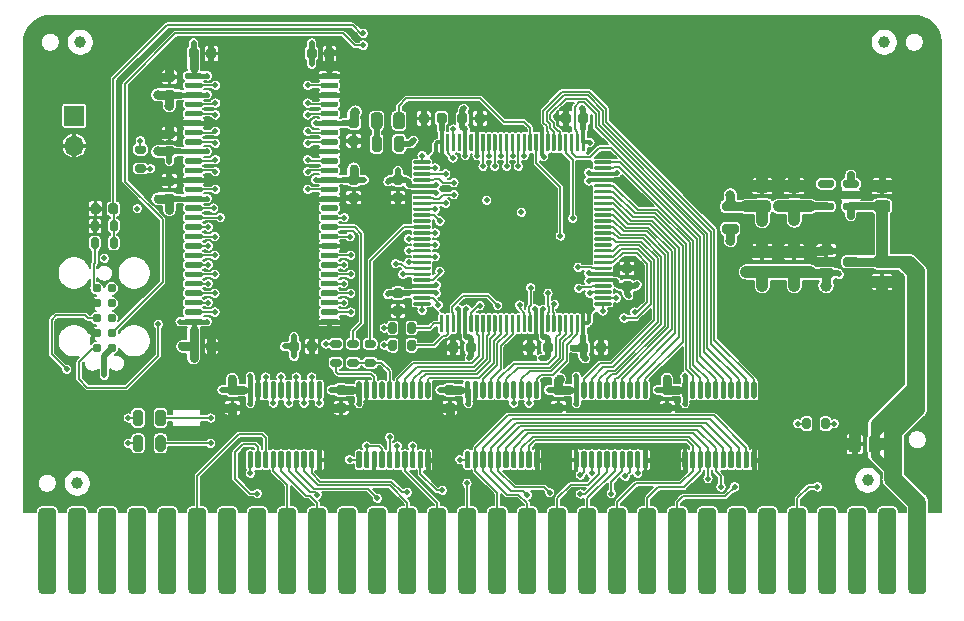
<source format=gtl>
G04 #@! TF.GenerationSoftware,KiCad,Pcbnew,(5.1.10-1-10_14)*
G04 #@! TF.CreationDate,2021-07-02T02:27:00-04:00*
G04 #@! TF.ProjectId,RAM2E,52414d32-452e-46b6-9963-61645f706362,2.0*
G04 #@! TF.SameCoordinates,Original*
G04 #@! TF.FileFunction,Copper,L1,Top*
G04 #@! TF.FilePolarity,Positive*
%FSLAX46Y46*%
G04 Gerber Fmt 4.6, Leading zero omitted, Abs format (unit mm)*
G04 Created by KiCad (PCBNEW (5.1.10-1-10_14)) date 2021-07-02 02:27:00*
%MOMM*%
%LPD*%
G01*
G04 APERTURE LIST*
G04 #@! TA.AperFunction,ConnectorPad*
%ADD10C,0.787400*%
G04 #@! TD*
G04 #@! TA.AperFunction,ComponentPad*
%ADD11O,1.700000X1.700000*%
G04 #@! TD*
G04 #@! TA.AperFunction,ComponentPad*
%ADD12R,1.700000X1.700000*%
G04 #@! TD*
G04 #@! TA.AperFunction,SMDPad,CuDef*
%ADD13C,1.000000*%
G04 #@! TD*
G04 #@! TA.AperFunction,ComponentPad*
%ADD14C,2.000000*%
G04 #@! TD*
G04 #@! TA.AperFunction,ViaPad*
%ADD15C,0.500000*%
G04 #@! TD*
G04 #@! TA.AperFunction,ViaPad*
%ADD16C,0.762000*%
G04 #@! TD*
G04 #@! TA.AperFunction,ViaPad*
%ADD17C,1.000000*%
G04 #@! TD*
G04 #@! TA.AperFunction,ViaPad*
%ADD18C,0.600000*%
G04 #@! TD*
G04 #@! TA.AperFunction,ViaPad*
%ADD19C,0.800000*%
G04 #@! TD*
G04 #@! TA.AperFunction,ViaPad*
%ADD20C,0.508000*%
G04 #@! TD*
G04 #@! TA.AperFunction,Conductor*
%ADD21C,0.450000*%
G04 #@! TD*
G04 #@! TA.AperFunction,Conductor*
%ADD22C,0.762000*%
G04 #@! TD*
G04 #@! TA.AperFunction,Conductor*
%ADD23C,1.524000*%
G04 #@! TD*
G04 #@! TA.AperFunction,Conductor*
%ADD24C,1.000000*%
G04 #@! TD*
G04 #@! TA.AperFunction,Conductor*
%ADD25C,0.800000*%
G04 #@! TD*
G04 #@! TA.AperFunction,Conductor*
%ADD26C,0.650000*%
G04 #@! TD*
G04 #@! TA.AperFunction,Conductor*
%ADD27C,0.508000*%
G04 #@! TD*
G04 #@! TA.AperFunction,Conductor*
%ADD28C,0.500000*%
G04 #@! TD*
G04 #@! TA.AperFunction,Conductor*
%ADD29C,0.300000*%
G04 #@! TD*
G04 #@! TA.AperFunction,Conductor*
%ADD30C,0.150000*%
G04 #@! TD*
G04 #@! TA.AperFunction,Conductor*
%ADD31C,0.600000*%
G04 #@! TD*
G04 #@! TA.AperFunction,Conductor*
%ADD32C,0.152400*%
G04 #@! TD*
G04 #@! TA.AperFunction,Conductor*
%ADD33C,0.154000*%
G04 #@! TD*
G04 #@! TA.AperFunction,Conductor*
%ADD34C,0.100000*%
G04 #@! TD*
G04 APERTURE END LIST*
G04 #@! TA.AperFunction,SMDPad,CuDef*
G36*
G01*
X258987500Y-106525000D02*
X258012500Y-106525000D01*
G75*
G02*
X257800000Y-106312500I0J212500D01*
G01*
X257800000Y-105887500D01*
G75*
G02*
X258012500Y-105675000I212500J0D01*
G01*
X258987500Y-105675000D01*
G75*
G02*
X259200000Y-105887500I0J-212500D01*
G01*
X259200000Y-106312500D01*
G75*
G02*
X258987500Y-106525000I-212500J0D01*
G01*
G37*
G04 #@! TD.AperFunction*
G04 #@! TA.AperFunction,SMDPad,CuDef*
G36*
G01*
X258987500Y-108425000D02*
X258012500Y-108425000D01*
G75*
G02*
X257800000Y-108212500I0J212500D01*
G01*
X257800000Y-107787500D01*
G75*
G02*
X258012500Y-107575000I212500J0D01*
G01*
X258987500Y-107575000D01*
G75*
G02*
X259200000Y-107787500I0J-212500D01*
G01*
X259200000Y-108212500D01*
G75*
G02*
X258987500Y-108425000I-212500J0D01*
G01*
G37*
G04 #@! TD.AperFunction*
G04 #@! TA.AperFunction,SMDPad,CuDef*
G36*
G01*
X229050000Y-98393750D02*
X229050000Y-99306250D01*
G75*
G02*
X228806250Y-99550000I-243750J0D01*
G01*
X228318750Y-99550000D01*
G75*
G02*
X228075000Y-99306250I0J243750D01*
G01*
X228075000Y-98393750D01*
G75*
G02*
X228318750Y-98150000I243750J0D01*
G01*
X228806250Y-98150000D01*
G75*
G02*
X229050000Y-98393750I0J-243750D01*
G01*
G37*
G04 #@! TD.AperFunction*
G04 #@! TA.AperFunction,SMDPad,CuDef*
G36*
G01*
X230925000Y-98393750D02*
X230925000Y-99306250D01*
G75*
G02*
X230681250Y-99550000I-243750J0D01*
G01*
X230193750Y-99550000D01*
G75*
G02*
X229950000Y-99306250I0J243750D01*
G01*
X229950000Y-98393750D01*
G75*
G02*
X230193750Y-98150000I243750J0D01*
G01*
X230681250Y-98150000D01*
G75*
G02*
X230925000Y-98393750I0J-243750D01*
G01*
G37*
G04 #@! TD.AperFunction*
G04 #@! TA.AperFunction,SMDPad,CuDef*
G36*
G01*
X230025000Y-101287500D02*
X230025000Y-100312500D01*
G75*
G02*
X230237500Y-100100000I212500J0D01*
G01*
X230662500Y-100100000D01*
G75*
G02*
X230875000Y-100312500I0J-212500D01*
G01*
X230875000Y-101287500D01*
G75*
G02*
X230662500Y-101500000I-212500J0D01*
G01*
X230237500Y-101500000D01*
G75*
G02*
X230025000Y-101287500I0J212500D01*
G01*
G37*
G04 #@! TD.AperFunction*
G04 #@! TA.AperFunction,SMDPad,CuDef*
G36*
G01*
X228125000Y-101287500D02*
X228125000Y-100312500D01*
G75*
G02*
X228337500Y-100100000I212500J0D01*
G01*
X228762500Y-100100000D01*
G75*
G02*
X228975000Y-100312500I0J-212500D01*
G01*
X228975000Y-101287500D01*
G75*
G02*
X228762500Y-101500000I-212500J0D01*
G01*
X228337500Y-101500000D01*
G75*
G02*
X228125000Y-101287500I0J212500D01*
G01*
G37*
G04 #@! TD.AperFunction*
G04 #@! TA.AperFunction,SMDPad,CuDef*
G36*
G01*
X227700000Y-117400000D02*
X228300000Y-117400000D01*
G75*
G02*
X228475000Y-117575000I0J-175000D01*
G01*
X228475000Y-117925000D01*
G75*
G02*
X228300000Y-118100000I-175000J0D01*
G01*
X227700000Y-118100000D01*
G75*
G02*
X227525000Y-117925000I0J175000D01*
G01*
X227525000Y-117575000D01*
G75*
G02*
X227700000Y-117400000I175000J0D01*
G01*
G37*
G04 #@! TD.AperFunction*
G04 #@! TA.AperFunction,SMDPad,CuDef*
G36*
G01*
X227700000Y-119000000D02*
X228300000Y-119000000D01*
G75*
G02*
X228475000Y-119175000I0J-175000D01*
G01*
X228475000Y-119525000D01*
G75*
G02*
X228300000Y-119700000I-175000J0D01*
G01*
X227700000Y-119700000D01*
G75*
G02*
X227525000Y-119525000I0J175000D01*
G01*
X227525000Y-119175000D01*
G75*
G02*
X227700000Y-119000000I175000J0D01*
G01*
G37*
G04 #@! TD.AperFunction*
G04 #@! TA.AperFunction,SMDPad,CuDef*
G36*
G01*
X226250000Y-119000000D02*
X226850000Y-119000000D01*
G75*
G02*
X227025000Y-119175000I0J-175000D01*
G01*
X227025000Y-119525000D01*
G75*
G02*
X226850000Y-119700000I-175000J0D01*
G01*
X226250000Y-119700000D01*
G75*
G02*
X226075000Y-119525000I0J175000D01*
G01*
X226075000Y-119175000D01*
G75*
G02*
X226250000Y-119000000I175000J0D01*
G01*
G37*
G04 #@! TD.AperFunction*
G04 #@! TA.AperFunction,SMDPad,CuDef*
G36*
G01*
X226250000Y-117400000D02*
X226850000Y-117400000D01*
G75*
G02*
X227025000Y-117575000I0J-175000D01*
G01*
X227025000Y-117925000D01*
G75*
G02*
X226850000Y-118100000I-175000J0D01*
G01*
X226250000Y-118100000D01*
G75*
G02*
X226075000Y-117925000I0J175000D01*
G01*
X226075000Y-117575000D01*
G75*
G02*
X226250000Y-117400000I175000J0D01*
G01*
G37*
G04 #@! TD.AperFunction*
G04 #@! TA.AperFunction,SMDPad,CuDef*
G36*
G01*
X208850000Y-101650000D02*
X208250000Y-101650000D01*
G75*
G02*
X208075000Y-101475000I0J175000D01*
G01*
X208075000Y-101125000D01*
G75*
G02*
X208250000Y-100950000I175000J0D01*
G01*
X208850000Y-100950000D01*
G75*
G02*
X209025000Y-101125000I0J-175000D01*
G01*
X209025000Y-101475000D01*
G75*
G02*
X208850000Y-101650000I-175000J0D01*
G01*
G37*
G04 #@! TD.AperFunction*
G04 #@! TA.AperFunction,SMDPad,CuDef*
G36*
G01*
X208850000Y-103250000D02*
X208250000Y-103250000D01*
G75*
G02*
X208075000Y-103075000I0J175000D01*
G01*
X208075000Y-102725000D01*
G75*
G02*
X208250000Y-102550000I175000J0D01*
G01*
X208850000Y-102550000D01*
G75*
G02*
X209025000Y-102725000I0J-175000D01*
G01*
X209025000Y-103075000D01*
G75*
G02*
X208850000Y-103250000I-175000J0D01*
G01*
G37*
G04 #@! TD.AperFunction*
G04 #@! TA.AperFunction,SMDPad,CuDef*
G36*
G01*
X231150000Y-116700000D02*
X231150000Y-116100000D01*
G75*
G02*
X231325000Y-115925000I175000J0D01*
G01*
X231675000Y-115925000D01*
G75*
G02*
X231850000Y-116100000I0J-175000D01*
G01*
X231850000Y-116700000D01*
G75*
G02*
X231675000Y-116875000I-175000J0D01*
G01*
X231325000Y-116875000D01*
G75*
G02*
X231150000Y-116700000I0J175000D01*
G01*
G37*
G04 #@! TD.AperFunction*
G04 #@! TA.AperFunction,SMDPad,CuDef*
G36*
G01*
X229550000Y-116700000D02*
X229550000Y-116100000D01*
G75*
G02*
X229725000Y-115925000I175000J0D01*
G01*
X230075000Y-115925000D01*
G75*
G02*
X230250000Y-116100000I0J-175000D01*
G01*
X230250000Y-116700000D01*
G75*
G02*
X230075000Y-116875000I-175000J0D01*
G01*
X229725000Y-116875000D01*
G75*
G02*
X229550000Y-116700000I0J175000D01*
G01*
G37*
G04 #@! TD.AperFunction*
G04 #@! TA.AperFunction,SMDPad,CuDef*
G36*
G01*
X229550000Y-118150000D02*
X229550000Y-117550000D01*
G75*
G02*
X229725000Y-117375000I175000J0D01*
G01*
X230075000Y-117375000D01*
G75*
G02*
X230250000Y-117550000I0J-175000D01*
G01*
X230250000Y-118150000D01*
G75*
G02*
X230075000Y-118325000I-175000J0D01*
G01*
X229725000Y-118325000D01*
G75*
G02*
X229550000Y-118150000I0J175000D01*
G01*
G37*
G04 #@! TD.AperFunction*
G04 #@! TA.AperFunction,SMDPad,CuDef*
G36*
G01*
X231150000Y-118150000D02*
X231150000Y-117550000D01*
G75*
G02*
X231325000Y-117375000I175000J0D01*
G01*
X231675000Y-117375000D01*
G75*
G02*
X231850000Y-117550000I0J-175000D01*
G01*
X231850000Y-118150000D01*
G75*
G02*
X231675000Y-118325000I-175000J0D01*
G01*
X231325000Y-118325000D01*
G75*
G02*
X231150000Y-118150000I0J175000D01*
G01*
G37*
G04 #@! TD.AperFunction*
G04 #@! TA.AperFunction,SMDPad,CuDef*
G36*
G01*
X205050000Y-108900000D02*
X205050000Y-109500000D01*
G75*
G02*
X204875000Y-109675000I-175000J0D01*
G01*
X204525000Y-109675000D01*
G75*
G02*
X204350000Y-109500000I0J175000D01*
G01*
X204350000Y-108900000D01*
G75*
G02*
X204525000Y-108725000I175000J0D01*
G01*
X204875000Y-108725000D01*
G75*
G02*
X205050000Y-108900000I0J-175000D01*
G01*
G37*
G04 #@! TD.AperFunction*
G04 #@! TA.AperFunction,SMDPad,CuDef*
G36*
G01*
X206650000Y-108900000D02*
X206650000Y-109500000D01*
G75*
G02*
X206475000Y-109675000I-175000J0D01*
G01*
X206125000Y-109675000D01*
G75*
G02*
X205950000Y-109500000I0J175000D01*
G01*
X205950000Y-108900000D01*
G75*
G02*
X206125000Y-108725000I175000J0D01*
G01*
X206475000Y-108725000D01*
G75*
G02*
X206650000Y-108900000I0J-175000D01*
G01*
G37*
G04 #@! TD.AperFunction*
G04 #@! TA.AperFunction,SMDPad,CuDef*
G36*
G01*
X248450000Y-114275000D02*
X248450000Y-114425000D01*
G75*
G02*
X248375000Y-114500000I-75000J0D01*
G01*
X247050000Y-114500000D01*
G75*
G02*
X246975000Y-114425000I0J75000D01*
G01*
X246975000Y-114275000D01*
G75*
G02*
X247050000Y-114200000I75000J0D01*
G01*
X248375000Y-114200000D01*
G75*
G02*
X248450000Y-114275000I0J-75000D01*
G01*
G37*
G04 #@! TD.AperFunction*
G04 #@! TA.AperFunction,SMDPad,CuDef*
G36*
G01*
X248450000Y-113775000D02*
X248450000Y-113925000D01*
G75*
G02*
X248375000Y-114000000I-75000J0D01*
G01*
X247050000Y-114000000D01*
G75*
G02*
X246975000Y-113925000I0J75000D01*
G01*
X246975000Y-113775000D01*
G75*
G02*
X247050000Y-113700000I75000J0D01*
G01*
X248375000Y-113700000D01*
G75*
G02*
X248450000Y-113775000I0J-75000D01*
G01*
G37*
G04 #@! TD.AperFunction*
G04 #@! TA.AperFunction,SMDPad,CuDef*
G36*
G01*
X248450000Y-113275000D02*
X248450000Y-113425000D01*
G75*
G02*
X248375000Y-113500000I-75000J0D01*
G01*
X247050000Y-113500000D01*
G75*
G02*
X246975000Y-113425000I0J75000D01*
G01*
X246975000Y-113275000D01*
G75*
G02*
X247050000Y-113200000I75000J0D01*
G01*
X248375000Y-113200000D01*
G75*
G02*
X248450000Y-113275000I0J-75000D01*
G01*
G37*
G04 #@! TD.AperFunction*
G04 #@! TA.AperFunction,SMDPad,CuDef*
G36*
G01*
X248450000Y-112775000D02*
X248450000Y-112925000D01*
G75*
G02*
X248375000Y-113000000I-75000J0D01*
G01*
X247050000Y-113000000D01*
G75*
G02*
X246975000Y-112925000I0J75000D01*
G01*
X246975000Y-112775000D01*
G75*
G02*
X247050000Y-112700000I75000J0D01*
G01*
X248375000Y-112700000D01*
G75*
G02*
X248450000Y-112775000I0J-75000D01*
G01*
G37*
G04 #@! TD.AperFunction*
G04 #@! TA.AperFunction,SMDPad,CuDef*
G36*
G01*
X248450000Y-112275000D02*
X248450000Y-112425000D01*
G75*
G02*
X248375000Y-112500000I-75000J0D01*
G01*
X247050000Y-112500000D01*
G75*
G02*
X246975000Y-112425000I0J75000D01*
G01*
X246975000Y-112275000D01*
G75*
G02*
X247050000Y-112200000I75000J0D01*
G01*
X248375000Y-112200000D01*
G75*
G02*
X248450000Y-112275000I0J-75000D01*
G01*
G37*
G04 #@! TD.AperFunction*
G04 #@! TA.AperFunction,SMDPad,CuDef*
G36*
G01*
X248450000Y-111775000D02*
X248450000Y-111925000D01*
G75*
G02*
X248375000Y-112000000I-75000J0D01*
G01*
X247050000Y-112000000D01*
G75*
G02*
X246975000Y-111925000I0J75000D01*
G01*
X246975000Y-111775000D01*
G75*
G02*
X247050000Y-111700000I75000J0D01*
G01*
X248375000Y-111700000D01*
G75*
G02*
X248450000Y-111775000I0J-75000D01*
G01*
G37*
G04 #@! TD.AperFunction*
G04 #@! TA.AperFunction,SMDPad,CuDef*
G36*
G01*
X248450000Y-111275000D02*
X248450000Y-111425000D01*
G75*
G02*
X248375000Y-111500000I-75000J0D01*
G01*
X247050000Y-111500000D01*
G75*
G02*
X246975000Y-111425000I0J75000D01*
G01*
X246975000Y-111275000D01*
G75*
G02*
X247050000Y-111200000I75000J0D01*
G01*
X248375000Y-111200000D01*
G75*
G02*
X248450000Y-111275000I0J-75000D01*
G01*
G37*
G04 #@! TD.AperFunction*
G04 #@! TA.AperFunction,SMDPad,CuDef*
G36*
G01*
X248450000Y-110775000D02*
X248450000Y-110925000D01*
G75*
G02*
X248375000Y-111000000I-75000J0D01*
G01*
X247050000Y-111000000D01*
G75*
G02*
X246975000Y-110925000I0J75000D01*
G01*
X246975000Y-110775000D01*
G75*
G02*
X247050000Y-110700000I75000J0D01*
G01*
X248375000Y-110700000D01*
G75*
G02*
X248450000Y-110775000I0J-75000D01*
G01*
G37*
G04 #@! TD.AperFunction*
G04 #@! TA.AperFunction,SMDPad,CuDef*
G36*
G01*
X248450000Y-110275000D02*
X248450000Y-110425000D01*
G75*
G02*
X248375000Y-110500000I-75000J0D01*
G01*
X247050000Y-110500000D01*
G75*
G02*
X246975000Y-110425000I0J75000D01*
G01*
X246975000Y-110275000D01*
G75*
G02*
X247050000Y-110200000I75000J0D01*
G01*
X248375000Y-110200000D01*
G75*
G02*
X248450000Y-110275000I0J-75000D01*
G01*
G37*
G04 #@! TD.AperFunction*
G04 #@! TA.AperFunction,SMDPad,CuDef*
G36*
G01*
X248450000Y-109775000D02*
X248450000Y-109925000D01*
G75*
G02*
X248375000Y-110000000I-75000J0D01*
G01*
X247050000Y-110000000D01*
G75*
G02*
X246975000Y-109925000I0J75000D01*
G01*
X246975000Y-109775000D01*
G75*
G02*
X247050000Y-109700000I75000J0D01*
G01*
X248375000Y-109700000D01*
G75*
G02*
X248450000Y-109775000I0J-75000D01*
G01*
G37*
G04 #@! TD.AperFunction*
G04 #@! TA.AperFunction,SMDPad,CuDef*
G36*
G01*
X248450000Y-109275000D02*
X248450000Y-109425000D01*
G75*
G02*
X248375000Y-109500000I-75000J0D01*
G01*
X247050000Y-109500000D01*
G75*
G02*
X246975000Y-109425000I0J75000D01*
G01*
X246975000Y-109275000D01*
G75*
G02*
X247050000Y-109200000I75000J0D01*
G01*
X248375000Y-109200000D01*
G75*
G02*
X248450000Y-109275000I0J-75000D01*
G01*
G37*
G04 #@! TD.AperFunction*
G04 #@! TA.AperFunction,SMDPad,CuDef*
G36*
G01*
X248450000Y-108775000D02*
X248450000Y-108925000D01*
G75*
G02*
X248375000Y-109000000I-75000J0D01*
G01*
X247050000Y-109000000D01*
G75*
G02*
X246975000Y-108925000I0J75000D01*
G01*
X246975000Y-108775000D01*
G75*
G02*
X247050000Y-108700000I75000J0D01*
G01*
X248375000Y-108700000D01*
G75*
G02*
X248450000Y-108775000I0J-75000D01*
G01*
G37*
G04 #@! TD.AperFunction*
G04 #@! TA.AperFunction,SMDPad,CuDef*
G36*
G01*
X248450000Y-108275000D02*
X248450000Y-108425000D01*
G75*
G02*
X248375000Y-108500000I-75000J0D01*
G01*
X247050000Y-108500000D01*
G75*
G02*
X246975000Y-108425000I0J75000D01*
G01*
X246975000Y-108275000D01*
G75*
G02*
X247050000Y-108200000I75000J0D01*
G01*
X248375000Y-108200000D01*
G75*
G02*
X248450000Y-108275000I0J-75000D01*
G01*
G37*
G04 #@! TD.AperFunction*
G04 #@! TA.AperFunction,SMDPad,CuDef*
G36*
G01*
X248450000Y-107775000D02*
X248450000Y-107925000D01*
G75*
G02*
X248375000Y-108000000I-75000J0D01*
G01*
X247050000Y-108000000D01*
G75*
G02*
X246975000Y-107925000I0J75000D01*
G01*
X246975000Y-107775000D01*
G75*
G02*
X247050000Y-107700000I75000J0D01*
G01*
X248375000Y-107700000D01*
G75*
G02*
X248450000Y-107775000I0J-75000D01*
G01*
G37*
G04 #@! TD.AperFunction*
G04 #@! TA.AperFunction,SMDPad,CuDef*
G36*
G01*
X248450000Y-107275000D02*
X248450000Y-107425000D01*
G75*
G02*
X248375000Y-107500000I-75000J0D01*
G01*
X247050000Y-107500000D01*
G75*
G02*
X246975000Y-107425000I0J75000D01*
G01*
X246975000Y-107275000D01*
G75*
G02*
X247050000Y-107200000I75000J0D01*
G01*
X248375000Y-107200000D01*
G75*
G02*
X248450000Y-107275000I0J-75000D01*
G01*
G37*
G04 #@! TD.AperFunction*
G04 #@! TA.AperFunction,SMDPad,CuDef*
G36*
G01*
X248450000Y-106775000D02*
X248450000Y-106925000D01*
G75*
G02*
X248375000Y-107000000I-75000J0D01*
G01*
X247050000Y-107000000D01*
G75*
G02*
X246975000Y-106925000I0J75000D01*
G01*
X246975000Y-106775000D01*
G75*
G02*
X247050000Y-106700000I75000J0D01*
G01*
X248375000Y-106700000D01*
G75*
G02*
X248450000Y-106775000I0J-75000D01*
G01*
G37*
G04 #@! TD.AperFunction*
G04 #@! TA.AperFunction,SMDPad,CuDef*
G36*
G01*
X248450000Y-106275000D02*
X248450000Y-106425000D01*
G75*
G02*
X248375000Y-106500000I-75000J0D01*
G01*
X247050000Y-106500000D01*
G75*
G02*
X246975000Y-106425000I0J75000D01*
G01*
X246975000Y-106275000D01*
G75*
G02*
X247050000Y-106200000I75000J0D01*
G01*
X248375000Y-106200000D01*
G75*
G02*
X248450000Y-106275000I0J-75000D01*
G01*
G37*
G04 #@! TD.AperFunction*
G04 #@! TA.AperFunction,SMDPad,CuDef*
G36*
G01*
X248450000Y-105775000D02*
X248450000Y-105925000D01*
G75*
G02*
X248375000Y-106000000I-75000J0D01*
G01*
X247050000Y-106000000D01*
G75*
G02*
X246975000Y-105925000I0J75000D01*
G01*
X246975000Y-105775000D01*
G75*
G02*
X247050000Y-105700000I75000J0D01*
G01*
X248375000Y-105700000D01*
G75*
G02*
X248450000Y-105775000I0J-75000D01*
G01*
G37*
G04 #@! TD.AperFunction*
G04 #@! TA.AperFunction,SMDPad,CuDef*
G36*
G01*
X248450000Y-105275000D02*
X248450000Y-105425000D01*
G75*
G02*
X248375000Y-105500000I-75000J0D01*
G01*
X247050000Y-105500000D01*
G75*
G02*
X246975000Y-105425000I0J75000D01*
G01*
X246975000Y-105275000D01*
G75*
G02*
X247050000Y-105200000I75000J0D01*
G01*
X248375000Y-105200000D01*
G75*
G02*
X248450000Y-105275000I0J-75000D01*
G01*
G37*
G04 #@! TD.AperFunction*
G04 #@! TA.AperFunction,SMDPad,CuDef*
G36*
G01*
X248450000Y-104775000D02*
X248450000Y-104925000D01*
G75*
G02*
X248375000Y-105000000I-75000J0D01*
G01*
X247050000Y-105000000D01*
G75*
G02*
X246975000Y-104925000I0J75000D01*
G01*
X246975000Y-104775000D01*
G75*
G02*
X247050000Y-104700000I75000J0D01*
G01*
X248375000Y-104700000D01*
G75*
G02*
X248450000Y-104775000I0J-75000D01*
G01*
G37*
G04 #@! TD.AperFunction*
G04 #@! TA.AperFunction,SMDPad,CuDef*
G36*
G01*
X248450000Y-104275000D02*
X248450000Y-104425000D01*
G75*
G02*
X248375000Y-104500000I-75000J0D01*
G01*
X247050000Y-104500000D01*
G75*
G02*
X246975000Y-104425000I0J75000D01*
G01*
X246975000Y-104275000D01*
G75*
G02*
X247050000Y-104200000I75000J0D01*
G01*
X248375000Y-104200000D01*
G75*
G02*
X248450000Y-104275000I0J-75000D01*
G01*
G37*
G04 #@! TD.AperFunction*
G04 #@! TA.AperFunction,SMDPad,CuDef*
G36*
G01*
X248450000Y-103775000D02*
X248450000Y-103925000D01*
G75*
G02*
X248375000Y-104000000I-75000J0D01*
G01*
X247050000Y-104000000D01*
G75*
G02*
X246975000Y-103925000I0J75000D01*
G01*
X246975000Y-103775000D01*
G75*
G02*
X247050000Y-103700000I75000J0D01*
G01*
X248375000Y-103700000D01*
G75*
G02*
X248450000Y-103775000I0J-75000D01*
G01*
G37*
G04 #@! TD.AperFunction*
G04 #@! TA.AperFunction,SMDPad,CuDef*
G36*
G01*
X248450000Y-103275000D02*
X248450000Y-103425000D01*
G75*
G02*
X248375000Y-103500000I-75000J0D01*
G01*
X247050000Y-103500000D01*
G75*
G02*
X246975000Y-103425000I0J75000D01*
G01*
X246975000Y-103275000D01*
G75*
G02*
X247050000Y-103200000I75000J0D01*
G01*
X248375000Y-103200000D01*
G75*
G02*
X248450000Y-103275000I0J-75000D01*
G01*
G37*
G04 #@! TD.AperFunction*
G04 #@! TA.AperFunction,SMDPad,CuDef*
G36*
G01*
X248450000Y-102775000D02*
X248450000Y-102925000D01*
G75*
G02*
X248375000Y-103000000I-75000J0D01*
G01*
X247050000Y-103000000D01*
G75*
G02*
X246975000Y-102925000I0J75000D01*
G01*
X246975000Y-102775000D01*
G75*
G02*
X247050000Y-102700000I75000J0D01*
G01*
X248375000Y-102700000D01*
G75*
G02*
X248450000Y-102775000I0J-75000D01*
G01*
G37*
G04 #@! TD.AperFunction*
G04 #@! TA.AperFunction,SMDPad,CuDef*
G36*
G01*
X248450000Y-102275000D02*
X248450000Y-102425000D01*
G75*
G02*
X248375000Y-102500000I-75000J0D01*
G01*
X247050000Y-102500000D01*
G75*
G02*
X246975000Y-102425000I0J75000D01*
G01*
X246975000Y-102275000D01*
G75*
G02*
X247050000Y-102200000I75000J0D01*
G01*
X248375000Y-102200000D01*
G75*
G02*
X248450000Y-102275000I0J-75000D01*
G01*
G37*
G04 #@! TD.AperFunction*
G04 #@! TA.AperFunction,SMDPad,CuDef*
G36*
G01*
X246200000Y-100025000D02*
X246200000Y-101350000D01*
G75*
G02*
X246125000Y-101425000I-75000J0D01*
G01*
X245975000Y-101425000D01*
G75*
G02*
X245900000Y-101350000I0J75000D01*
G01*
X245900000Y-100025000D01*
G75*
G02*
X245975000Y-99950000I75000J0D01*
G01*
X246125000Y-99950000D01*
G75*
G02*
X246200000Y-100025000I0J-75000D01*
G01*
G37*
G04 #@! TD.AperFunction*
G04 #@! TA.AperFunction,SMDPad,CuDef*
G36*
G01*
X245700000Y-100025000D02*
X245700000Y-101350000D01*
G75*
G02*
X245625000Y-101425000I-75000J0D01*
G01*
X245475000Y-101425000D01*
G75*
G02*
X245400000Y-101350000I0J75000D01*
G01*
X245400000Y-100025000D01*
G75*
G02*
X245475000Y-99950000I75000J0D01*
G01*
X245625000Y-99950000D01*
G75*
G02*
X245700000Y-100025000I0J-75000D01*
G01*
G37*
G04 #@! TD.AperFunction*
G04 #@! TA.AperFunction,SMDPad,CuDef*
G36*
G01*
X245200000Y-100025000D02*
X245200000Y-101350000D01*
G75*
G02*
X245125000Y-101425000I-75000J0D01*
G01*
X244975000Y-101425000D01*
G75*
G02*
X244900000Y-101350000I0J75000D01*
G01*
X244900000Y-100025000D01*
G75*
G02*
X244975000Y-99950000I75000J0D01*
G01*
X245125000Y-99950000D01*
G75*
G02*
X245200000Y-100025000I0J-75000D01*
G01*
G37*
G04 #@! TD.AperFunction*
G04 #@! TA.AperFunction,SMDPad,CuDef*
G36*
G01*
X244700000Y-100025000D02*
X244700000Y-101350000D01*
G75*
G02*
X244625000Y-101425000I-75000J0D01*
G01*
X244475000Y-101425000D01*
G75*
G02*
X244400000Y-101350000I0J75000D01*
G01*
X244400000Y-100025000D01*
G75*
G02*
X244475000Y-99950000I75000J0D01*
G01*
X244625000Y-99950000D01*
G75*
G02*
X244700000Y-100025000I0J-75000D01*
G01*
G37*
G04 #@! TD.AperFunction*
G04 #@! TA.AperFunction,SMDPad,CuDef*
G36*
G01*
X244200000Y-100025000D02*
X244200000Y-101350000D01*
G75*
G02*
X244125000Y-101425000I-75000J0D01*
G01*
X243975000Y-101425000D01*
G75*
G02*
X243900000Y-101350000I0J75000D01*
G01*
X243900000Y-100025000D01*
G75*
G02*
X243975000Y-99950000I75000J0D01*
G01*
X244125000Y-99950000D01*
G75*
G02*
X244200000Y-100025000I0J-75000D01*
G01*
G37*
G04 #@! TD.AperFunction*
G04 #@! TA.AperFunction,SMDPad,CuDef*
G36*
G01*
X243700000Y-100025000D02*
X243700000Y-101350000D01*
G75*
G02*
X243625000Y-101425000I-75000J0D01*
G01*
X243475000Y-101425000D01*
G75*
G02*
X243400000Y-101350000I0J75000D01*
G01*
X243400000Y-100025000D01*
G75*
G02*
X243475000Y-99950000I75000J0D01*
G01*
X243625000Y-99950000D01*
G75*
G02*
X243700000Y-100025000I0J-75000D01*
G01*
G37*
G04 #@! TD.AperFunction*
G04 #@! TA.AperFunction,SMDPad,CuDef*
G36*
G01*
X243200000Y-100025000D02*
X243200000Y-101350000D01*
G75*
G02*
X243125000Y-101425000I-75000J0D01*
G01*
X242975000Y-101425000D01*
G75*
G02*
X242900000Y-101350000I0J75000D01*
G01*
X242900000Y-100025000D01*
G75*
G02*
X242975000Y-99950000I75000J0D01*
G01*
X243125000Y-99950000D01*
G75*
G02*
X243200000Y-100025000I0J-75000D01*
G01*
G37*
G04 #@! TD.AperFunction*
G04 #@! TA.AperFunction,SMDPad,CuDef*
G36*
G01*
X242700000Y-100025000D02*
X242700000Y-101350000D01*
G75*
G02*
X242625000Y-101425000I-75000J0D01*
G01*
X242475000Y-101425000D01*
G75*
G02*
X242400000Y-101350000I0J75000D01*
G01*
X242400000Y-100025000D01*
G75*
G02*
X242475000Y-99950000I75000J0D01*
G01*
X242625000Y-99950000D01*
G75*
G02*
X242700000Y-100025000I0J-75000D01*
G01*
G37*
G04 #@! TD.AperFunction*
G04 #@! TA.AperFunction,SMDPad,CuDef*
G36*
G01*
X242200000Y-100025000D02*
X242200000Y-101350000D01*
G75*
G02*
X242125000Y-101425000I-75000J0D01*
G01*
X241975000Y-101425000D01*
G75*
G02*
X241900000Y-101350000I0J75000D01*
G01*
X241900000Y-100025000D01*
G75*
G02*
X241975000Y-99950000I75000J0D01*
G01*
X242125000Y-99950000D01*
G75*
G02*
X242200000Y-100025000I0J-75000D01*
G01*
G37*
G04 #@! TD.AperFunction*
G04 #@! TA.AperFunction,SMDPad,CuDef*
G36*
G01*
X241700000Y-100025000D02*
X241700000Y-101350000D01*
G75*
G02*
X241625000Y-101425000I-75000J0D01*
G01*
X241475000Y-101425000D01*
G75*
G02*
X241400000Y-101350000I0J75000D01*
G01*
X241400000Y-100025000D01*
G75*
G02*
X241475000Y-99950000I75000J0D01*
G01*
X241625000Y-99950000D01*
G75*
G02*
X241700000Y-100025000I0J-75000D01*
G01*
G37*
G04 #@! TD.AperFunction*
G04 #@! TA.AperFunction,SMDPad,CuDef*
G36*
G01*
X241200000Y-100025000D02*
X241200000Y-101350000D01*
G75*
G02*
X241125000Y-101425000I-75000J0D01*
G01*
X240975000Y-101425000D01*
G75*
G02*
X240900000Y-101350000I0J75000D01*
G01*
X240900000Y-100025000D01*
G75*
G02*
X240975000Y-99950000I75000J0D01*
G01*
X241125000Y-99950000D01*
G75*
G02*
X241200000Y-100025000I0J-75000D01*
G01*
G37*
G04 #@! TD.AperFunction*
G04 #@! TA.AperFunction,SMDPad,CuDef*
G36*
G01*
X240700000Y-100025000D02*
X240700000Y-101350000D01*
G75*
G02*
X240625000Y-101425000I-75000J0D01*
G01*
X240475000Y-101425000D01*
G75*
G02*
X240400000Y-101350000I0J75000D01*
G01*
X240400000Y-100025000D01*
G75*
G02*
X240475000Y-99950000I75000J0D01*
G01*
X240625000Y-99950000D01*
G75*
G02*
X240700000Y-100025000I0J-75000D01*
G01*
G37*
G04 #@! TD.AperFunction*
G04 #@! TA.AperFunction,SMDPad,CuDef*
G36*
G01*
X240200000Y-100025000D02*
X240200000Y-101350000D01*
G75*
G02*
X240125000Y-101425000I-75000J0D01*
G01*
X239975000Y-101425000D01*
G75*
G02*
X239900000Y-101350000I0J75000D01*
G01*
X239900000Y-100025000D01*
G75*
G02*
X239975000Y-99950000I75000J0D01*
G01*
X240125000Y-99950000D01*
G75*
G02*
X240200000Y-100025000I0J-75000D01*
G01*
G37*
G04 #@! TD.AperFunction*
G04 #@! TA.AperFunction,SMDPad,CuDef*
G36*
G01*
X239700000Y-100025000D02*
X239700000Y-101350000D01*
G75*
G02*
X239625000Y-101425000I-75000J0D01*
G01*
X239475000Y-101425000D01*
G75*
G02*
X239400000Y-101350000I0J75000D01*
G01*
X239400000Y-100025000D01*
G75*
G02*
X239475000Y-99950000I75000J0D01*
G01*
X239625000Y-99950000D01*
G75*
G02*
X239700000Y-100025000I0J-75000D01*
G01*
G37*
G04 #@! TD.AperFunction*
G04 #@! TA.AperFunction,SMDPad,CuDef*
G36*
G01*
X239200000Y-100025000D02*
X239200000Y-101350000D01*
G75*
G02*
X239125000Y-101425000I-75000J0D01*
G01*
X238975000Y-101425000D01*
G75*
G02*
X238900000Y-101350000I0J75000D01*
G01*
X238900000Y-100025000D01*
G75*
G02*
X238975000Y-99950000I75000J0D01*
G01*
X239125000Y-99950000D01*
G75*
G02*
X239200000Y-100025000I0J-75000D01*
G01*
G37*
G04 #@! TD.AperFunction*
G04 #@! TA.AperFunction,SMDPad,CuDef*
G36*
G01*
X238700000Y-100025000D02*
X238700000Y-101350000D01*
G75*
G02*
X238625000Y-101425000I-75000J0D01*
G01*
X238475000Y-101425000D01*
G75*
G02*
X238400000Y-101350000I0J75000D01*
G01*
X238400000Y-100025000D01*
G75*
G02*
X238475000Y-99950000I75000J0D01*
G01*
X238625000Y-99950000D01*
G75*
G02*
X238700000Y-100025000I0J-75000D01*
G01*
G37*
G04 #@! TD.AperFunction*
G04 #@! TA.AperFunction,SMDPad,CuDef*
G36*
G01*
X238200000Y-100025000D02*
X238200000Y-101350000D01*
G75*
G02*
X238125000Y-101425000I-75000J0D01*
G01*
X237975000Y-101425000D01*
G75*
G02*
X237900000Y-101350000I0J75000D01*
G01*
X237900000Y-100025000D01*
G75*
G02*
X237975000Y-99950000I75000J0D01*
G01*
X238125000Y-99950000D01*
G75*
G02*
X238200000Y-100025000I0J-75000D01*
G01*
G37*
G04 #@! TD.AperFunction*
G04 #@! TA.AperFunction,SMDPad,CuDef*
G36*
G01*
X237700000Y-100025000D02*
X237700000Y-101350000D01*
G75*
G02*
X237625000Y-101425000I-75000J0D01*
G01*
X237475000Y-101425000D01*
G75*
G02*
X237400000Y-101350000I0J75000D01*
G01*
X237400000Y-100025000D01*
G75*
G02*
X237475000Y-99950000I75000J0D01*
G01*
X237625000Y-99950000D01*
G75*
G02*
X237700000Y-100025000I0J-75000D01*
G01*
G37*
G04 #@! TD.AperFunction*
G04 #@! TA.AperFunction,SMDPad,CuDef*
G36*
G01*
X237200000Y-100025000D02*
X237200000Y-101350000D01*
G75*
G02*
X237125000Y-101425000I-75000J0D01*
G01*
X236975000Y-101425000D01*
G75*
G02*
X236900000Y-101350000I0J75000D01*
G01*
X236900000Y-100025000D01*
G75*
G02*
X236975000Y-99950000I75000J0D01*
G01*
X237125000Y-99950000D01*
G75*
G02*
X237200000Y-100025000I0J-75000D01*
G01*
G37*
G04 #@! TD.AperFunction*
G04 #@! TA.AperFunction,SMDPad,CuDef*
G36*
G01*
X236700000Y-100025000D02*
X236700000Y-101350000D01*
G75*
G02*
X236625000Y-101425000I-75000J0D01*
G01*
X236475000Y-101425000D01*
G75*
G02*
X236400000Y-101350000I0J75000D01*
G01*
X236400000Y-100025000D01*
G75*
G02*
X236475000Y-99950000I75000J0D01*
G01*
X236625000Y-99950000D01*
G75*
G02*
X236700000Y-100025000I0J-75000D01*
G01*
G37*
G04 #@! TD.AperFunction*
G04 #@! TA.AperFunction,SMDPad,CuDef*
G36*
G01*
X236200000Y-100025000D02*
X236200000Y-101350000D01*
G75*
G02*
X236125000Y-101425000I-75000J0D01*
G01*
X235975000Y-101425000D01*
G75*
G02*
X235900000Y-101350000I0J75000D01*
G01*
X235900000Y-100025000D01*
G75*
G02*
X235975000Y-99950000I75000J0D01*
G01*
X236125000Y-99950000D01*
G75*
G02*
X236200000Y-100025000I0J-75000D01*
G01*
G37*
G04 #@! TD.AperFunction*
G04 #@! TA.AperFunction,SMDPad,CuDef*
G36*
G01*
X235700000Y-100025000D02*
X235700000Y-101350000D01*
G75*
G02*
X235625000Y-101425000I-75000J0D01*
G01*
X235475000Y-101425000D01*
G75*
G02*
X235400000Y-101350000I0J75000D01*
G01*
X235400000Y-100025000D01*
G75*
G02*
X235475000Y-99950000I75000J0D01*
G01*
X235625000Y-99950000D01*
G75*
G02*
X235700000Y-100025000I0J-75000D01*
G01*
G37*
G04 #@! TD.AperFunction*
G04 #@! TA.AperFunction,SMDPad,CuDef*
G36*
G01*
X235200000Y-100025000D02*
X235200000Y-101350000D01*
G75*
G02*
X235125000Y-101425000I-75000J0D01*
G01*
X234975000Y-101425000D01*
G75*
G02*
X234900000Y-101350000I0J75000D01*
G01*
X234900000Y-100025000D01*
G75*
G02*
X234975000Y-99950000I75000J0D01*
G01*
X235125000Y-99950000D01*
G75*
G02*
X235200000Y-100025000I0J-75000D01*
G01*
G37*
G04 #@! TD.AperFunction*
G04 #@! TA.AperFunction,SMDPad,CuDef*
G36*
G01*
X234700000Y-100025000D02*
X234700000Y-101350000D01*
G75*
G02*
X234625000Y-101425000I-75000J0D01*
G01*
X234475000Y-101425000D01*
G75*
G02*
X234400000Y-101350000I0J75000D01*
G01*
X234400000Y-100025000D01*
G75*
G02*
X234475000Y-99950000I75000J0D01*
G01*
X234625000Y-99950000D01*
G75*
G02*
X234700000Y-100025000I0J-75000D01*
G01*
G37*
G04 #@! TD.AperFunction*
G04 #@! TA.AperFunction,SMDPad,CuDef*
G36*
G01*
X234200000Y-100025000D02*
X234200000Y-101350000D01*
G75*
G02*
X234125000Y-101425000I-75000J0D01*
G01*
X233975000Y-101425000D01*
G75*
G02*
X233900000Y-101350000I0J75000D01*
G01*
X233900000Y-100025000D01*
G75*
G02*
X233975000Y-99950000I75000J0D01*
G01*
X234125000Y-99950000D01*
G75*
G02*
X234200000Y-100025000I0J-75000D01*
G01*
G37*
G04 #@! TD.AperFunction*
G04 #@! TA.AperFunction,SMDPad,CuDef*
G36*
G01*
X233125000Y-102275000D02*
X233125000Y-102425000D01*
G75*
G02*
X233050000Y-102500000I-75000J0D01*
G01*
X231725000Y-102500000D01*
G75*
G02*
X231650000Y-102425000I0J75000D01*
G01*
X231650000Y-102275000D01*
G75*
G02*
X231725000Y-102200000I75000J0D01*
G01*
X233050000Y-102200000D01*
G75*
G02*
X233125000Y-102275000I0J-75000D01*
G01*
G37*
G04 #@! TD.AperFunction*
G04 #@! TA.AperFunction,SMDPad,CuDef*
G36*
G01*
X233125000Y-102775000D02*
X233125000Y-102925000D01*
G75*
G02*
X233050000Y-103000000I-75000J0D01*
G01*
X231725000Y-103000000D01*
G75*
G02*
X231650000Y-102925000I0J75000D01*
G01*
X231650000Y-102775000D01*
G75*
G02*
X231725000Y-102700000I75000J0D01*
G01*
X233050000Y-102700000D01*
G75*
G02*
X233125000Y-102775000I0J-75000D01*
G01*
G37*
G04 #@! TD.AperFunction*
G04 #@! TA.AperFunction,SMDPad,CuDef*
G36*
G01*
X233125000Y-103275000D02*
X233125000Y-103425000D01*
G75*
G02*
X233050000Y-103500000I-75000J0D01*
G01*
X231725000Y-103500000D01*
G75*
G02*
X231650000Y-103425000I0J75000D01*
G01*
X231650000Y-103275000D01*
G75*
G02*
X231725000Y-103200000I75000J0D01*
G01*
X233050000Y-103200000D01*
G75*
G02*
X233125000Y-103275000I0J-75000D01*
G01*
G37*
G04 #@! TD.AperFunction*
G04 #@! TA.AperFunction,SMDPad,CuDef*
G36*
G01*
X233125000Y-103775000D02*
X233125000Y-103925000D01*
G75*
G02*
X233050000Y-104000000I-75000J0D01*
G01*
X231725000Y-104000000D01*
G75*
G02*
X231650000Y-103925000I0J75000D01*
G01*
X231650000Y-103775000D01*
G75*
G02*
X231725000Y-103700000I75000J0D01*
G01*
X233050000Y-103700000D01*
G75*
G02*
X233125000Y-103775000I0J-75000D01*
G01*
G37*
G04 #@! TD.AperFunction*
G04 #@! TA.AperFunction,SMDPad,CuDef*
G36*
G01*
X233125000Y-104275000D02*
X233125000Y-104425000D01*
G75*
G02*
X233050000Y-104500000I-75000J0D01*
G01*
X231725000Y-104500000D01*
G75*
G02*
X231650000Y-104425000I0J75000D01*
G01*
X231650000Y-104275000D01*
G75*
G02*
X231725000Y-104200000I75000J0D01*
G01*
X233050000Y-104200000D01*
G75*
G02*
X233125000Y-104275000I0J-75000D01*
G01*
G37*
G04 #@! TD.AperFunction*
G04 #@! TA.AperFunction,SMDPad,CuDef*
G36*
G01*
X233125000Y-104775000D02*
X233125000Y-104925000D01*
G75*
G02*
X233050000Y-105000000I-75000J0D01*
G01*
X231725000Y-105000000D01*
G75*
G02*
X231650000Y-104925000I0J75000D01*
G01*
X231650000Y-104775000D01*
G75*
G02*
X231725000Y-104700000I75000J0D01*
G01*
X233050000Y-104700000D01*
G75*
G02*
X233125000Y-104775000I0J-75000D01*
G01*
G37*
G04 #@! TD.AperFunction*
G04 #@! TA.AperFunction,SMDPad,CuDef*
G36*
G01*
X233125000Y-105275000D02*
X233125000Y-105425000D01*
G75*
G02*
X233050000Y-105500000I-75000J0D01*
G01*
X231725000Y-105500000D01*
G75*
G02*
X231650000Y-105425000I0J75000D01*
G01*
X231650000Y-105275000D01*
G75*
G02*
X231725000Y-105200000I75000J0D01*
G01*
X233050000Y-105200000D01*
G75*
G02*
X233125000Y-105275000I0J-75000D01*
G01*
G37*
G04 #@! TD.AperFunction*
G04 #@! TA.AperFunction,SMDPad,CuDef*
G36*
G01*
X233125000Y-105775000D02*
X233125000Y-105925000D01*
G75*
G02*
X233050000Y-106000000I-75000J0D01*
G01*
X231725000Y-106000000D01*
G75*
G02*
X231650000Y-105925000I0J75000D01*
G01*
X231650000Y-105775000D01*
G75*
G02*
X231725000Y-105700000I75000J0D01*
G01*
X233050000Y-105700000D01*
G75*
G02*
X233125000Y-105775000I0J-75000D01*
G01*
G37*
G04 #@! TD.AperFunction*
G04 #@! TA.AperFunction,SMDPad,CuDef*
G36*
G01*
X233125000Y-106275000D02*
X233125000Y-106425000D01*
G75*
G02*
X233050000Y-106500000I-75000J0D01*
G01*
X231725000Y-106500000D01*
G75*
G02*
X231650000Y-106425000I0J75000D01*
G01*
X231650000Y-106275000D01*
G75*
G02*
X231725000Y-106200000I75000J0D01*
G01*
X233050000Y-106200000D01*
G75*
G02*
X233125000Y-106275000I0J-75000D01*
G01*
G37*
G04 #@! TD.AperFunction*
G04 #@! TA.AperFunction,SMDPad,CuDef*
G36*
G01*
X233125000Y-106775000D02*
X233125000Y-106925000D01*
G75*
G02*
X233050000Y-107000000I-75000J0D01*
G01*
X231725000Y-107000000D01*
G75*
G02*
X231650000Y-106925000I0J75000D01*
G01*
X231650000Y-106775000D01*
G75*
G02*
X231725000Y-106700000I75000J0D01*
G01*
X233050000Y-106700000D01*
G75*
G02*
X233125000Y-106775000I0J-75000D01*
G01*
G37*
G04 #@! TD.AperFunction*
G04 #@! TA.AperFunction,SMDPad,CuDef*
G36*
G01*
X233125000Y-107275000D02*
X233125000Y-107425000D01*
G75*
G02*
X233050000Y-107500000I-75000J0D01*
G01*
X231725000Y-107500000D01*
G75*
G02*
X231650000Y-107425000I0J75000D01*
G01*
X231650000Y-107275000D01*
G75*
G02*
X231725000Y-107200000I75000J0D01*
G01*
X233050000Y-107200000D01*
G75*
G02*
X233125000Y-107275000I0J-75000D01*
G01*
G37*
G04 #@! TD.AperFunction*
G04 #@! TA.AperFunction,SMDPad,CuDef*
G36*
G01*
X233125000Y-107775000D02*
X233125000Y-107925000D01*
G75*
G02*
X233050000Y-108000000I-75000J0D01*
G01*
X231725000Y-108000000D01*
G75*
G02*
X231650000Y-107925000I0J75000D01*
G01*
X231650000Y-107775000D01*
G75*
G02*
X231725000Y-107700000I75000J0D01*
G01*
X233050000Y-107700000D01*
G75*
G02*
X233125000Y-107775000I0J-75000D01*
G01*
G37*
G04 #@! TD.AperFunction*
G04 #@! TA.AperFunction,SMDPad,CuDef*
G36*
G01*
X233125000Y-108275000D02*
X233125000Y-108425000D01*
G75*
G02*
X233050000Y-108500000I-75000J0D01*
G01*
X231725000Y-108500000D01*
G75*
G02*
X231650000Y-108425000I0J75000D01*
G01*
X231650000Y-108275000D01*
G75*
G02*
X231725000Y-108200000I75000J0D01*
G01*
X233050000Y-108200000D01*
G75*
G02*
X233125000Y-108275000I0J-75000D01*
G01*
G37*
G04 #@! TD.AperFunction*
G04 #@! TA.AperFunction,SMDPad,CuDef*
G36*
G01*
X233125000Y-108775000D02*
X233125000Y-108925000D01*
G75*
G02*
X233050000Y-109000000I-75000J0D01*
G01*
X231725000Y-109000000D01*
G75*
G02*
X231650000Y-108925000I0J75000D01*
G01*
X231650000Y-108775000D01*
G75*
G02*
X231725000Y-108700000I75000J0D01*
G01*
X233050000Y-108700000D01*
G75*
G02*
X233125000Y-108775000I0J-75000D01*
G01*
G37*
G04 #@! TD.AperFunction*
G04 #@! TA.AperFunction,SMDPad,CuDef*
G36*
G01*
X233125000Y-109275000D02*
X233125000Y-109425000D01*
G75*
G02*
X233050000Y-109500000I-75000J0D01*
G01*
X231725000Y-109500000D01*
G75*
G02*
X231650000Y-109425000I0J75000D01*
G01*
X231650000Y-109275000D01*
G75*
G02*
X231725000Y-109200000I75000J0D01*
G01*
X233050000Y-109200000D01*
G75*
G02*
X233125000Y-109275000I0J-75000D01*
G01*
G37*
G04 #@! TD.AperFunction*
G04 #@! TA.AperFunction,SMDPad,CuDef*
G36*
G01*
X233125000Y-109775000D02*
X233125000Y-109925000D01*
G75*
G02*
X233050000Y-110000000I-75000J0D01*
G01*
X231725000Y-110000000D01*
G75*
G02*
X231650000Y-109925000I0J75000D01*
G01*
X231650000Y-109775000D01*
G75*
G02*
X231725000Y-109700000I75000J0D01*
G01*
X233050000Y-109700000D01*
G75*
G02*
X233125000Y-109775000I0J-75000D01*
G01*
G37*
G04 #@! TD.AperFunction*
G04 #@! TA.AperFunction,SMDPad,CuDef*
G36*
G01*
X233125000Y-110275000D02*
X233125000Y-110425000D01*
G75*
G02*
X233050000Y-110500000I-75000J0D01*
G01*
X231725000Y-110500000D01*
G75*
G02*
X231650000Y-110425000I0J75000D01*
G01*
X231650000Y-110275000D01*
G75*
G02*
X231725000Y-110200000I75000J0D01*
G01*
X233050000Y-110200000D01*
G75*
G02*
X233125000Y-110275000I0J-75000D01*
G01*
G37*
G04 #@! TD.AperFunction*
G04 #@! TA.AperFunction,SMDPad,CuDef*
G36*
G01*
X233125000Y-110775000D02*
X233125000Y-110925000D01*
G75*
G02*
X233050000Y-111000000I-75000J0D01*
G01*
X231725000Y-111000000D01*
G75*
G02*
X231650000Y-110925000I0J75000D01*
G01*
X231650000Y-110775000D01*
G75*
G02*
X231725000Y-110700000I75000J0D01*
G01*
X233050000Y-110700000D01*
G75*
G02*
X233125000Y-110775000I0J-75000D01*
G01*
G37*
G04 #@! TD.AperFunction*
G04 #@! TA.AperFunction,SMDPad,CuDef*
G36*
G01*
X233125000Y-111275000D02*
X233125000Y-111425000D01*
G75*
G02*
X233050000Y-111500000I-75000J0D01*
G01*
X231725000Y-111500000D01*
G75*
G02*
X231650000Y-111425000I0J75000D01*
G01*
X231650000Y-111275000D01*
G75*
G02*
X231725000Y-111200000I75000J0D01*
G01*
X233050000Y-111200000D01*
G75*
G02*
X233125000Y-111275000I0J-75000D01*
G01*
G37*
G04 #@! TD.AperFunction*
G04 #@! TA.AperFunction,SMDPad,CuDef*
G36*
G01*
X233125000Y-111775000D02*
X233125000Y-111925000D01*
G75*
G02*
X233050000Y-112000000I-75000J0D01*
G01*
X231725000Y-112000000D01*
G75*
G02*
X231650000Y-111925000I0J75000D01*
G01*
X231650000Y-111775000D01*
G75*
G02*
X231725000Y-111700000I75000J0D01*
G01*
X233050000Y-111700000D01*
G75*
G02*
X233125000Y-111775000I0J-75000D01*
G01*
G37*
G04 #@! TD.AperFunction*
G04 #@! TA.AperFunction,SMDPad,CuDef*
G36*
G01*
X233125000Y-112275000D02*
X233125000Y-112425000D01*
G75*
G02*
X233050000Y-112500000I-75000J0D01*
G01*
X231725000Y-112500000D01*
G75*
G02*
X231650000Y-112425000I0J75000D01*
G01*
X231650000Y-112275000D01*
G75*
G02*
X231725000Y-112200000I75000J0D01*
G01*
X233050000Y-112200000D01*
G75*
G02*
X233125000Y-112275000I0J-75000D01*
G01*
G37*
G04 #@! TD.AperFunction*
G04 #@! TA.AperFunction,SMDPad,CuDef*
G36*
G01*
X233125000Y-112775000D02*
X233125000Y-112925000D01*
G75*
G02*
X233050000Y-113000000I-75000J0D01*
G01*
X231725000Y-113000000D01*
G75*
G02*
X231650000Y-112925000I0J75000D01*
G01*
X231650000Y-112775000D01*
G75*
G02*
X231725000Y-112700000I75000J0D01*
G01*
X233050000Y-112700000D01*
G75*
G02*
X233125000Y-112775000I0J-75000D01*
G01*
G37*
G04 #@! TD.AperFunction*
G04 #@! TA.AperFunction,SMDPad,CuDef*
G36*
G01*
X233125000Y-113275000D02*
X233125000Y-113425000D01*
G75*
G02*
X233050000Y-113500000I-75000J0D01*
G01*
X231725000Y-113500000D01*
G75*
G02*
X231650000Y-113425000I0J75000D01*
G01*
X231650000Y-113275000D01*
G75*
G02*
X231725000Y-113200000I75000J0D01*
G01*
X233050000Y-113200000D01*
G75*
G02*
X233125000Y-113275000I0J-75000D01*
G01*
G37*
G04 #@! TD.AperFunction*
G04 #@! TA.AperFunction,SMDPad,CuDef*
G36*
G01*
X233125000Y-113775000D02*
X233125000Y-113925000D01*
G75*
G02*
X233050000Y-114000000I-75000J0D01*
G01*
X231725000Y-114000000D01*
G75*
G02*
X231650000Y-113925000I0J75000D01*
G01*
X231650000Y-113775000D01*
G75*
G02*
X231725000Y-113700000I75000J0D01*
G01*
X233050000Y-113700000D01*
G75*
G02*
X233125000Y-113775000I0J-75000D01*
G01*
G37*
G04 #@! TD.AperFunction*
G04 #@! TA.AperFunction,SMDPad,CuDef*
G36*
G01*
X233125000Y-114275000D02*
X233125000Y-114425000D01*
G75*
G02*
X233050000Y-114500000I-75000J0D01*
G01*
X231725000Y-114500000D01*
G75*
G02*
X231650000Y-114425000I0J75000D01*
G01*
X231650000Y-114275000D01*
G75*
G02*
X231725000Y-114200000I75000J0D01*
G01*
X233050000Y-114200000D01*
G75*
G02*
X233125000Y-114275000I0J-75000D01*
G01*
G37*
G04 #@! TD.AperFunction*
G04 #@! TA.AperFunction,SMDPad,CuDef*
G36*
G01*
X234200000Y-115350000D02*
X234200000Y-116675000D01*
G75*
G02*
X234125000Y-116750000I-75000J0D01*
G01*
X233975000Y-116750000D01*
G75*
G02*
X233900000Y-116675000I0J75000D01*
G01*
X233900000Y-115350000D01*
G75*
G02*
X233975000Y-115275000I75000J0D01*
G01*
X234125000Y-115275000D01*
G75*
G02*
X234200000Y-115350000I0J-75000D01*
G01*
G37*
G04 #@! TD.AperFunction*
G04 #@! TA.AperFunction,SMDPad,CuDef*
G36*
G01*
X234700000Y-115350000D02*
X234700000Y-116675000D01*
G75*
G02*
X234625000Y-116750000I-75000J0D01*
G01*
X234475000Y-116750000D01*
G75*
G02*
X234400000Y-116675000I0J75000D01*
G01*
X234400000Y-115350000D01*
G75*
G02*
X234475000Y-115275000I75000J0D01*
G01*
X234625000Y-115275000D01*
G75*
G02*
X234700000Y-115350000I0J-75000D01*
G01*
G37*
G04 #@! TD.AperFunction*
G04 #@! TA.AperFunction,SMDPad,CuDef*
G36*
G01*
X235200000Y-115350000D02*
X235200000Y-116675000D01*
G75*
G02*
X235125000Y-116750000I-75000J0D01*
G01*
X234975000Y-116750000D01*
G75*
G02*
X234900000Y-116675000I0J75000D01*
G01*
X234900000Y-115350000D01*
G75*
G02*
X234975000Y-115275000I75000J0D01*
G01*
X235125000Y-115275000D01*
G75*
G02*
X235200000Y-115350000I0J-75000D01*
G01*
G37*
G04 #@! TD.AperFunction*
G04 #@! TA.AperFunction,SMDPad,CuDef*
G36*
G01*
X235700000Y-115350000D02*
X235700000Y-116675000D01*
G75*
G02*
X235625000Y-116750000I-75000J0D01*
G01*
X235475000Y-116750000D01*
G75*
G02*
X235400000Y-116675000I0J75000D01*
G01*
X235400000Y-115350000D01*
G75*
G02*
X235475000Y-115275000I75000J0D01*
G01*
X235625000Y-115275000D01*
G75*
G02*
X235700000Y-115350000I0J-75000D01*
G01*
G37*
G04 #@! TD.AperFunction*
G04 #@! TA.AperFunction,SMDPad,CuDef*
G36*
G01*
X236200000Y-115350000D02*
X236200000Y-116675000D01*
G75*
G02*
X236125000Y-116750000I-75000J0D01*
G01*
X235975000Y-116750000D01*
G75*
G02*
X235900000Y-116675000I0J75000D01*
G01*
X235900000Y-115350000D01*
G75*
G02*
X235975000Y-115275000I75000J0D01*
G01*
X236125000Y-115275000D01*
G75*
G02*
X236200000Y-115350000I0J-75000D01*
G01*
G37*
G04 #@! TD.AperFunction*
G04 #@! TA.AperFunction,SMDPad,CuDef*
G36*
G01*
X236700000Y-115350000D02*
X236700000Y-116675000D01*
G75*
G02*
X236625000Y-116750000I-75000J0D01*
G01*
X236475000Y-116750000D01*
G75*
G02*
X236400000Y-116675000I0J75000D01*
G01*
X236400000Y-115350000D01*
G75*
G02*
X236475000Y-115275000I75000J0D01*
G01*
X236625000Y-115275000D01*
G75*
G02*
X236700000Y-115350000I0J-75000D01*
G01*
G37*
G04 #@! TD.AperFunction*
G04 #@! TA.AperFunction,SMDPad,CuDef*
G36*
G01*
X237200000Y-115350000D02*
X237200000Y-116675000D01*
G75*
G02*
X237125000Y-116750000I-75000J0D01*
G01*
X236975000Y-116750000D01*
G75*
G02*
X236900000Y-116675000I0J75000D01*
G01*
X236900000Y-115350000D01*
G75*
G02*
X236975000Y-115275000I75000J0D01*
G01*
X237125000Y-115275000D01*
G75*
G02*
X237200000Y-115350000I0J-75000D01*
G01*
G37*
G04 #@! TD.AperFunction*
G04 #@! TA.AperFunction,SMDPad,CuDef*
G36*
G01*
X237700000Y-115350000D02*
X237700000Y-116675000D01*
G75*
G02*
X237625000Y-116750000I-75000J0D01*
G01*
X237475000Y-116750000D01*
G75*
G02*
X237400000Y-116675000I0J75000D01*
G01*
X237400000Y-115350000D01*
G75*
G02*
X237475000Y-115275000I75000J0D01*
G01*
X237625000Y-115275000D01*
G75*
G02*
X237700000Y-115350000I0J-75000D01*
G01*
G37*
G04 #@! TD.AperFunction*
G04 #@! TA.AperFunction,SMDPad,CuDef*
G36*
G01*
X238200000Y-115350000D02*
X238200000Y-116675000D01*
G75*
G02*
X238125000Y-116750000I-75000J0D01*
G01*
X237975000Y-116750000D01*
G75*
G02*
X237900000Y-116675000I0J75000D01*
G01*
X237900000Y-115350000D01*
G75*
G02*
X237975000Y-115275000I75000J0D01*
G01*
X238125000Y-115275000D01*
G75*
G02*
X238200000Y-115350000I0J-75000D01*
G01*
G37*
G04 #@! TD.AperFunction*
G04 #@! TA.AperFunction,SMDPad,CuDef*
G36*
G01*
X238700000Y-115350000D02*
X238700000Y-116675000D01*
G75*
G02*
X238625000Y-116750000I-75000J0D01*
G01*
X238475000Y-116750000D01*
G75*
G02*
X238400000Y-116675000I0J75000D01*
G01*
X238400000Y-115350000D01*
G75*
G02*
X238475000Y-115275000I75000J0D01*
G01*
X238625000Y-115275000D01*
G75*
G02*
X238700000Y-115350000I0J-75000D01*
G01*
G37*
G04 #@! TD.AperFunction*
G04 #@! TA.AperFunction,SMDPad,CuDef*
G36*
G01*
X239200000Y-115350000D02*
X239200000Y-116675000D01*
G75*
G02*
X239125000Y-116750000I-75000J0D01*
G01*
X238975000Y-116750000D01*
G75*
G02*
X238900000Y-116675000I0J75000D01*
G01*
X238900000Y-115350000D01*
G75*
G02*
X238975000Y-115275000I75000J0D01*
G01*
X239125000Y-115275000D01*
G75*
G02*
X239200000Y-115350000I0J-75000D01*
G01*
G37*
G04 #@! TD.AperFunction*
G04 #@! TA.AperFunction,SMDPad,CuDef*
G36*
G01*
X239700000Y-115350000D02*
X239700000Y-116675000D01*
G75*
G02*
X239625000Y-116750000I-75000J0D01*
G01*
X239475000Y-116750000D01*
G75*
G02*
X239400000Y-116675000I0J75000D01*
G01*
X239400000Y-115350000D01*
G75*
G02*
X239475000Y-115275000I75000J0D01*
G01*
X239625000Y-115275000D01*
G75*
G02*
X239700000Y-115350000I0J-75000D01*
G01*
G37*
G04 #@! TD.AperFunction*
G04 #@! TA.AperFunction,SMDPad,CuDef*
G36*
G01*
X240200000Y-115350000D02*
X240200000Y-116675000D01*
G75*
G02*
X240125000Y-116750000I-75000J0D01*
G01*
X239975000Y-116750000D01*
G75*
G02*
X239900000Y-116675000I0J75000D01*
G01*
X239900000Y-115350000D01*
G75*
G02*
X239975000Y-115275000I75000J0D01*
G01*
X240125000Y-115275000D01*
G75*
G02*
X240200000Y-115350000I0J-75000D01*
G01*
G37*
G04 #@! TD.AperFunction*
G04 #@! TA.AperFunction,SMDPad,CuDef*
G36*
G01*
X240700000Y-115350000D02*
X240700000Y-116675000D01*
G75*
G02*
X240625000Y-116750000I-75000J0D01*
G01*
X240475000Y-116750000D01*
G75*
G02*
X240400000Y-116675000I0J75000D01*
G01*
X240400000Y-115350000D01*
G75*
G02*
X240475000Y-115275000I75000J0D01*
G01*
X240625000Y-115275000D01*
G75*
G02*
X240700000Y-115350000I0J-75000D01*
G01*
G37*
G04 #@! TD.AperFunction*
G04 #@! TA.AperFunction,SMDPad,CuDef*
G36*
G01*
X241200000Y-115350000D02*
X241200000Y-116675000D01*
G75*
G02*
X241125000Y-116750000I-75000J0D01*
G01*
X240975000Y-116750000D01*
G75*
G02*
X240900000Y-116675000I0J75000D01*
G01*
X240900000Y-115350000D01*
G75*
G02*
X240975000Y-115275000I75000J0D01*
G01*
X241125000Y-115275000D01*
G75*
G02*
X241200000Y-115350000I0J-75000D01*
G01*
G37*
G04 #@! TD.AperFunction*
G04 #@! TA.AperFunction,SMDPad,CuDef*
G36*
G01*
X241700000Y-115350000D02*
X241700000Y-116675000D01*
G75*
G02*
X241625000Y-116750000I-75000J0D01*
G01*
X241475000Y-116750000D01*
G75*
G02*
X241400000Y-116675000I0J75000D01*
G01*
X241400000Y-115350000D01*
G75*
G02*
X241475000Y-115275000I75000J0D01*
G01*
X241625000Y-115275000D01*
G75*
G02*
X241700000Y-115350000I0J-75000D01*
G01*
G37*
G04 #@! TD.AperFunction*
G04 #@! TA.AperFunction,SMDPad,CuDef*
G36*
G01*
X242200000Y-115350000D02*
X242200000Y-116675000D01*
G75*
G02*
X242125000Y-116750000I-75000J0D01*
G01*
X241975000Y-116750000D01*
G75*
G02*
X241900000Y-116675000I0J75000D01*
G01*
X241900000Y-115350000D01*
G75*
G02*
X241975000Y-115275000I75000J0D01*
G01*
X242125000Y-115275000D01*
G75*
G02*
X242200000Y-115350000I0J-75000D01*
G01*
G37*
G04 #@! TD.AperFunction*
G04 #@! TA.AperFunction,SMDPad,CuDef*
G36*
G01*
X242700000Y-115350000D02*
X242700000Y-116675000D01*
G75*
G02*
X242625000Y-116750000I-75000J0D01*
G01*
X242475000Y-116750000D01*
G75*
G02*
X242400000Y-116675000I0J75000D01*
G01*
X242400000Y-115350000D01*
G75*
G02*
X242475000Y-115275000I75000J0D01*
G01*
X242625000Y-115275000D01*
G75*
G02*
X242700000Y-115350000I0J-75000D01*
G01*
G37*
G04 #@! TD.AperFunction*
G04 #@! TA.AperFunction,SMDPad,CuDef*
G36*
G01*
X243200000Y-115350000D02*
X243200000Y-116675000D01*
G75*
G02*
X243125000Y-116750000I-75000J0D01*
G01*
X242975000Y-116750000D01*
G75*
G02*
X242900000Y-116675000I0J75000D01*
G01*
X242900000Y-115350000D01*
G75*
G02*
X242975000Y-115275000I75000J0D01*
G01*
X243125000Y-115275000D01*
G75*
G02*
X243200000Y-115350000I0J-75000D01*
G01*
G37*
G04 #@! TD.AperFunction*
G04 #@! TA.AperFunction,SMDPad,CuDef*
G36*
G01*
X243700000Y-115350000D02*
X243700000Y-116675000D01*
G75*
G02*
X243625000Y-116750000I-75000J0D01*
G01*
X243475000Y-116750000D01*
G75*
G02*
X243400000Y-116675000I0J75000D01*
G01*
X243400000Y-115350000D01*
G75*
G02*
X243475000Y-115275000I75000J0D01*
G01*
X243625000Y-115275000D01*
G75*
G02*
X243700000Y-115350000I0J-75000D01*
G01*
G37*
G04 #@! TD.AperFunction*
G04 #@! TA.AperFunction,SMDPad,CuDef*
G36*
G01*
X244200000Y-115350000D02*
X244200000Y-116675000D01*
G75*
G02*
X244125000Y-116750000I-75000J0D01*
G01*
X243975000Y-116750000D01*
G75*
G02*
X243900000Y-116675000I0J75000D01*
G01*
X243900000Y-115350000D01*
G75*
G02*
X243975000Y-115275000I75000J0D01*
G01*
X244125000Y-115275000D01*
G75*
G02*
X244200000Y-115350000I0J-75000D01*
G01*
G37*
G04 #@! TD.AperFunction*
G04 #@! TA.AperFunction,SMDPad,CuDef*
G36*
G01*
X244700000Y-115350000D02*
X244700000Y-116675000D01*
G75*
G02*
X244625000Y-116750000I-75000J0D01*
G01*
X244475000Y-116750000D01*
G75*
G02*
X244400000Y-116675000I0J75000D01*
G01*
X244400000Y-115350000D01*
G75*
G02*
X244475000Y-115275000I75000J0D01*
G01*
X244625000Y-115275000D01*
G75*
G02*
X244700000Y-115350000I0J-75000D01*
G01*
G37*
G04 #@! TD.AperFunction*
G04 #@! TA.AperFunction,SMDPad,CuDef*
G36*
G01*
X245200000Y-115350000D02*
X245200000Y-116675000D01*
G75*
G02*
X245125000Y-116750000I-75000J0D01*
G01*
X244975000Y-116750000D01*
G75*
G02*
X244900000Y-116675000I0J75000D01*
G01*
X244900000Y-115350000D01*
G75*
G02*
X244975000Y-115275000I75000J0D01*
G01*
X245125000Y-115275000D01*
G75*
G02*
X245200000Y-115350000I0J-75000D01*
G01*
G37*
G04 #@! TD.AperFunction*
G04 #@! TA.AperFunction,SMDPad,CuDef*
G36*
G01*
X245700000Y-115350000D02*
X245700000Y-116675000D01*
G75*
G02*
X245625000Y-116750000I-75000J0D01*
G01*
X245475000Y-116750000D01*
G75*
G02*
X245400000Y-116675000I0J75000D01*
G01*
X245400000Y-115350000D01*
G75*
G02*
X245475000Y-115275000I75000J0D01*
G01*
X245625000Y-115275000D01*
G75*
G02*
X245700000Y-115350000I0J-75000D01*
G01*
G37*
G04 #@! TD.AperFunction*
G04 #@! TA.AperFunction,SMDPad,CuDef*
G36*
G01*
X246200000Y-115350000D02*
X246200000Y-116675000D01*
G75*
G02*
X246125000Y-116750000I-75000J0D01*
G01*
X245975000Y-116750000D01*
G75*
G02*
X245900000Y-116675000I0J75000D01*
G01*
X245900000Y-115350000D01*
G75*
G02*
X245975000Y-115275000I75000J0D01*
G01*
X246125000Y-115275000D01*
G75*
G02*
X246200000Y-115350000I0J-75000D01*
G01*
G37*
G04 #@! TD.AperFunction*
D10*
X204851000Y-113030000D03*
X204851000Y-114300000D03*
X204851000Y-115570000D03*
X204851000Y-116840000D03*
X204851000Y-118110000D03*
X206121000Y-118110000D03*
X206121000Y-116840000D03*
X206121000Y-115570000D03*
X206121000Y-114300000D03*
X206121000Y-113030000D03*
G04 #@! TA.AperFunction,SMDPad,CuDef*
G36*
G01*
X232975000Y-98387500D02*
X232975000Y-98912500D01*
G75*
G02*
X232762500Y-99125000I-212500J0D01*
G01*
X232337500Y-99125000D01*
G75*
G02*
X232125000Y-98912500I0J212500D01*
G01*
X232125000Y-98387500D01*
G75*
G02*
X232337500Y-98175000I212500J0D01*
G01*
X232762500Y-98175000D01*
G75*
G02*
X232975000Y-98387500I0J-212500D01*
G01*
G37*
G04 #@! TD.AperFunction*
G04 #@! TA.AperFunction,SMDPad,CuDef*
G36*
G01*
X234475000Y-98387500D02*
X234475000Y-98912500D01*
G75*
G02*
X234262500Y-99125000I-212500J0D01*
G01*
X233837500Y-99125000D01*
G75*
G02*
X233625000Y-98912500I0J212500D01*
G01*
X233625000Y-98387500D01*
G75*
G02*
X233837500Y-98175000I212500J0D01*
G01*
X234262500Y-98175000D01*
G75*
G02*
X234475000Y-98387500I0J-212500D01*
G01*
G37*
G04 #@! TD.AperFunction*
G04 #@! TA.AperFunction,SMDPad,CuDef*
G36*
G01*
X247125000Y-118312500D02*
X247125000Y-117787500D01*
G75*
G02*
X247337500Y-117575000I212500J0D01*
G01*
X247762500Y-117575000D01*
G75*
G02*
X247975000Y-117787500I0J-212500D01*
G01*
X247975000Y-118312500D01*
G75*
G02*
X247762500Y-118525000I-212500J0D01*
G01*
X247337500Y-118525000D01*
G75*
G02*
X247125000Y-118312500I0J212500D01*
G01*
G37*
G04 #@! TD.AperFunction*
G04 #@! TA.AperFunction,SMDPad,CuDef*
G36*
G01*
X245625000Y-118312500D02*
X245625000Y-117787500D01*
G75*
G02*
X245837500Y-117575000I212500J0D01*
G01*
X246262500Y-117575000D01*
G75*
G02*
X246475000Y-117787500I0J-212500D01*
G01*
X246475000Y-118312500D01*
G75*
G02*
X246262500Y-118525000I-212500J0D01*
G01*
X245837500Y-118525000D01*
G75*
G02*
X245625000Y-118312500I0J212500D01*
G01*
G37*
G04 #@! TD.AperFunction*
G04 #@! TA.AperFunction,SMDPad,CuDef*
G36*
G01*
X234487500Y-122725000D02*
X235012500Y-122725000D01*
G75*
G02*
X235225000Y-122937500I0J-212500D01*
G01*
X235225000Y-123362500D01*
G75*
G02*
X235012500Y-123575000I-212500J0D01*
G01*
X234487500Y-123575000D01*
G75*
G02*
X234275000Y-123362500I0J212500D01*
G01*
X234275000Y-122937500D01*
G75*
G02*
X234487500Y-122725000I212500J0D01*
G01*
G37*
G04 #@! TD.AperFunction*
G04 #@! TA.AperFunction,SMDPad,CuDef*
G36*
G01*
X234487500Y-121225000D02*
X235012500Y-121225000D01*
G75*
G02*
X235225000Y-121437500I0J-212500D01*
G01*
X235225000Y-121862500D01*
G75*
G02*
X235012500Y-122075000I-212500J0D01*
G01*
X234487500Y-122075000D01*
G75*
G02*
X234275000Y-121862500I0J212500D01*
G01*
X234275000Y-121437500D01*
G75*
G02*
X234487500Y-121225000I212500J0D01*
G01*
G37*
G04 #@! TD.AperFunction*
G04 #@! TA.AperFunction,SMDPad,CuDef*
G36*
G01*
X269375000Y-105937500D02*
X269375000Y-106262500D01*
G75*
G02*
X269212500Y-106425000I-162500J0D01*
G01*
X268187500Y-106425000D01*
G75*
G02*
X268025000Y-106262500I0J162500D01*
G01*
X268025000Y-105937500D01*
G75*
G02*
X268187500Y-105775000I162500J0D01*
G01*
X269212500Y-105775000D01*
G75*
G02*
X269375000Y-105937500I0J-162500D01*
G01*
G37*
G04 #@! TD.AperFunction*
G04 #@! TA.AperFunction,SMDPad,CuDef*
G36*
G01*
X269375000Y-104037500D02*
X269375000Y-104362500D01*
G75*
G02*
X269212500Y-104525000I-162500J0D01*
G01*
X268187500Y-104525000D01*
G75*
G02*
X268025000Y-104362500I0J162500D01*
G01*
X268025000Y-104037500D01*
G75*
G02*
X268187500Y-103875000I162500J0D01*
G01*
X269212500Y-103875000D01*
G75*
G02*
X269375000Y-104037500I0J-162500D01*
G01*
G37*
G04 #@! TD.AperFunction*
G04 #@! TA.AperFunction,SMDPad,CuDef*
G36*
G01*
X269375000Y-104987500D02*
X269375000Y-105312500D01*
G75*
G02*
X269212500Y-105475000I-162500J0D01*
G01*
X268187500Y-105475000D01*
G75*
G02*
X268025000Y-105312500I0J162500D01*
G01*
X268025000Y-104987500D01*
G75*
G02*
X268187500Y-104825000I162500J0D01*
G01*
X269212500Y-104825000D01*
G75*
G02*
X269375000Y-104987500I0J-162500D01*
G01*
G37*
G04 #@! TD.AperFunction*
G04 #@! TA.AperFunction,SMDPad,CuDef*
G36*
G01*
X267275000Y-105937500D02*
X267275000Y-106262500D01*
G75*
G02*
X267112500Y-106425000I-162500J0D01*
G01*
X266087500Y-106425000D01*
G75*
G02*
X265925000Y-106262500I0J162500D01*
G01*
X265925000Y-105937500D01*
G75*
G02*
X266087500Y-105775000I162500J0D01*
G01*
X267112500Y-105775000D01*
G75*
G02*
X267275000Y-105937500I0J-162500D01*
G01*
G37*
G04 #@! TD.AperFunction*
G04 #@! TA.AperFunction,SMDPad,CuDef*
G36*
G01*
X267275000Y-104037500D02*
X267275000Y-104362500D01*
G75*
G02*
X267112500Y-104525000I-162500J0D01*
G01*
X266087500Y-104525000D01*
G75*
G02*
X265925000Y-104362500I0J162500D01*
G01*
X265925000Y-104037500D01*
G75*
G02*
X266087500Y-103875000I162500J0D01*
G01*
X267112500Y-103875000D01*
G75*
G02*
X267275000Y-104037500I0J-162500D01*
G01*
G37*
G04 #@! TD.AperFunction*
D11*
X202946000Y-100965000D03*
D12*
X202946000Y-98425000D03*
G04 #@! TA.AperFunction,SMDPad,CuDef*
G36*
G01*
X266200000Y-124800000D02*
X266200000Y-124200000D01*
G75*
G02*
X266375000Y-124025000I175000J0D01*
G01*
X266725000Y-124025000D01*
G75*
G02*
X266900000Y-124200000I0J-175000D01*
G01*
X266900000Y-124800000D01*
G75*
G02*
X266725000Y-124975000I-175000J0D01*
G01*
X266375000Y-124975000D01*
G75*
G02*
X266200000Y-124800000I0J175000D01*
G01*
G37*
G04 #@! TD.AperFunction*
G04 #@! TA.AperFunction,SMDPad,CuDef*
G36*
G01*
X264600000Y-124800000D02*
X264600000Y-124200000D01*
G75*
G02*
X264775000Y-124025000I175000J0D01*
G01*
X265125000Y-124025000D01*
G75*
G02*
X265300000Y-124200000I0J-175000D01*
G01*
X265300000Y-124800000D01*
G75*
G02*
X265125000Y-124975000I-175000J0D01*
G01*
X264775000Y-124975000D01*
G75*
G02*
X264600000Y-124800000I0J175000D01*
G01*
G37*
G04 #@! TD.AperFunction*
G04 #@! TA.AperFunction,SMDPad,CuDef*
G36*
G01*
X224800000Y-117400000D02*
X225400000Y-117400000D01*
G75*
G02*
X225575000Y-117575000I0J-175000D01*
G01*
X225575000Y-117925000D01*
G75*
G02*
X225400000Y-118100000I-175000J0D01*
G01*
X224800000Y-118100000D01*
G75*
G02*
X224625000Y-117925000I0J175000D01*
G01*
X224625000Y-117575000D01*
G75*
G02*
X224800000Y-117400000I175000J0D01*
G01*
G37*
G04 #@! TD.AperFunction*
G04 #@! TA.AperFunction,SMDPad,CuDef*
G36*
G01*
X224800000Y-119000000D02*
X225400000Y-119000000D01*
G75*
G02*
X225575000Y-119175000I0J-175000D01*
G01*
X225575000Y-119525000D01*
G75*
G02*
X225400000Y-119700000I-175000J0D01*
G01*
X224800000Y-119700000D01*
G75*
G02*
X224625000Y-119525000I0J175000D01*
G01*
X224625000Y-119175000D01*
G75*
G02*
X224800000Y-119000000I175000J0D01*
G01*
G37*
G04 #@! TD.AperFunction*
G04 #@! TA.AperFunction,SMDPad,CuDef*
G36*
G01*
X221125000Y-118212500D02*
X221125000Y-117687500D01*
G75*
G02*
X221337500Y-117475000I212500J0D01*
G01*
X221762500Y-117475000D01*
G75*
G02*
X221975000Y-117687500I0J-212500D01*
G01*
X221975000Y-118212500D01*
G75*
G02*
X221762500Y-118425000I-212500J0D01*
G01*
X221337500Y-118425000D01*
G75*
G02*
X221125000Y-118212500I0J212500D01*
G01*
G37*
G04 #@! TD.AperFunction*
G04 #@! TA.AperFunction,SMDPad,CuDef*
G36*
G01*
X222625000Y-118212500D02*
X222625000Y-117687500D01*
G75*
G02*
X222837500Y-117475000I212500J0D01*
G01*
X223262500Y-117475000D01*
G75*
G02*
X223475000Y-117687500I0J-212500D01*
G01*
X223475000Y-118212500D01*
G75*
G02*
X223262500Y-118425000I-212500J0D01*
G01*
X222837500Y-118425000D01*
G75*
G02*
X222625000Y-118212500I0J212500D01*
G01*
G37*
G04 #@! TD.AperFunction*
G04 #@! TA.AperFunction,SMDPad,CuDef*
G36*
G01*
X214125000Y-93412500D02*
X214125000Y-92887500D01*
G75*
G02*
X214337500Y-92675000I212500J0D01*
G01*
X214762500Y-92675000D01*
G75*
G02*
X214975000Y-92887500I0J-212500D01*
G01*
X214975000Y-93412500D01*
G75*
G02*
X214762500Y-93625000I-212500J0D01*
G01*
X214337500Y-93625000D01*
G75*
G02*
X214125000Y-93412500I0J212500D01*
G01*
G37*
G04 #@! TD.AperFunction*
G04 #@! TA.AperFunction,SMDPad,CuDef*
G36*
G01*
X212625000Y-93412500D02*
X212625000Y-92887500D01*
G75*
G02*
X212837500Y-92675000I212500J0D01*
G01*
X213262500Y-92675000D01*
G75*
G02*
X213475000Y-92887500I0J-212500D01*
G01*
X213475000Y-93412500D01*
G75*
G02*
X213262500Y-93625000I-212500J0D01*
G01*
X212837500Y-93625000D01*
G75*
G02*
X212625000Y-93412500I0J212500D01*
G01*
G37*
G04 #@! TD.AperFunction*
G04 #@! TA.AperFunction,SMDPad,CuDef*
G36*
G01*
X265925000Y-110050000D02*
X265925000Y-109650000D01*
G75*
G02*
X266125000Y-109450000I200000J0D01*
G01*
X267075000Y-109450000D01*
G75*
G02*
X267275000Y-109650000I0J-200000D01*
G01*
X267275000Y-110050000D01*
G75*
G02*
X267075000Y-110250000I-200000J0D01*
G01*
X266125000Y-110250000D01*
G75*
G02*
X265925000Y-110050000I0J200000D01*
G01*
G37*
G04 #@! TD.AperFunction*
G04 #@! TA.AperFunction,SMDPad,CuDef*
G36*
G01*
X265925000Y-111950000D02*
X265925000Y-111550000D01*
G75*
G02*
X266125000Y-111350000I200000J0D01*
G01*
X267075000Y-111350000D01*
G75*
G02*
X267275000Y-111550000I0J-200000D01*
G01*
X267275000Y-111950000D01*
G75*
G02*
X267075000Y-112150000I-200000J0D01*
G01*
X266125000Y-112150000D01*
G75*
G02*
X265925000Y-111950000I0J200000D01*
G01*
G37*
G04 #@! TD.AperFunction*
G04 #@! TA.AperFunction,SMDPad,CuDef*
G36*
G01*
X268025000Y-111000000D02*
X268025000Y-110600000D01*
G75*
G02*
X268225000Y-110400000I200000J0D01*
G01*
X269175000Y-110400000D01*
G75*
G02*
X269375000Y-110600000I0J-200000D01*
G01*
X269375000Y-111000000D01*
G75*
G02*
X269175000Y-111200000I-200000J0D01*
G01*
X268225000Y-111200000D01*
G75*
G02*
X268025000Y-111000000I0J200000D01*
G01*
G37*
G04 #@! TD.AperFunction*
G04 #@! TA.AperFunction,SMDPad,CuDef*
G36*
G01*
X227162500Y-122375000D02*
X226937500Y-122375000D01*
G75*
G02*
X226825000Y-122262500I0J112500D01*
G01*
X226825000Y-121037500D01*
G75*
G02*
X226937500Y-120925000I112500J0D01*
G01*
X227162500Y-120925000D01*
G75*
G02*
X227275000Y-121037500I0J-112500D01*
G01*
X227275000Y-122262500D01*
G75*
G02*
X227162500Y-122375000I-112500J0D01*
G01*
G37*
G04 #@! TD.AperFunction*
G04 #@! TA.AperFunction,SMDPad,CuDef*
G36*
G01*
X227812500Y-122375000D02*
X227587500Y-122375000D01*
G75*
G02*
X227475000Y-122262500I0J112500D01*
G01*
X227475000Y-121037500D01*
G75*
G02*
X227587500Y-120925000I112500J0D01*
G01*
X227812500Y-120925000D01*
G75*
G02*
X227925000Y-121037500I0J-112500D01*
G01*
X227925000Y-122262500D01*
G75*
G02*
X227812500Y-122375000I-112500J0D01*
G01*
G37*
G04 #@! TD.AperFunction*
G04 #@! TA.AperFunction,SMDPad,CuDef*
G36*
G01*
X228462500Y-122375000D02*
X228237500Y-122375000D01*
G75*
G02*
X228125000Y-122262500I0J112500D01*
G01*
X228125000Y-121037500D01*
G75*
G02*
X228237500Y-120925000I112500J0D01*
G01*
X228462500Y-120925000D01*
G75*
G02*
X228575000Y-121037500I0J-112500D01*
G01*
X228575000Y-122262500D01*
G75*
G02*
X228462500Y-122375000I-112500J0D01*
G01*
G37*
G04 #@! TD.AperFunction*
G04 #@! TA.AperFunction,SMDPad,CuDef*
G36*
G01*
X229112500Y-122375000D02*
X228887500Y-122375000D01*
G75*
G02*
X228775000Y-122262500I0J112500D01*
G01*
X228775000Y-121037500D01*
G75*
G02*
X228887500Y-120925000I112500J0D01*
G01*
X229112500Y-120925000D01*
G75*
G02*
X229225000Y-121037500I0J-112500D01*
G01*
X229225000Y-122262500D01*
G75*
G02*
X229112500Y-122375000I-112500J0D01*
G01*
G37*
G04 #@! TD.AperFunction*
G04 #@! TA.AperFunction,SMDPad,CuDef*
G36*
G01*
X229762500Y-122375000D02*
X229537500Y-122375000D01*
G75*
G02*
X229425000Y-122262500I0J112500D01*
G01*
X229425000Y-121037500D01*
G75*
G02*
X229537500Y-120925000I112500J0D01*
G01*
X229762500Y-120925000D01*
G75*
G02*
X229875000Y-121037500I0J-112500D01*
G01*
X229875000Y-122262500D01*
G75*
G02*
X229762500Y-122375000I-112500J0D01*
G01*
G37*
G04 #@! TD.AperFunction*
G04 #@! TA.AperFunction,SMDPad,CuDef*
G36*
G01*
X230412500Y-122375000D02*
X230187500Y-122375000D01*
G75*
G02*
X230075000Y-122262500I0J112500D01*
G01*
X230075000Y-121037500D01*
G75*
G02*
X230187500Y-120925000I112500J0D01*
G01*
X230412500Y-120925000D01*
G75*
G02*
X230525000Y-121037500I0J-112500D01*
G01*
X230525000Y-122262500D01*
G75*
G02*
X230412500Y-122375000I-112500J0D01*
G01*
G37*
G04 #@! TD.AperFunction*
G04 #@! TA.AperFunction,SMDPad,CuDef*
G36*
G01*
X231062500Y-122375000D02*
X230837500Y-122375000D01*
G75*
G02*
X230725000Y-122262500I0J112500D01*
G01*
X230725000Y-121037500D01*
G75*
G02*
X230837500Y-120925000I112500J0D01*
G01*
X231062500Y-120925000D01*
G75*
G02*
X231175000Y-121037500I0J-112500D01*
G01*
X231175000Y-122262500D01*
G75*
G02*
X231062500Y-122375000I-112500J0D01*
G01*
G37*
G04 #@! TD.AperFunction*
G04 #@! TA.AperFunction,SMDPad,CuDef*
G36*
G01*
X231712500Y-122375000D02*
X231487500Y-122375000D01*
G75*
G02*
X231375000Y-122262500I0J112500D01*
G01*
X231375000Y-121037500D01*
G75*
G02*
X231487500Y-120925000I112500J0D01*
G01*
X231712500Y-120925000D01*
G75*
G02*
X231825000Y-121037500I0J-112500D01*
G01*
X231825000Y-122262500D01*
G75*
G02*
X231712500Y-122375000I-112500J0D01*
G01*
G37*
G04 #@! TD.AperFunction*
G04 #@! TA.AperFunction,SMDPad,CuDef*
G36*
G01*
X232362500Y-122375000D02*
X232137500Y-122375000D01*
G75*
G02*
X232025000Y-122262500I0J112500D01*
G01*
X232025000Y-121037500D01*
G75*
G02*
X232137500Y-120925000I112500J0D01*
G01*
X232362500Y-120925000D01*
G75*
G02*
X232475000Y-121037500I0J-112500D01*
G01*
X232475000Y-122262500D01*
G75*
G02*
X232362500Y-122375000I-112500J0D01*
G01*
G37*
G04 #@! TD.AperFunction*
G04 #@! TA.AperFunction,SMDPad,CuDef*
G36*
G01*
X233012500Y-122375000D02*
X232787500Y-122375000D01*
G75*
G02*
X232675000Y-122262500I0J112500D01*
G01*
X232675000Y-121037500D01*
G75*
G02*
X232787500Y-120925000I112500J0D01*
G01*
X233012500Y-120925000D01*
G75*
G02*
X233125000Y-121037500I0J-112500D01*
G01*
X233125000Y-122262500D01*
G75*
G02*
X233012500Y-122375000I-112500J0D01*
G01*
G37*
G04 #@! TD.AperFunction*
G04 #@! TA.AperFunction,SMDPad,CuDef*
G36*
G01*
X233012500Y-128275000D02*
X232787500Y-128275000D01*
G75*
G02*
X232675000Y-128162500I0J112500D01*
G01*
X232675000Y-126937500D01*
G75*
G02*
X232787500Y-126825000I112500J0D01*
G01*
X233012500Y-126825000D01*
G75*
G02*
X233125000Y-126937500I0J-112500D01*
G01*
X233125000Y-128162500D01*
G75*
G02*
X233012500Y-128275000I-112500J0D01*
G01*
G37*
G04 #@! TD.AperFunction*
G04 #@! TA.AperFunction,SMDPad,CuDef*
G36*
G01*
X232362500Y-128275000D02*
X232137500Y-128275000D01*
G75*
G02*
X232025000Y-128162500I0J112500D01*
G01*
X232025000Y-126937500D01*
G75*
G02*
X232137500Y-126825000I112500J0D01*
G01*
X232362500Y-126825000D01*
G75*
G02*
X232475000Y-126937500I0J-112500D01*
G01*
X232475000Y-128162500D01*
G75*
G02*
X232362500Y-128275000I-112500J0D01*
G01*
G37*
G04 #@! TD.AperFunction*
G04 #@! TA.AperFunction,SMDPad,CuDef*
G36*
G01*
X231712500Y-128275000D02*
X231487500Y-128275000D01*
G75*
G02*
X231375000Y-128162500I0J112500D01*
G01*
X231375000Y-126937500D01*
G75*
G02*
X231487500Y-126825000I112500J0D01*
G01*
X231712500Y-126825000D01*
G75*
G02*
X231825000Y-126937500I0J-112500D01*
G01*
X231825000Y-128162500D01*
G75*
G02*
X231712500Y-128275000I-112500J0D01*
G01*
G37*
G04 #@! TD.AperFunction*
G04 #@! TA.AperFunction,SMDPad,CuDef*
G36*
G01*
X231062500Y-128275000D02*
X230837500Y-128275000D01*
G75*
G02*
X230725000Y-128162500I0J112500D01*
G01*
X230725000Y-126937500D01*
G75*
G02*
X230837500Y-126825000I112500J0D01*
G01*
X231062500Y-126825000D01*
G75*
G02*
X231175000Y-126937500I0J-112500D01*
G01*
X231175000Y-128162500D01*
G75*
G02*
X231062500Y-128275000I-112500J0D01*
G01*
G37*
G04 #@! TD.AperFunction*
G04 #@! TA.AperFunction,SMDPad,CuDef*
G36*
G01*
X230412500Y-128275000D02*
X230187500Y-128275000D01*
G75*
G02*
X230075000Y-128162500I0J112500D01*
G01*
X230075000Y-126937500D01*
G75*
G02*
X230187500Y-126825000I112500J0D01*
G01*
X230412500Y-126825000D01*
G75*
G02*
X230525000Y-126937500I0J-112500D01*
G01*
X230525000Y-128162500D01*
G75*
G02*
X230412500Y-128275000I-112500J0D01*
G01*
G37*
G04 #@! TD.AperFunction*
G04 #@! TA.AperFunction,SMDPad,CuDef*
G36*
G01*
X229762500Y-128275000D02*
X229537500Y-128275000D01*
G75*
G02*
X229425000Y-128162500I0J112500D01*
G01*
X229425000Y-126937500D01*
G75*
G02*
X229537500Y-126825000I112500J0D01*
G01*
X229762500Y-126825000D01*
G75*
G02*
X229875000Y-126937500I0J-112500D01*
G01*
X229875000Y-128162500D01*
G75*
G02*
X229762500Y-128275000I-112500J0D01*
G01*
G37*
G04 #@! TD.AperFunction*
G04 #@! TA.AperFunction,SMDPad,CuDef*
G36*
G01*
X229112500Y-128275000D02*
X228887500Y-128275000D01*
G75*
G02*
X228775000Y-128162500I0J112500D01*
G01*
X228775000Y-126937500D01*
G75*
G02*
X228887500Y-126825000I112500J0D01*
G01*
X229112500Y-126825000D01*
G75*
G02*
X229225000Y-126937500I0J-112500D01*
G01*
X229225000Y-128162500D01*
G75*
G02*
X229112500Y-128275000I-112500J0D01*
G01*
G37*
G04 #@! TD.AperFunction*
G04 #@! TA.AperFunction,SMDPad,CuDef*
G36*
G01*
X228462500Y-128275000D02*
X228237500Y-128275000D01*
G75*
G02*
X228125000Y-128162500I0J112500D01*
G01*
X228125000Y-126937500D01*
G75*
G02*
X228237500Y-126825000I112500J0D01*
G01*
X228462500Y-126825000D01*
G75*
G02*
X228575000Y-126937500I0J-112500D01*
G01*
X228575000Y-128162500D01*
G75*
G02*
X228462500Y-128275000I-112500J0D01*
G01*
G37*
G04 #@! TD.AperFunction*
G04 #@! TA.AperFunction,SMDPad,CuDef*
G36*
G01*
X227812500Y-128275000D02*
X227587500Y-128275000D01*
G75*
G02*
X227475000Y-128162500I0J112500D01*
G01*
X227475000Y-126937500D01*
G75*
G02*
X227587500Y-126825000I112500J0D01*
G01*
X227812500Y-126825000D01*
G75*
G02*
X227925000Y-126937500I0J-112500D01*
G01*
X227925000Y-128162500D01*
G75*
G02*
X227812500Y-128275000I-112500J0D01*
G01*
G37*
G04 #@! TD.AperFunction*
G04 #@! TA.AperFunction,SMDPad,CuDef*
G36*
G01*
X227162500Y-128275000D02*
X226937500Y-128275000D01*
G75*
G02*
X226825000Y-128162500I0J112500D01*
G01*
X226825000Y-126937500D01*
G75*
G02*
X226937500Y-126825000I112500J0D01*
G01*
X227162500Y-126825000D01*
G75*
G02*
X227275000Y-126937500I0J-112500D01*
G01*
X227275000Y-128162500D01*
G75*
G02*
X227162500Y-128275000I-112500J0D01*
G01*
G37*
G04 #@! TD.AperFunction*
G04 #@! TA.AperFunction,SMDPad,CuDef*
G36*
G01*
X217962500Y-122375000D02*
X217737500Y-122375000D01*
G75*
G02*
X217625000Y-122262500I0J112500D01*
G01*
X217625000Y-121037500D01*
G75*
G02*
X217737500Y-120925000I112500J0D01*
G01*
X217962500Y-120925000D01*
G75*
G02*
X218075000Y-121037500I0J-112500D01*
G01*
X218075000Y-122262500D01*
G75*
G02*
X217962500Y-122375000I-112500J0D01*
G01*
G37*
G04 #@! TD.AperFunction*
G04 #@! TA.AperFunction,SMDPad,CuDef*
G36*
G01*
X218612500Y-122375000D02*
X218387500Y-122375000D01*
G75*
G02*
X218275000Y-122262500I0J112500D01*
G01*
X218275000Y-121037500D01*
G75*
G02*
X218387500Y-120925000I112500J0D01*
G01*
X218612500Y-120925000D01*
G75*
G02*
X218725000Y-121037500I0J-112500D01*
G01*
X218725000Y-122262500D01*
G75*
G02*
X218612500Y-122375000I-112500J0D01*
G01*
G37*
G04 #@! TD.AperFunction*
G04 #@! TA.AperFunction,SMDPad,CuDef*
G36*
G01*
X219262500Y-122375000D02*
X219037500Y-122375000D01*
G75*
G02*
X218925000Y-122262500I0J112500D01*
G01*
X218925000Y-121037500D01*
G75*
G02*
X219037500Y-120925000I112500J0D01*
G01*
X219262500Y-120925000D01*
G75*
G02*
X219375000Y-121037500I0J-112500D01*
G01*
X219375000Y-122262500D01*
G75*
G02*
X219262500Y-122375000I-112500J0D01*
G01*
G37*
G04 #@! TD.AperFunction*
G04 #@! TA.AperFunction,SMDPad,CuDef*
G36*
G01*
X219912500Y-122375000D02*
X219687500Y-122375000D01*
G75*
G02*
X219575000Y-122262500I0J112500D01*
G01*
X219575000Y-121037500D01*
G75*
G02*
X219687500Y-120925000I112500J0D01*
G01*
X219912500Y-120925000D01*
G75*
G02*
X220025000Y-121037500I0J-112500D01*
G01*
X220025000Y-122262500D01*
G75*
G02*
X219912500Y-122375000I-112500J0D01*
G01*
G37*
G04 #@! TD.AperFunction*
G04 #@! TA.AperFunction,SMDPad,CuDef*
G36*
G01*
X220562500Y-122375000D02*
X220337500Y-122375000D01*
G75*
G02*
X220225000Y-122262500I0J112500D01*
G01*
X220225000Y-121037500D01*
G75*
G02*
X220337500Y-120925000I112500J0D01*
G01*
X220562500Y-120925000D01*
G75*
G02*
X220675000Y-121037500I0J-112500D01*
G01*
X220675000Y-122262500D01*
G75*
G02*
X220562500Y-122375000I-112500J0D01*
G01*
G37*
G04 #@! TD.AperFunction*
G04 #@! TA.AperFunction,SMDPad,CuDef*
G36*
G01*
X221212500Y-122375000D02*
X220987500Y-122375000D01*
G75*
G02*
X220875000Y-122262500I0J112500D01*
G01*
X220875000Y-121037500D01*
G75*
G02*
X220987500Y-120925000I112500J0D01*
G01*
X221212500Y-120925000D01*
G75*
G02*
X221325000Y-121037500I0J-112500D01*
G01*
X221325000Y-122262500D01*
G75*
G02*
X221212500Y-122375000I-112500J0D01*
G01*
G37*
G04 #@! TD.AperFunction*
G04 #@! TA.AperFunction,SMDPad,CuDef*
G36*
G01*
X221862500Y-122375000D02*
X221637500Y-122375000D01*
G75*
G02*
X221525000Y-122262500I0J112500D01*
G01*
X221525000Y-121037500D01*
G75*
G02*
X221637500Y-120925000I112500J0D01*
G01*
X221862500Y-120925000D01*
G75*
G02*
X221975000Y-121037500I0J-112500D01*
G01*
X221975000Y-122262500D01*
G75*
G02*
X221862500Y-122375000I-112500J0D01*
G01*
G37*
G04 #@! TD.AperFunction*
G04 #@! TA.AperFunction,SMDPad,CuDef*
G36*
G01*
X222512500Y-122375000D02*
X222287500Y-122375000D01*
G75*
G02*
X222175000Y-122262500I0J112500D01*
G01*
X222175000Y-121037500D01*
G75*
G02*
X222287500Y-120925000I112500J0D01*
G01*
X222512500Y-120925000D01*
G75*
G02*
X222625000Y-121037500I0J-112500D01*
G01*
X222625000Y-122262500D01*
G75*
G02*
X222512500Y-122375000I-112500J0D01*
G01*
G37*
G04 #@! TD.AperFunction*
G04 #@! TA.AperFunction,SMDPad,CuDef*
G36*
G01*
X223162500Y-122375000D02*
X222937500Y-122375000D01*
G75*
G02*
X222825000Y-122262500I0J112500D01*
G01*
X222825000Y-121037500D01*
G75*
G02*
X222937500Y-120925000I112500J0D01*
G01*
X223162500Y-120925000D01*
G75*
G02*
X223275000Y-121037500I0J-112500D01*
G01*
X223275000Y-122262500D01*
G75*
G02*
X223162500Y-122375000I-112500J0D01*
G01*
G37*
G04 #@! TD.AperFunction*
G04 #@! TA.AperFunction,SMDPad,CuDef*
G36*
G01*
X223812500Y-122375000D02*
X223587500Y-122375000D01*
G75*
G02*
X223475000Y-122262500I0J112500D01*
G01*
X223475000Y-121037500D01*
G75*
G02*
X223587500Y-120925000I112500J0D01*
G01*
X223812500Y-120925000D01*
G75*
G02*
X223925000Y-121037500I0J-112500D01*
G01*
X223925000Y-122262500D01*
G75*
G02*
X223812500Y-122375000I-112500J0D01*
G01*
G37*
G04 #@! TD.AperFunction*
G04 #@! TA.AperFunction,SMDPad,CuDef*
G36*
G01*
X223812500Y-128275000D02*
X223587500Y-128275000D01*
G75*
G02*
X223475000Y-128162500I0J112500D01*
G01*
X223475000Y-126937500D01*
G75*
G02*
X223587500Y-126825000I112500J0D01*
G01*
X223812500Y-126825000D01*
G75*
G02*
X223925000Y-126937500I0J-112500D01*
G01*
X223925000Y-128162500D01*
G75*
G02*
X223812500Y-128275000I-112500J0D01*
G01*
G37*
G04 #@! TD.AperFunction*
G04 #@! TA.AperFunction,SMDPad,CuDef*
G36*
G01*
X223162500Y-128275000D02*
X222937500Y-128275000D01*
G75*
G02*
X222825000Y-128162500I0J112500D01*
G01*
X222825000Y-126937500D01*
G75*
G02*
X222937500Y-126825000I112500J0D01*
G01*
X223162500Y-126825000D01*
G75*
G02*
X223275000Y-126937500I0J-112500D01*
G01*
X223275000Y-128162500D01*
G75*
G02*
X223162500Y-128275000I-112500J0D01*
G01*
G37*
G04 #@! TD.AperFunction*
G04 #@! TA.AperFunction,SMDPad,CuDef*
G36*
G01*
X222512500Y-128275000D02*
X222287500Y-128275000D01*
G75*
G02*
X222175000Y-128162500I0J112500D01*
G01*
X222175000Y-126937500D01*
G75*
G02*
X222287500Y-126825000I112500J0D01*
G01*
X222512500Y-126825000D01*
G75*
G02*
X222625000Y-126937500I0J-112500D01*
G01*
X222625000Y-128162500D01*
G75*
G02*
X222512500Y-128275000I-112500J0D01*
G01*
G37*
G04 #@! TD.AperFunction*
G04 #@! TA.AperFunction,SMDPad,CuDef*
G36*
G01*
X221862500Y-128275000D02*
X221637500Y-128275000D01*
G75*
G02*
X221525000Y-128162500I0J112500D01*
G01*
X221525000Y-126937500D01*
G75*
G02*
X221637500Y-126825000I112500J0D01*
G01*
X221862500Y-126825000D01*
G75*
G02*
X221975000Y-126937500I0J-112500D01*
G01*
X221975000Y-128162500D01*
G75*
G02*
X221862500Y-128275000I-112500J0D01*
G01*
G37*
G04 #@! TD.AperFunction*
G04 #@! TA.AperFunction,SMDPad,CuDef*
G36*
G01*
X221212500Y-128275000D02*
X220987500Y-128275000D01*
G75*
G02*
X220875000Y-128162500I0J112500D01*
G01*
X220875000Y-126937500D01*
G75*
G02*
X220987500Y-126825000I112500J0D01*
G01*
X221212500Y-126825000D01*
G75*
G02*
X221325000Y-126937500I0J-112500D01*
G01*
X221325000Y-128162500D01*
G75*
G02*
X221212500Y-128275000I-112500J0D01*
G01*
G37*
G04 #@! TD.AperFunction*
G04 #@! TA.AperFunction,SMDPad,CuDef*
G36*
G01*
X220562500Y-128275000D02*
X220337500Y-128275000D01*
G75*
G02*
X220225000Y-128162500I0J112500D01*
G01*
X220225000Y-126937500D01*
G75*
G02*
X220337500Y-126825000I112500J0D01*
G01*
X220562500Y-126825000D01*
G75*
G02*
X220675000Y-126937500I0J-112500D01*
G01*
X220675000Y-128162500D01*
G75*
G02*
X220562500Y-128275000I-112500J0D01*
G01*
G37*
G04 #@! TD.AperFunction*
G04 #@! TA.AperFunction,SMDPad,CuDef*
G36*
G01*
X219912500Y-128275000D02*
X219687500Y-128275000D01*
G75*
G02*
X219575000Y-128162500I0J112500D01*
G01*
X219575000Y-126937500D01*
G75*
G02*
X219687500Y-126825000I112500J0D01*
G01*
X219912500Y-126825000D01*
G75*
G02*
X220025000Y-126937500I0J-112500D01*
G01*
X220025000Y-128162500D01*
G75*
G02*
X219912500Y-128275000I-112500J0D01*
G01*
G37*
G04 #@! TD.AperFunction*
G04 #@! TA.AperFunction,SMDPad,CuDef*
G36*
G01*
X219262500Y-128275000D02*
X219037500Y-128275000D01*
G75*
G02*
X218925000Y-128162500I0J112500D01*
G01*
X218925000Y-126937500D01*
G75*
G02*
X219037500Y-126825000I112500J0D01*
G01*
X219262500Y-126825000D01*
G75*
G02*
X219375000Y-126937500I0J-112500D01*
G01*
X219375000Y-128162500D01*
G75*
G02*
X219262500Y-128275000I-112500J0D01*
G01*
G37*
G04 #@! TD.AperFunction*
G04 #@! TA.AperFunction,SMDPad,CuDef*
G36*
G01*
X218612500Y-128275000D02*
X218387500Y-128275000D01*
G75*
G02*
X218275000Y-128162500I0J112500D01*
G01*
X218275000Y-126937500D01*
G75*
G02*
X218387500Y-126825000I112500J0D01*
G01*
X218612500Y-126825000D01*
G75*
G02*
X218725000Y-126937500I0J-112500D01*
G01*
X218725000Y-128162500D01*
G75*
G02*
X218612500Y-128275000I-112500J0D01*
G01*
G37*
G04 #@! TD.AperFunction*
G04 #@! TA.AperFunction,SMDPad,CuDef*
G36*
G01*
X217962500Y-128275000D02*
X217737500Y-128275000D01*
G75*
G02*
X217625000Y-128162500I0J112500D01*
G01*
X217625000Y-126937500D01*
G75*
G02*
X217737500Y-126825000I112500J0D01*
G01*
X217962500Y-126825000D01*
G75*
G02*
X218075000Y-126937500I0J-112500D01*
G01*
X218075000Y-128162500D01*
G75*
G02*
X217962500Y-128275000I-112500J0D01*
G01*
G37*
G04 #@! TD.AperFunction*
G04 #@! TA.AperFunction,SMDPad,CuDef*
G36*
G01*
X254762500Y-122375000D02*
X254537500Y-122375000D01*
G75*
G02*
X254425000Y-122262500I0J112500D01*
G01*
X254425000Y-121037500D01*
G75*
G02*
X254537500Y-120925000I112500J0D01*
G01*
X254762500Y-120925000D01*
G75*
G02*
X254875000Y-121037500I0J-112500D01*
G01*
X254875000Y-122262500D01*
G75*
G02*
X254762500Y-122375000I-112500J0D01*
G01*
G37*
G04 #@! TD.AperFunction*
G04 #@! TA.AperFunction,SMDPad,CuDef*
G36*
G01*
X255412500Y-122375000D02*
X255187500Y-122375000D01*
G75*
G02*
X255075000Y-122262500I0J112500D01*
G01*
X255075000Y-121037500D01*
G75*
G02*
X255187500Y-120925000I112500J0D01*
G01*
X255412500Y-120925000D01*
G75*
G02*
X255525000Y-121037500I0J-112500D01*
G01*
X255525000Y-122262500D01*
G75*
G02*
X255412500Y-122375000I-112500J0D01*
G01*
G37*
G04 #@! TD.AperFunction*
G04 #@! TA.AperFunction,SMDPad,CuDef*
G36*
G01*
X256062500Y-122375000D02*
X255837500Y-122375000D01*
G75*
G02*
X255725000Y-122262500I0J112500D01*
G01*
X255725000Y-121037500D01*
G75*
G02*
X255837500Y-120925000I112500J0D01*
G01*
X256062500Y-120925000D01*
G75*
G02*
X256175000Y-121037500I0J-112500D01*
G01*
X256175000Y-122262500D01*
G75*
G02*
X256062500Y-122375000I-112500J0D01*
G01*
G37*
G04 #@! TD.AperFunction*
G04 #@! TA.AperFunction,SMDPad,CuDef*
G36*
G01*
X256712500Y-122375000D02*
X256487500Y-122375000D01*
G75*
G02*
X256375000Y-122262500I0J112500D01*
G01*
X256375000Y-121037500D01*
G75*
G02*
X256487500Y-120925000I112500J0D01*
G01*
X256712500Y-120925000D01*
G75*
G02*
X256825000Y-121037500I0J-112500D01*
G01*
X256825000Y-122262500D01*
G75*
G02*
X256712500Y-122375000I-112500J0D01*
G01*
G37*
G04 #@! TD.AperFunction*
G04 #@! TA.AperFunction,SMDPad,CuDef*
G36*
G01*
X257362500Y-122375000D02*
X257137500Y-122375000D01*
G75*
G02*
X257025000Y-122262500I0J112500D01*
G01*
X257025000Y-121037500D01*
G75*
G02*
X257137500Y-120925000I112500J0D01*
G01*
X257362500Y-120925000D01*
G75*
G02*
X257475000Y-121037500I0J-112500D01*
G01*
X257475000Y-122262500D01*
G75*
G02*
X257362500Y-122375000I-112500J0D01*
G01*
G37*
G04 #@! TD.AperFunction*
G04 #@! TA.AperFunction,SMDPad,CuDef*
G36*
G01*
X258012500Y-122375000D02*
X257787500Y-122375000D01*
G75*
G02*
X257675000Y-122262500I0J112500D01*
G01*
X257675000Y-121037500D01*
G75*
G02*
X257787500Y-120925000I112500J0D01*
G01*
X258012500Y-120925000D01*
G75*
G02*
X258125000Y-121037500I0J-112500D01*
G01*
X258125000Y-122262500D01*
G75*
G02*
X258012500Y-122375000I-112500J0D01*
G01*
G37*
G04 #@! TD.AperFunction*
G04 #@! TA.AperFunction,SMDPad,CuDef*
G36*
G01*
X258662500Y-122375000D02*
X258437500Y-122375000D01*
G75*
G02*
X258325000Y-122262500I0J112500D01*
G01*
X258325000Y-121037500D01*
G75*
G02*
X258437500Y-120925000I112500J0D01*
G01*
X258662500Y-120925000D01*
G75*
G02*
X258775000Y-121037500I0J-112500D01*
G01*
X258775000Y-122262500D01*
G75*
G02*
X258662500Y-122375000I-112500J0D01*
G01*
G37*
G04 #@! TD.AperFunction*
G04 #@! TA.AperFunction,SMDPad,CuDef*
G36*
G01*
X259312500Y-122375000D02*
X259087500Y-122375000D01*
G75*
G02*
X258975000Y-122262500I0J112500D01*
G01*
X258975000Y-121037500D01*
G75*
G02*
X259087500Y-120925000I112500J0D01*
G01*
X259312500Y-120925000D01*
G75*
G02*
X259425000Y-121037500I0J-112500D01*
G01*
X259425000Y-122262500D01*
G75*
G02*
X259312500Y-122375000I-112500J0D01*
G01*
G37*
G04 #@! TD.AperFunction*
G04 #@! TA.AperFunction,SMDPad,CuDef*
G36*
G01*
X259962500Y-122375000D02*
X259737500Y-122375000D01*
G75*
G02*
X259625000Y-122262500I0J112500D01*
G01*
X259625000Y-121037500D01*
G75*
G02*
X259737500Y-120925000I112500J0D01*
G01*
X259962500Y-120925000D01*
G75*
G02*
X260075000Y-121037500I0J-112500D01*
G01*
X260075000Y-122262500D01*
G75*
G02*
X259962500Y-122375000I-112500J0D01*
G01*
G37*
G04 #@! TD.AperFunction*
G04 #@! TA.AperFunction,SMDPad,CuDef*
G36*
G01*
X260612500Y-122375000D02*
X260387500Y-122375000D01*
G75*
G02*
X260275000Y-122262500I0J112500D01*
G01*
X260275000Y-121037500D01*
G75*
G02*
X260387500Y-120925000I112500J0D01*
G01*
X260612500Y-120925000D01*
G75*
G02*
X260725000Y-121037500I0J-112500D01*
G01*
X260725000Y-122262500D01*
G75*
G02*
X260612500Y-122375000I-112500J0D01*
G01*
G37*
G04 #@! TD.AperFunction*
G04 #@! TA.AperFunction,SMDPad,CuDef*
G36*
G01*
X260612500Y-128275000D02*
X260387500Y-128275000D01*
G75*
G02*
X260275000Y-128162500I0J112500D01*
G01*
X260275000Y-126937500D01*
G75*
G02*
X260387500Y-126825000I112500J0D01*
G01*
X260612500Y-126825000D01*
G75*
G02*
X260725000Y-126937500I0J-112500D01*
G01*
X260725000Y-128162500D01*
G75*
G02*
X260612500Y-128275000I-112500J0D01*
G01*
G37*
G04 #@! TD.AperFunction*
G04 #@! TA.AperFunction,SMDPad,CuDef*
G36*
G01*
X259962500Y-128275000D02*
X259737500Y-128275000D01*
G75*
G02*
X259625000Y-128162500I0J112500D01*
G01*
X259625000Y-126937500D01*
G75*
G02*
X259737500Y-126825000I112500J0D01*
G01*
X259962500Y-126825000D01*
G75*
G02*
X260075000Y-126937500I0J-112500D01*
G01*
X260075000Y-128162500D01*
G75*
G02*
X259962500Y-128275000I-112500J0D01*
G01*
G37*
G04 #@! TD.AperFunction*
G04 #@! TA.AperFunction,SMDPad,CuDef*
G36*
G01*
X259312500Y-128275000D02*
X259087500Y-128275000D01*
G75*
G02*
X258975000Y-128162500I0J112500D01*
G01*
X258975000Y-126937500D01*
G75*
G02*
X259087500Y-126825000I112500J0D01*
G01*
X259312500Y-126825000D01*
G75*
G02*
X259425000Y-126937500I0J-112500D01*
G01*
X259425000Y-128162500D01*
G75*
G02*
X259312500Y-128275000I-112500J0D01*
G01*
G37*
G04 #@! TD.AperFunction*
G04 #@! TA.AperFunction,SMDPad,CuDef*
G36*
G01*
X258662500Y-128275000D02*
X258437500Y-128275000D01*
G75*
G02*
X258325000Y-128162500I0J112500D01*
G01*
X258325000Y-126937500D01*
G75*
G02*
X258437500Y-126825000I112500J0D01*
G01*
X258662500Y-126825000D01*
G75*
G02*
X258775000Y-126937500I0J-112500D01*
G01*
X258775000Y-128162500D01*
G75*
G02*
X258662500Y-128275000I-112500J0D01*
G01*
G37*
G04 #@! TD.AperFunction*
G04 #@! TA.AperFunction,SMDPad,CuDef*
G36*
G01*
X258012500Y-128275000D02*
X257787500Y-128275000D01*
G75*
G02*
X257675000Y-128162500I0J112500D01*
G01*
X257675000Y-126937500D01*
G75*
G02*
X257787500Y-126825000I112500J0D01*
G01*
X258012500Y-126825000D01*
G75*
G02*
X258125000Y-126937500I0J-112500D01*
G01*
X258125000Y-128162500D01*
G75*
G02*
X258012500Y-128275000I-112500J0D01*
G01*
G37*
G04 #@! TD.AperFunction*
G04 #@! TA.AperFunction,SMDPad,CuDef*
G36*
G01*
X257362500Y-128275000D02*
X257137500Y-128275000D01*
G75*
G02*
X257025000Y-128162500I0J112500D01*
G01*
X257025000Y-126937500D01*
G75*
G02*
X257137500Y-126825000I112500J0D01*
G01*
X257362500Y-126825000D01*
G75*
G02*
X257475000Y-126937500I0J-112500D01*
G01*
X257475000Y-128162500D01*
G75*
G02*
X257362500Y-128275000I-112500J0D01*
G01*
G37*
G04 #@! TD.AperFunction*
G04 #@! TA.AperFunction,SMDPad,CuDef*
G36*
G01*
X256712500Y-128275000D02*
X256487500Y-128275000D01*
G75*
G02*
X256375000Y-128162500I0J112500D01*
G01*
X256375000Y-126937500D01*
G75*
G02*
X256487500Y-126825000I112500J0D01*
G01*
X256712500Y-126825000D01*
G75*
G02*
X256825000Y-126937500I0J-112500D01*
G01*
X256825000Y-128162500D01*
G75*
G02*
X256712500Y-128275000I-112500J0D01*
G01*
G37*
G04 #@! TD.AperFunction*
G04 #@! TA.AperFunction,SMDPad,CuDef*
G36*
G01*
X256062500Y-128275000D02*
X255837500Y-128275000D01*
G75*
G02*
X255725000Y-128162500I0J112500D01*
G01*
X255725000Y-126937500D01*
G75*
G02*
X255837500Y-126825000I112500J0D01*
G01*
X256062500Y-126825000D01*
G75*
G02*
X256175000Y-126937500I0J-112500D01*
G01*
X256175000Y-128162500D01*
G75*
G02*
X256062500Y-128275000I-112500J0D01*
G01*
G37*
G04 #@! TD.AperFunction*
G04 #@! TA.AperFunction,SMDPad,CuDef*
G36*
G01*
X255412500Y-128275000D02*
X255187500Y-128275000D01*
G75*
G02*
X255075000Y-128162500I0J112500D01*
G01*
X255075000Y-126937500D01*
G75*
G02*
X255187500Y-126825000I112500J0D01*
G01*
X255412500Y-126825000D01*
G75*
G02*
X255525000Y-126937500I0J-112500D01*
G01*
X255525000Y-128162500D01*
G75*
G02*
X255412500Y-128275000I-112500J0D01*
G01*
G37*
G04 #@! TD.AperFunction*
G04 #@! TA.AperFunction,SMDPad,CuDef*
G36*
G01*
X254762500Y-128275000D02*
X254537500Y-128275000D01*
G75*
G02*
X254425000Y-128162500I0J112500D01*
G01*
X254425000Y-126937500D01*
G75*
G02*
X254537500Y-126825000I112500J0D01*
G01*
X254762500Y-126825000D01*
G75*
G02*
X254875000Y-126937500I0J-112500D01*
G01*
X254875000Y-128162500D01*
G75*
G02*
X254762500Y-128275000I-112500J0D01*
G01*
G37*
G04 #@! TD.AperFunction*
G04 #@! TA.AperFunction,SMDPad,CuDef*
G36*
G01*
X245562500Y-122375000D02*
X245337500Y-122375000D01*
G75*
G02*
X245225000Y-122262500I0J112500D01*
G01*
X245225000Y-121037500D01*
G75*
G02*
X245337500Y-120925000I112500J0D01*
G01*
X245562500Y-120925000D01*
G75*
G02*
X245675000Y-121037500I0J-112500D01*
G01*
X245675000Y-122262500D01*
G75*
G02*
X245562500Y-122375000I-112500J0D01*
G01*
G37*
G04 #@! TD.AperFunction*
G04 #@! TA.AperFunction,SMDPad,CuDef*
G36*
G01*
X246212500Y-122375000D02*
X245987500Y-122375000D01*
G75*
G02*
X245875000Y-122262500I0J112500D01*
G01*
X245875000Y-121037500D01*
G75*
G02*
X245987500Y-120925000I112500J0D01*
G01*
X246212500Y-120925000D01*
G75*
G02*
X246325000Y-121037500I0J-112500D01*
G01*
X246325000Y-122262500D01*
G75*
G02*
X246212500Y-122375000I-112500J0D01*
G01*
G37*
G04 #@! TD.AperFunction*
G04 #@! TA.AperFunction,SMDPad,CuDef*
G36*
G01*
X246862500Y-122375000D02*
X246637500Y-122375000D01*
G75*
G02*
X246525000Y-122262500I0J112500D01*
G01*
X246525000Y-121037500D01*
G75*
G02*
X246637500Y-120925000I112500J0D01*
G01*
X246862500Y-120925000D01*
G75*
G02*
X246975000Y-121037500I0J-112500D01*
G01*
X246975000Y-122262500D01*
G75*
G02*
X246862500Y-122375000I-112500J0D01*
G01*
G37*
G04 #@! TD.AperFunction*
G04 #@! TA.AperFunction,SMDPad,CuDef*
G36*
G01*
X247512500Y-122375000D02*
X247287500Y-122375000D01*
G75*
G02*
X247175000Y-122262500I0J112500D01*
G01*
X247175000Y-121037500D01*
G75*
G02*
X247287500Y-120925000I112500J0D01*
G01*
X247512500Y-120925000D01*
G75*
G02*
X247625000Y-121037500I0J-112500D01*
G01*
X247625000Y-122262500D01*
G75*
G02*
X247512500Y-122375000I-112500J0D01*
G01*
G37*
G04 #@! TD.AperFunction*
G04 #@! TA.AperFunction,SMDPad,CuDef*
G36*
G01*
X248162500Y-122375000D02*
X247937500Y-122375000D01*
G75*
G02*
X247825000Y-122262500I0J112500D01*
G01*
X247825000Y-121037500D01*
G75*
G02*
X247937500Y-120925000I112500J0D01*
G01*
X248162500Y-120925000D01*
G75*
G02*
X248275000Y-121037500I0J-112500D01*
G01*
X248275000Y-122262500D01*
G75*
G02*
X248162500Y-122375000I-112500J0D01*
G01*
G37*
G04 #@! TD.AperFunction*
G04 #@! TA.AperFunction,SMDPad,CuDef*
G36*
G01*
X248812500Y-122375000D02*
X248587500Y-122375000D01*
G75*
G02*
X248475000Y-122262500I0J112500D01*
G01*
X248475000Y-121037500D01*
G75*
G02*
X248587500Y-120925000I112500J0D01*
G01*
X248812500Y-120925000D01*
G75*
G02*
X248925000Y-121037500I0J-112500D01*
G01*
X248925000Y-122262500D01*
G75*
G02*
X248812500Y-122375000I-112500J0D01*
G01*
G37*
G04 #@! TD.AperFunction*
G04 #@! TA.AperFunction,SMDPad,CuDef*
G36*
G01*
X249462500Y-122375000D02*
X249237500Y-122375000D01*
G75*
G02*
X249125000Y-122262500I0J112500D01*
G01*
X249125000Y-121037500D01*
G75*
G02*
X249237500Y-120925000I112500J0D01*
G01*
X249462500Y-120925000D01*
G75*
G02*
X249575000Y-121037500I0J-112500D01*
G01*
X249575000Y-122262500D01*
G75*
G02*
X249462500Y-122375000I-112500J0D01*
G01*
G37*
G04 #@! TD.AperFunction*
G04 #@! TA.AperFunction,SMDPad,CuDef*
G36*
G01*
X250112500Y-122375000D02*
X249887500Y-122375000D01*
G75*
G02*
X249775000Y-122262500I0J112500D01*
G01*
X249775000Y-121037500D01*
G75*
G02*
X249887500Y-120925000I112500J0D01*
G01*
X250112500Y-120925000D01*
G75*
G02*
X250225000Y-121037500I0J-112500D01*
G01*
X250225000Y-122262500D01*
G75*
G02*
X250112500Y-122375000I-112500J0D01*
G01*
G37*
G04 #@! TD.AperFunction*
G04 #@! TA.AperFunction,SMDPad,CuDef*
G36*
G01*
X250762500Y-122375000D02*
X250537500Y-122375000D01*
G75*
G02*
X250425000Y-122262500I0J112500D01*
G01*
X250425000Y-121037500D01*
G75*
G02*
X250537500Y-120925000I112500J0D01*
G01*
X250762500Y-120925000D01*
G75*
G02*
X250875000Y-121037500I0J-112500D01*
G01*
X250875000Y-122262500D01*
G75*
G02*
X250762500Y-122375000I-112500J0D01*
G01*
G37*
G04 #@! TD.AperFunction*
G04 #@! TA.AperFunction,SMDPad,CuDef*
G36*
G01*
X251412500Y-122375000D02*
X251187500Y-122375000D01*
G75*
G02*
X251075000Y-122262500I0J112500D01*
G01*
X251075000Y-121037500D01*
G75*
G02*
X251187500Y-120925000I112500J0D01*
G01*
X251412500Y-120925000D01*
G75*
G02*
X251525000Y-121037500I0J-112500D01*
G01*
X251525000Y-122262500D01*
G75*
G02*
X251412500Y-122375000I-112500J0D01*
G01*
G37*
G04 #@! TD.AperFunction*
G04 #@! TA.AperFunction,SMDPad,CuDef*
G36*
G01*
X251412500Y-128275000D02*
X251187500Y-128275000D01*
G75*
G02*
X251075000Y-128162500I0J112500D01*
G01*
X251075000Y-126937500D01*
G75*
G02*
X251187500Y-126825000I112500J0D01*
G01*
X251412500Y-126825000D01*
G75*
G02*
X251525000Y-126937500I0J-112500D01*
G01*
X251525000Y-128162500D01*
G75*
G02*
X251412500Y-128275000I-112500J0D01*
G01*
G37*
G04 #@! TD.AperFunction*
G04 #@! TA.AperFunction,SMDPad,CuDef*
G36*
G01*
X250762500Y-128275000D02*
X250537500Y-128275000D01*
G75*
G02*
X250425000Y-128162500I0J112500D01*
G01*
X250425000Y-126937500D01*
G75*
G02*
X250537500Y-126825000I112500J0D01*
G01*
X250762500Y-126825000D01*
G75*
G02*
X250875000Y-126937500I0J-112500D01*
G01*
X250875000Y-128162500D01*
G75*
G02*
X250762500Y-128275000I-112500J0D01*
G01*
G37*
G04 #@! TD.AperFunction*
G04 #@! TA.AperFunction,SMDPad,CuDef*
G36*
G01*
X250112500Y-128275000D02*
X249887500Y-128275000D01*
G75*
G02*
X249775000Y-128162500I0J112500D01*
G01*
X249775000Y-126937500D01*
G75*
G02*
X249887500Y-126825000I112500J0D01*
G01*
X250112500Y-126825000D01*
G75*
G02*
X250225000Y-126937500I0J-112500D01*
G01*
X250225000Y-128162500D01*
G75*
G02*
X250112500Y-128275000I-112500J0D01*
G01*
G37*
G04 #@! TD.AperFunction*
G04 #@! TA.AperFunction,SMDPad,CuDef*
G36*
G01*
X249462500Y-128275000D02*
X249237500Y-128275000D01*
G75*
G02*
X249125000Y-128162500I0J112500D01*
G01*
X249125000Y-126937500D01*
G75*
G02*
X249237500Y-126825000I112500J0D01*
G01*
X249462500Y-126825000D01*
G75*
G02*
X249575000Y-126937500I0J-112500D01*
G01*
X249575000Y-128162500D01*
G75*
G02*
X249462500Y-128275000I-112500J0D01*
G01*
G37*
G04 #@! TD.AperFunction*
G04 #@! TA.AperFunction,SMDPad,CuDef*
G36*
G01*
X248812500Y-128275000D02*
X248587500Y-128275000D01*
G75*
G02*
X248475000Y-128162500I0J112500D01*
G01*
X248475000Y-126937500D01*
G75*
G02*
X248587500Y-126825000I112500J0D01*
G01*
X248812500Y-126825000D01*
G75*
G02*
X248925000Y-126937500I0J-112500D01*
G01*
X248925000Y-128162500D01*
G75*
G02*
X248812500Y-128275000I-112500J0D01*
G01*
G37*
G04 #@! TD.AperFunction*
G04 #@! TA.AperFunction,SMDPad,CuDef*
G36*
G01*
X248162500Y-128275000D02*
X247937500Y-128275000D01*
G75*
G02*
X247825000Y-128162500I0J112500D01*
G01*
X247825000Y-126937500D01*
G75*
G02*
X247937500Y-126825000I112500J0D01*
G01*
X248162500Y-126825000D01*
G75*
G02*
X248275000Y-126937500I0J-112500D01*
G01*
X248275000Y-128162500D01*
G75*
G02*
X248162500Y-128275000I-112500J0D01*
G01*
G37*
G04 #@! TD.AperFunction*
G04 #@! TA.AperFunction,SMDPad,CuDef*
G36*
G01*
X247512500Y-128275000D02*
X247287500Y-128275000D01*
G75*
G02*
X247175000Y-128162500I0J112500D01*
G01*
X247175000Y-126937500D01*
G75*
G02*
X247287500Y-126825000I112500J0D01*
G01*
X247512500Y-126825000D01*
G75*
G02*
X247625000Y-126937500I0J-112500D01*
G01*
X247625000Y-128162500D01*
G75*
G02*
X247512500Y-128275000I-112500J0D01*
G01*
G37*
G04 #@! TD.AperFunction*
G04 #@! TA.AperFunction,SMDPad,CuDef*
G36*
G01*
X246862500Y-128275000D02*
X246637500Y-128275000D01*
G75*
G02*
X246525000Y-128162500I0J112500D01*
G01*
X246525000Y-126937500D01*
G75*
G02*
X246637500Y-126825000I112500J0D01*
G01*
X246862500Y-126825000D01*
G75*
G02*
X246975000Y-126937500I0J-112500D01*
G01*
X246975000Y-128162500D01*
G75*
G02*
X246862500Y-128275000I-112500J0D01*
G01*
G37*
G04 #@! TD.AperFunction*
G04 #@! TA.AperFunction,SMDPad,CuDef*
G36*
G01*
X246212500Y-128275000D02*
X245987500Y-128275000D01*
G75*
G02*
X245875000Y-128162500I0J112500D01*
G01*
X245875000Y-126937500D01*
G75*
G02*
X245987500Y-126825000I112500J0D01*
G01*
X246212500Y-126825000D01*
G75*
G02*
X246325000Y-126937500I0J-112500D01*
G01*
X246325000Y-128162500D01*
G75*
G02*
X246212500Y-128275000I-112500J0D01*
G01*
G37*
G04 #@! TD.AperFunction*
G04 #@! TA.AperFunction,SMDPad,CuDef*
G36*
G01*
X245562500Y-128275000D02*
X245337500Y-128275000D01*
G75*
G02*
X245225000Y-128162500I0J112500D01*
G01*
X245225000Y-126937500D01*
G75*
G02*
X245337500Y-126825000I112500J0D01*
G01*
X245562500Y-126825000D01*
G75*
G02*
X245675000Y-126937500I0J-112500D01*
G01*
X245675000Y-128162500D01*
G75*
G02*
X245562500Y-128275000I-112500J0D01*
G01*
G37*
G04 #@! TD.AperFunction*
G04 #@! TA.AperFunction,SMDPad,CuDef*
G36*
G01*
X236362500Y-122375000D02*
X236137500Y-122375000D01*
G75*
G02*
X236025000Y-122262500I0J112500D01*
G01*
X236025000Y-121037500D01*
G75*
G02*
X236137500Y-120925000I112500J0D01*
G01*
X236362500Y-120925000D01*
G75*
G02*
X236475000Y-121037500I0J-112500D01*
G01*
X236475000Y-122262500D01*
G75*
G02*
X236362500Y-122375000I-112500J0D01*
G01*
G37*
G04 #@! TD.AperFunction*
G04 #@! TA.AperFunction,SMDPad,CuDef*
G36*
G01*
X237012500Y-122375000D02*
X236787500Y-122375000D01*
G75*
G02*
X236675000Y-122262500I0J112500D01*
G01*
X236675000Y-121037500D01*
G75*
G02*
X236787500Y-120925000I112500J0D01*
G01*
X237012500Y-120925000D01*
G75*
G02*
X237125000Y-121037500I0J-112500D01*
G01*
X237125000Y-122262500D01*
G75*
G02*
X237012500Y-122375000I-112500J0D01*
G01*
G37*
G04 #@! TD.AperFunction*
G04 #@! TA.AperFunction,SMDPad,CuDef*
G36*
G01*
X237662500Y-122375000D02*
X237437500Y-122375000D01*
G75*
G02*
X237325000Y-122262500I0J112500D01*
G01*
X237325000Y-121037500D01*
G75*
G02*
X237437500Y-120925000I112500J0D01*
G01*
X237662500Y-120925000D01*
G75*
G02*
X237775000Y-121037500I0J-112500D01*
G01*
X237775000Y-122262500D01*
G75*
G02*
X237662500Y-122375000I-112500J0D01*
G01*
G37*
G04 #@! TD.AperFunction*
G04 #@! TA.AperFunction,SMDPad,CuDef*
G36*
G01*
X238312500Y-122375000D02*
X238087500Y-122375000D01*
G75*
G02*
X237975000Y-122262500I0J112500D01*
G01*
X237975000Y-121037500D01*
G75*
G02*
X238087500Y-120925000I112500J0D01*
G01*
X238312500Y-120925000D01*
G75*
G02*
X238425000Y-121037500I0J-112500D01*
G01*
X238425000Y-122262500D01*
G75*
G02*
X238312500Y-122375000I-112500J0D01*
G01*
G37*
G04 #@! TD.AperFunction*
G04 #@! TA.AperFunction,SMDPad,CuDef*
G36*
G01*
X238962500Y-122375000D02*
X238737500Y-122375000D01*
G75*
G02*
X238625000Y-122262500I0J112500D01*
G01*
X238625000Y-121037500D01*
G75*
G02*
X238737500Y-120925000I112500J0D01*
G01*
X238962500Y-120925000D01*
G75*
G02*
X239075000Y-121037500I0J-112500D01*
G01*
X239075000Y-122262500D01*
G75*
G02*
X238962500Y-122375000I-112500J0D01*
G01*
G37*
G04 #@! TD.AperFunction*
G04 #@! TA.AperFunction,SMDPad,CuDef*
G36*
G01*
X239612500Y-122375000D02*
X239387500Y-122375000D01*
G75*
G02*
X239275000Y-122262500I0J112500D01*
G01*
X239275000Y-121037500D01*
G75*
G02*
X239387500Y-120925000I112500J0D01*
G01*
X239612500Y-120925000D01*
G75*
G02*
X239725000Y-121037500I0J-112500D01*
G01*
X239725000Y-122262500D01*
G75*
G02*
X239612500Y-122375000I-112500J0D01*
G01*
G37*
G04 #@! TD.AperFunction*
G04 #@! TA.AperFunction,SMDPad,CuDef*
G36*
G01*
X240262500Y-122375000D02*
X240037500Y-122375000D01*
G75*
G02*
X239925000Y-122262500I0J112500D01*
G01*
X239925000Y-121037500D01*
G75*
G02*
X240037500Y-120925000I112500J0D01*
G01*
X240262500Y-120925000D01*
G75*
G02*
X240375000Y-121037500I0J-112500D01*
G01*
X240375000Y-122262500D01*
G75*
G02*
X240262500Y-122375000I-112500J0D01*
G01*
G37*
G04 #@! TD.AperFunction*
G04 #@! TA.AperFunction,SMDPad,CuDef*
G36*
G01*
X240912500Y-122375000D02*
X240687500Y-122375000D01*
G75*
G02*
X240575000Y-122262500I0J112500D01*
G01*
X240575000Y-121037500D01*
G75*
G02*
X240687500Y-120925000I112500J0D01*
G01*
X240912500Y-120925000D01*
G75*
G02*
X241025000Y-121037500I0J-112500D01*
G01*
X241025000Y-122262500D01*
G75*
G02*
X240912500Y-122375000I-112500J0D01*
G01*
G37*
G04 #@! TD.AperFunction*
G04 #@! TA.AperFunction,SMDPad,CuDef*
G36*
G01*
X241562500Y-122375000D02*
X241337500Y-122375000D01*
G75*
G02*
X241225000Y-122262500I0J112500D01*
G01*
X241225000Y-121037500D01*
G75*
G02*
X241337500Y-120925000I112500J0D01*
G01*
X241562500Y-120925000D01*
G75*
G02*
X241675000Y-121037500I0J-112500D01*
G01*
X241675000Y-122262500D01*
G75*
G02*
X241562500Y-122375000I-112500J0D01*
G01*
G37*
G04 #@! TD.AperFunction*
G04 #@! TA.AperFunction,SMDPad,CuDef*
G36*
G01*
X242212500Y-122375000D02*
X241987500Y-122375000D01*
G75*
G02*
X241875000Y-122262500I0J112500D01*
G01*
X241875000Y-121037500D01*
G75*
G02*
X241987500Y-120925000I112500J0D01*
G01*
X242212500Y-120925000D01*
G75*
G02*
X242325000Y-121037500I0J-112500D01*
G01*
X242325000Y-122262500D01*
G75*
G02*
X242212500Y-122375000I-112500J0D01*
G01*
G37*
G04 #@! TD.AperFunction*
G04 #@! TA.AperFunction,SMDPad,CuDef*
G36*
G01*
X242212500Y-128275000D02*
X241987500Y-128275000D01*
G75*
G02*
X241875000Y-128162500I0J112500D01*
G01*
X241875000Y-126937500D01*
G75*
G02*
X241987500Y-126825000I112500J0D01*
G01*
X242212500Y-126825000D01*
G75*
G02*
X242325000Y-126937500I0J-112500D01*
G01*
X242325000Y-128162500D01*
G75*
G02*
X242212500Y-128275000I-112500J0D01*
G01*
G37*
G04 #@! TD.AperFunction*
G04 #@! TA.AperFunction,SMDPad,CuDef*
G36*
G01*
X241562500Y-128275000D02*
X241337500Y-128275000D01*
G75*
G02*
X241225000Y-128162500I0J112500D01*
G01*
X241225000Y-126937500D01*
G75*
G02*
X241337500Y-126825000I112500J0D01*
G01*
X241562500Y-126825000D01*
G75*
G02*
X241675000Y-126937500I0J-112500D01*
G01*
X241675000Y-128162500D01*
G75*
G02*
X241562500Y-128275000I-112500J0D01*
G01*
G37*
G04 #@! TD.AperFunction*
G04 #@! TA.AperFunction,SMDPad,CuDef*
G36*
G01*
X240912500Y-128275000D02*
X240687500Y-128275000D01*
G75*
G02*
X240575000Y-128162500I0J112500D01*
G01*
X240575000Y-126937500D01*
G75*
G02*
X240687500Y-126825000I112500J0D01*
G01*
X240912500Y-126825000D01*
G75*
G02*
X241025000Y-126937500I0J-112500D01*
G01*
X241025000Y-128162500D01*
G75*
G02*
X240912500Y-128275000I-112500J0D01*
G01*
G37*
G04 #@! TD.AperFunction*
G04 #@! TA.AperFunction,SMDPad,CuDef*
G36*
G01*
X240262500Y-128275000D02*
X240037500Y-128275000D01*
G75*
G02*
X239925000Y-128162500I0J112500D01*
G01*
X239925000Y-126937500D01*
G75*
G02*
X240037500Y-126825000I112500J0D01*
G01*
X240262500Y-126825000D01*
G75*
G02*
X240375000Y-126937500I0J-112500D01*
G01*
X240375000Y-128162500D01*
G75*
G02*
X240262500Y-128275000I-112500J0D01*
G01*
G37*
G04 #@! TD.AperFunction*
G04 #@! TA.AperFunction,SMDPad,CuDef*
G36*
G01*
X239612500Y-128275000D02*
X239387500Y-128275000D01*
G75*
G02*
X239275000Y-128162500I0J112500D01*
G01*
X239275000Y-126937500D01*
G75*
G02*
X239387500Y-126825000I112500J0D01*
G01*
X239612500Y-126825000D01*
G75*
G02*
X239725000Y-126937500I0J-112500D01*
G01*
X239725000Y-128162500D01*
G75*
G02*
X239612500Y-128275000I-112500J0D01*
G01*
G37*
G04 #@! TD.AperFunction*
G04 #@! TA.AperFunction,SMDPad,CuDef*
G36*
G01*
X238962500Y-128275000D02*
X238737500Y-128275000D01*
G75*
G02*
X238625000Y-128162500I0J112500D01*
G01*
X238625000Y-126937500D01*
G75*
G02*
X238737500Y-126825000I112500J0D01*
G01*
X238962500Y-126825000D01*
G75*
G02*
X239075000Y-126937500I0J-112500D01*
G01*
X239075000Y-128162500D01*
G75*
G02*
X238962500Y-128275000I-112500J0D01*
G01*
G37*
G04 #@! TD.AperFunction*
G04 #@! TA.AperFunction,SMDPad,CuDef*
G36*
G01*
X238312500Y-128275000D02*
X238087500Y-128275000D01*
G75*
G02*
X237975000Y-128162500I0J112500D01*
G01*
X237975000Y-126937500D01*
G75*
G02*
X238087500Y-126825000I112500J0D01*
G01*
X238312500Y-126825000D01*
G75*
G02*
X238425000Y-126937500I0J-112500D01*
G01*
X238425000Y-128162500D01*
G75*
G02*
X238312500Y-128275000I-112500J0D01*
G01*
G37*
G04 #@! TD.AperFunction*
G04 #@! TA.AperFunction,SMDPad,CuDef*
G36*
G01*
X237662500Y-128275000D02*
X237437500Y-128275000D01*
G75*
G02*
X237325000Y-128162500I0J112500D01*
G01*
X237325000Y-126937500D01*
G75*
G02*
X237437500Y-126825000I112500J0D01*
G01*
X237662500Y-126825000D01*
G75*
G02*
X237775000Y-126937500I0J-112500D01*
G01*
X237775000Y-128162500D01*
G75*
G02*
X237662500Y-128275000I-112500J0D01*
G01*
G37*
G04 #@! TD.AperFunction*
G04 #@! TA.AperFunction,SMDPad,CuDef*
G36*
G01*
X237012500Y-128275000D02*
X236787500Y-128275000D01*
G75*
G02*
X236675000Y-128162500I0J112500D01*
G01*
X236675000Y-126937500D01*
G75*
G02*
X236787500Y-126825000I112500J0D01*
G01*
X237012500Y-126825000D01*
G75*
G02*
X237125000Y-126937500I0J-112500D01*
G01*
X237125000Y-128162500D01*
G75*
G02*
X237012500Y-128275000I-112500J0D01*
G01*
G37*
G04 #@! TD.AperFunction*
G04 #@! TA.AperFunction,SMDPad,CuDef*
G36*
G01*
X236362500Y-128275000D02*
X236137500Y-128275000D01*
G75*
G02*
X236025000Y-128162500I0J112500D01*
G01*
X236025000Y-126937500D01*
G75*
G02*
X236137500Y-126825000I112500J0D01*
G01*
X236362500Y-126825000D01*
G75*
G02*
X236475000Y-126937500I0J-112500D01*
G01*
X236475000Y-128162500D01*
G75*
G02*
X236362500Y-128275000I-112500J0D01*
G01*
G37*
G04 #@! TD.AperFunction*
D13*
X270129000Y-129286000D03*
X271526000Y-92202000D03*
X203200000Y-129540000D03*
X203454000Y-92202000D03*
D14*
X274320000Y-128397000D03*
G04 #@! TA.AperFunction,SMDPad,CuDef*
G36*
G01*
X209821000Y-124503000D02*
X209821000Y-123528000D01*
G75*
G02*
X210033500Y-123315500I212500J0D01*
G01*
X210458500Y-123315500D01*
G75*
G02*
X210671000Y-123528000I0J-212500D01*
G01*
X210671000Y-124503000D01*
G75*
G02*
X210458500Y-124715500I-212500J0D01*
G01*
X210033500Y-124715500D01*
G75*
G02*
X209821000Y-124503000I0J212500D01*
G01*
G37*
G04 #@! TD.AperFunction*
G04 #@! TA.AperFunction,SMDPad,CuDef*
G36*
G01*
X207921000Y-124503000D02*
X207921000Y-123528000D01*
G75*
G02*
X208133500Y-123315500I212500J0D01*
G01*
X208558500Y-123315500D01*
G75*
G02*
X208771000Y-123528000I0J-212500D01*
G01*
X208771000Y-124503000D01*
G75*
G02*
X208558500Y-124715500I-212500J0D01*
G01*
X208133500Y-124715500D01*
G75*
G02*
X207921000Y-124503000I0J212500D01*
G01*
G37*
G04 #@! TD.AperFunction*
G04 #@! TA.AperFunction,SMDPad,CuDef*
G36*
G01*
X209821000Y-126662000D02*
X209821000Y-125687000D01*
G75*
G02*
X210033500Y-125474500I212500J0D01*
G01*
X210458500Y-125474500D01*
G75*
G02*
X210671000Y-125687000I0J-212500D01*
G01*
X210671000Y-126662000D01*
G75*
G02*
X210458500Y-126874500I-212500J0D01*
G01*
X210033500Y-126874500D01*
G75*
G02*
X209821000Y-126662000I0J212500D01*
G01*
G37*
G04 #@! TD.AperFunction*
G04 #@! TA.AperFunction,SMDPad,CuDef*
G36*
G01*
X207921000Y-126662000D02*
X207921000Y-125687000D01*
G75*
G02*
X208133500Y-125474500I212500J0D01*
G01*
X208558500Y-125474500D01*
G75*
G02*
X208771000Y-125687000I0J-212500D01*
G01*
X208771000Y-126662000D01*
G75*
G02*
X208558500Y-126874500I-212500J0D01*
G01*
X208133500Y-126874500D01*
G75*
G02*
X207921000Y-126662000I0J212500D01*
G01*
G37*
G04 #@! TD.AperFunction*
G04 #@! TA.AperFunction,SMDPad,CuDef*
G36*
G01*
X269550000Y-125800500D02*
X269550000Y-126675500D01*
G75*
G02*
X269287500Y-126938000I-262500J0D01*
G01*
X268762500Y-126938000D01*
G75*
G02*
X268500000Y-126675500I0J262500D01*
G01*
X268500000Y-125800500D01*
G75*
G02*
X268762500Y-125538000I262500J0D01*
G01*
X269287500Y-125538000D01*
G75*
G02*
X269550000Y-125800500I0J-262500D01*
G01*
G37*
G04 #@! TD.AperFunction*
G04 #@! TA.AperFunction,SMDPad,CuDef*
G36*
G01*
X271250000Y-125800500D02*
X271250000Y-126675500D01*
G75*
G02*
X270987500Y-126938000I-262500J0D01*
G01*
X270462500Y-126938000D01*
G75*
G02*
X270200000Y-126675500I0J262500D01*
G01*
X270200000Y-125800500D01*
G75*
G02*
X270462500Y-125538000I262500J0D01*
G01*
X270987500Y-125538000D01*
G75*
G02*
X271250000Y-125800500I0J-262500D01*
G01*
G37*
G04 #@! TD.AperFunction*
G04 #@! TA.AperFunction,SMDPad,CuDef*
G36*
G01*
X270912500Y-111975000D02*
X271787500Y-111975000D01*
G75*
G02*
X272050000Y-112237500I0J-262500D01*
G01*
X272050000Y-112762500D01*
G75*
G02*
X271787500Y-113025000I-262500J0D01*
G01*
X270912500Y-113025000D01*
G75*
G02*
X270650000Y-112762500I0J262500D01*
G01*
X270650000Y-112237500D01*
G75*
G02*
X270912500Y-111975000I262500J0D01*
G01*
G37*
G04 #@! TD.AperFunction*
G04 #@! TA.AperFunction,SMDPad,CuDef*
G36*
G01*
X270912500Y-110275000D02*
X271787500Y-110275000D01*
G75*
G02*
X272050000Y-110537500I0J-262500D01*
G01*
X272050000Y-111062500D01*
G75*
G02*
X271787500Y-111325000I-262500J0D01*
G01*
X270912500Y-111325000D01*
G75*
G02*
X270650000Y-111062500I0J262500D01*
G01*
X270650000Y-110537500D01*
G75*
G02*
X270912500Y-110275000I262500J0D01*
G01*
G37*
G04 #@! TD.AperFunction*
G04 #@! TA.AperFunction,SMDPad,CuDef*
G36*
G01*
X252887500Y-122725000D02*
X253412500Y-122725000D01*
G75*
G02*
X253625000Y-122937500I0J-212500D01*
G01*
X253625000Y-123362500D01*
G75*
G02*
X253412500Y-123575000I-212500J0D01*
G01*
X252887500Y-123575000D01*
G75*
G02*
X252675000Y-123362500I0J212500D01*
G01*
X252675000Y-122937500D01*
G75*
G02*
X252887500Y-122725000I212500J0D01*
G01*
G37*
G04 #@! TD.AperFunction*
G04 #@! TA.AperFunction,SMDPad,CuDef*
G36*
G01*
X252887500Y-121225000D02*
X253412500Y-121225000D01*
G75*
G02*
X253625000Y-121437500I0J-212500D01*
G01*
X253625000Y-121862500D01*
G75*
G02*
X253412500Y-122075000I-212500J0D01*
G01*
X252887500Y-122075000D01*
G75*
G02*
X252675000Y-121862500I0J212500D01*
G01*
X252675000Y-121437500D01*
G75*
G02*
X252887500Y-121225000I212500J0D01*
G01*
G37*
G04 #@! TD.AperFunction*
G04 #@! TA.AperFunction,SMDPad,CuDef*
G36*
G01*
X216087500Y-122725000D02*
X216612500Y-122725000D01*
G75*
G02*
X216825000Y-122937500I0J-212500D01*
G01*
X216825000Y-123362500D01*
G75*
G02*
X216612500Y-123575000I-212500J0D01*
G01*
X216087500Y-123575000D01*
G75*
G02*
X215875000Y-123362500I0J212500D01*
G01*
X215875000Y-122937500D01*
G75*
G02*
X216087500Y-122725000I212500J0D01*
G01*
G37*
G04 #@! TD.AperFunction*
G04 #@! TA.AperFunction,SMDPad,CuDef*
G36*
G01*
X216087500Y-121225000D02*
X216612500Y-121225000D01*
G75*
G02*
X216825000Y-121437500I0J-212500D01*
G01*
X216825000Y-121862500D01*
G75*
G02*
X216612500Y-122075000I-212500J0D01*
G01*
X216087500Y-122075000D01*
G75*
G02*
X215875000Y-121862500I0J212500D01*
G01*
X215875000Y-121437500D01*
G75*
G02*
X216087500Y-121225000I212500J0D01*
G01*
G37*
G04 #@! TD.AperFunction*
G04 #@! TA.AperFunction,SMDPad,CuDef*
G36*
G01*
X223795000Y-95164500D02*
X223795000Y-94935500D01*
G75*
G02*
X223909500Y-94821000I114500J0D01*
G01*
X225190500Y-94821000D01*
G75*
G02*
X225305000Y-94935500I0J-114500D01*
G01*
X225305000Y-95164500D01*
G75*
G02*
X225190500Y-95279000I-114500J0D01*
G01*
X223909500Y-95279000D01*
G75*
G02*
X223795000Y-95164500I0J114500D01*
G01*
G37*
G04 #@! TD.AperFunction*
G04 #@! TA.AperFunction,SMDPad,CuDef*
G36*
G01*
X223795000Y-95964500D02*
X223795000Y-95735500D01*
G75*
G02*
X223909500Y-95621000I114500J0D01*
G01*
X225190500Y-95621000D01*
G75*
G02*
X225305000Y-95735500I0J-114500D01*
G01*
X225305000Y-95964500D01*
G75*
G02*
X225190500Y-96079000I-114500J0D01*
G01*
X223909500Y-96079000D01*
G75*
G02*
X223795000Y-95964500I0J114500D01*
G01*
G37*
G04 #@! TD.AperFunction*
G04 #@! TA.AperFunction,SMDPad,CuDef*
G36*
G01*
X223795000Y-96764500D02*
X223795000Y-96535500D01*
G75*
G02*
X223909500Y-96421000I114500J0D01*
G01*
X225190500Y-96421000D01*
G75*
G02*
X225305000Y-96535500I0J-114500D01*
G01*
X225305000Y-96764500D01*
G75*
G02*
X225190500Y-96879000I-114500J0D01*
G01*
X223909500Y-96879000D01*
G75*
G02*
X223795000Y-96764500I0J114500D01*
G01*
G37*
G04 #@! TD.AperFunction*
G04 #@! TA.AperFunction,SMDPad,CuDef*
G36*
G01*
X223795000Y-97564500D02*
X223795000Y-97335500D01*
G75*
G02*
X223909500Y-97221000I114500J0D01*
G01*
X225190500Y-97221000D01*
G75*
G02*
X225305000Y-97335500I0J-114500D01*
G01*
X225305000Y-97564500D01*
G75*
G02*
X225190500Y-97679000I-114500J0D01*
G01*
X223909500Y-97679000D01*
G75*
G02*
X223795000Y-97564500I0J114500D01*
G01*
G37*
G04 #@! TD.AperFunction*
G04 #@! TA.AperFunction,SMDPad,CuDef*
G36*
G01*
X223795000Y-98364500D02*
X223795000Y-98135500D01*
G75*
G02*
X223909500Y-98021000I114500J0D01*
G01*
X225190500Y-98021000D01*
G75*
G02*
X225305000Y-98135500I0J-114500D01*
G01*
X225305000Y-98364500D01*
G75*
G02*
X225190500Y-98479000I-114500J0D01*
G01*
X223909500Y-98479000D01*
G75*
G02*
X223795000Y-98364500I0J114500D01*
G01*
G37*
G04 #@! TD.AperFunction*
G04 #@! TA.AperFunction,SMDPad,CuDef*
G36*
G01*
X223795000Y-99164500D02*
X223795000Y-98935500D01*
G75*
G02*
X223909500Y-98821000I114500J0D01*
G01*
X225190500Y-98821000D01*
G75*
G02*
X225305000Y-98935500I0J-114500D01*
G01*
X225305000Y-99164500D01*
G75*
G02*
X225190500Y-99279000I-114500J0D01*
G01*
X223909500Y-99279000D01*
G75*
G02*
X223795000Y-99164500I0J114500D01*
G01*
G37*
G04 #@! TD.AperFunction*
G04 #@! TA.AperFunction,SMDPad,CuDef*
G36*
G01*
X223795000Y-99964500D02*
X223795000Y-99735500D01*
G75*
G02*
X223909500Y-99621000I114500J0D01*
G01*
X225190500Y-99621000D01*
G75*
G02*
X225305000Y-99735500I0J-114500D01*
G01*
X225305000Y-99964500D01*
G75*
G02*
X225190500Y-100079000I-114500J0D01*
G01*
X223909500Y-100079000D01*
G75*
G02*
X223795000Y-99964500I0J114500D01*
G01*
G37*
G04 #@! TD.AperFunction*
G04 #@! TA.AperFunction,SMDPad,CuDef*
G36*
G01*
X223795000Y-100764500D02*
X223795000Y-100535500D01*
G75*
G02*
X223909500Y-100421000I114500J0D01*
G01*
X225190500Y-100421000D01*
G75*
G02*
X225305000Y-100535500I0J-114500D01*
G01*
X225305000Y-100764500D01*
G75*
G02*
X225190500Y-100879000I-114500J0D01*
G01*
X223909500Y-100879000D01*
G75*
G02*
X223795000Y-100764500I0J114500D01*
G01*
G37*
G04 #@! TD.AperFunction*
G04 #@! TA.AperFunction,SMDPad,CuDef*
G36*
G01*
X223795000Y-101564500D02*
X223795000Y-101335500D01*
G75*
G02*
X223909500Y-101221000I114500J0D01*
G01*
X225190500Y-101221000D01*
G75*
G02*
X225305000Y-101335500I0J-114500D01*
G01*
X225305000Y-101564500D01*
G75*
G02*
X225190500Y-101679000I-114500J0D01*
G01*
X223909500Y-101679000D01*
G75*
G02*
X223795000Y-101564500I0J114500D01*
G01*
G37*
G04 #@! TD.AperFunction*
G04 #@! TA.AperFunction,SMDPad,CuDef*
G36*
G01*
X223795000Y-102364500D02*
X223795000Y-102135500D01*
G75*
G02*
X223909500Y-102021000I114500J0D01*
G01*
X225190500Y-102021000D01*
G75*
G02*
X225305000Y-102135500I0J-114500D01*
G01*
X225305000Y-102364500D01*
G75*
G02*
X225190500Y-102479000I-114500J0D01*
G01*
X223909500Y-102479000D01*
G75*
G02*
X223795000Y-102364500I0J114500D01*
G01*
G37*
G04 #@! TD.AperFunction*
G04 #@! TA.AperFunction,SMDPad,CuDef*
G36*
G01*
X223795000Y-103164500D02*
X223795000Y-102935500D01*
G75*
G02*
X223909500Y-102821000I114500J0D01*
G01*
X225190500Y-102821000D01*
G75*
G02*
X225305000Y-102935500I0J-114500D01*
G01*
X225305000Y-103164500D01*
G75*
G02*
X225190500Y-103279000I-114500J0D01*
G01*
X223909500Y-103279000D01*
G75*
G02*
X223795000Y-103164500I0J114500D01*
G01*
G37*
G04 #@! TD.AperFunction*
G04 #@! TA.AperFunction,SMDPad,CuDef*
G36*
G01*
X223795000Y-103964500D02*
X223795000Y-103735500D01*
G75*
G02*
X223909500Y-103621000I114500J0D01*
G01*
X225190500Y-103621000D01*
G75*
G02*
X225305000Y-103735500I0J-114500D01*
G01*
X225305000Y-103964500D01*
G75*
G02*
X225190500Y-104079000I-114500J0D01*
G01*
X223909500Y-104079000D01*
G75*
G02*
X223795000Y-103964500I0J114500D01*
G01*
G37*
G04 #@! TD.AperFunction*
G04 #@! TA.AperFunction,SMDPad,CuDef*
G36*
G01*
X223795000Y-104764500D02*
X223795000Y-104535500D01*
G75*
G02*
X223909500Y-104421000I114500J0D01*
G01*
X225190500Y-104421000D01*
G75*
G02*
X225305000Y-104535500I0J-114500D01*
G01*
X225305000Y-104764500D01*
G75*
G02*
X225190500Y-104879000I-114500J0D01*
G01*
X223909500Y-104879000D01*
G75*
G02*
X223795000Y-104764500I0J114500D01*
G01*
G37*
G04 #@! TD.AperFunction*
G04 #@! TA.AperFunction,SMDPad,CuDef*
G36*
G01*
X223795000Y-105564500D02*
X223795000Y-105335500D01*
G75*
G02*
X223909500Y-105221000I114500J0D01*
G01*
X225190500Y-105221000D01*
G75*
G02*
X225305000Y-105335500I0J-114500D01*
G01*
X225305000Y-105564500D01*
G75*
G02*
X225190500Y-105679000I-114500J0D01*
G01*
X223909500Y-105679000D01*
G75*
G02*
X223795000Y-105564500I0J114500D01*
G01*
G37*
G04 #@! TD.AperFunction*
G04 #@! TA.AperFunction,SMDPad,CuDef*
G36*
G01*
X223795000Y-106364500D02*
X223795000Y-106135500D01*
G75*
G02*
X223909500Y-106021000I114500J0D01*
G01*
X225190500Y-106021000D01*
G75*
G02*
X225305000Y-106135500I0J-114500D01*
G01*
X225305000Y-106364500D01*
G75*
G02*
X225190500Y-106479000I-114500J0D01*
G01*
X223909500Y-106479000D01*
G75*
G02*
X223795000Y-106364500I0J114500D01*
G01*
G37*
G04 #@! TD.AperFunction*
G04 #@! TA.AperFunction,SMDPad,CuDef*
G36*
G01*
X223795000Y-107164500D02*
X223795000Y-106935500D01*
G75*
G02*
X223909500Y-106821000I114500J0D01*
G01*
X225190500Y-106821000D01*
G75*
G02*
X225305000Y-106935500I0J-114500D01*
G01*
X225305000Y-107164500D01*
G75*
G02*
X225190500Y-107279000I-114500J0D01*
G01*
X223909500Y-107279000D01*
G75*
G02*
X223795000Y-107164500I0J114500D01*
G01*
G37*
G04 #@! TD.AperFunction*
G04 #@! TA.AperFunction,SMDPad,CuDef*
G36*
G01*
X223795000Y-107964500D02*
X223795000Y-107735500D01*
G75*
G02*
X223909500Y-107621000I114500J0D01*
G01*
X225190500Y-107621000D01*
G75*
G02*
X225305000Y-107735500I0J-114500D01*
G01*
X225305000Y-107964500D01*
G75*
G02*
X225190500Y-108079000I-114500J0D01*
G01*
X223909500Y-108079000D01*
G75*
G02*
X223795000Y-107964500I0J114500D01*
G01*
G37*
G04 #@! TD.AperFunction*
G04 #@! TA.AperFunction,SMDPad,CuDef*
G36*
G01*
X223795000Y-108764500D02*
X223795000Y-108535500D01*
G75*
G02*
X223909500Y-108421000I114500J0D01*
G01*
X225190500Y-108421000D01*
G75*
G02*
X225305000Y-108535500I0J-114500D01*
G01*
X225305000Y-108764500D01*
G75*
G02*
X225190500Y-108879000I-114500J0D01*
G01*
X223909500Y-108879000D01*
G75*
G02*
X223795000Y-108764500I0J114500D01*
G01*
G37*
G04 #@! TD.AperFunction*
G04 #@! TA.AperFunction,SMDPad,CuDef*
G36*
G01*
X223795000Y-109564500D02*
X223795000Y-109335500D01*
G75*
G02*
X223909500Y-109221000I114500J0D01*
G01*
X225190500Y-109221000D01*
G75*
G02*
X225305000Y-109335500I0J-114500D01*
G01*
X225305000Y-109564500D01*
G75*
G02*
X225190500Y-109679000I-114500J0D01*
G01*
X223909500Y-109679000D01*
G75*
G02*
X223795000Y-109564500I0J114500D01*
G01*
G37*
G04 #@! TD.AperFunction*
G04 #@! TA.AperFunction,SMDPad,CuDef*
G36*
G01*
X223795000Y-110364500D02*
X223795000Y-110135500D01*
G75*
G02*
X223909500Y-110021000I114500J0D01*
G01*
X225190500Y-110021000D01*
G75*
G02*
X225305000Y-110135500I0J-114500D01*
G01*
X225305000Y-110364500D01*
G75*
G02*
X225190500Y-110479000I-114500J0D01*
G01*
X223909500Y-110479000D01*
G75*
G02*
X223795000Y-110364500I0J114500D01*
G01*
G37*
G04 #@! TD.AperFunction*
G04 #@! TA.AperFunction,SMDPad,CuDef*
G36*
G01*
X223795000Y-111164500D02*
X223795000Y-110935500D01*
G75*
G02*
X223909500Y-110821000I114500J0D01*
G01*
X225190500Y-110821000D01*
G75*
G02*
X225305000Y-110935500I0J-114500D01*
G01*
X225305000Y-111164500D01*
G75*
G02*
X225190500Y-111279000I-114500J0D01*
G01*
X223909500Y-111279000D01*
G75*
G02*
X223795000Y-111164500I0J114500D01*
G01*
G37*
G04 #@! TD.AperFunction*
G04 #@! TA.AperFunction,SMDPad,CuDef*
G36*
G01*
X223795000Y-111964500D02*
X223795000Y-111735500D01*
G75*
G02*
X223909500Y-111621000I114500J0D01*
G01*
X225190500Y-111621000D01*
G75*
G02*
X225305000Y-111735500I0J-114500D01*
G01*
X225305000Y-111964500D01*
G75*
G02*
X225190500Y-112079000I-114500J0D01*
G01*
X223909500Y-112079000D01*
G75*
G02*
X223795000Y-111964500I0J114500D01*
G01*
G37*
G04 #@! TD.AperFunction*
G04 #@! TA.AperFunction,SMDPad,CuDef*
G36*
G01*
X223795000Y-112764500D02*
X223795000Y-112535500D01*
G75*
G02*
X223909500Y-112421000I114500J0D01*
G01*
X225190500Y-112421000D01*
G75*
G02*
X225305000Y-112535500I0J-114500D01*
G01*
X225305000Y-112764500D01*
G75*
G02*
X225190500Y-112879000I-114500J0D01*
G01*
X223909500Y-112879000D01*
G75*
G02*
X223795000Y-112764500I0J114500D01*
G01*
G37*
G04 #@! TD.AperFunction*
G04 #@! TA.AperFunction,SMDPad,CuDef*
G36*
G01*
X223795000Y-113564500D02*
X223795000Y-113335500D01*
G75*
G02*
X223909500Y-113221000I114500J0D01*
G01*
X225190500Y-113221000D01*
G75*
G02*
X225305000Y-113335500I0J-114500D01*
G01*
X225305000Y-113564500D01*
G75*
G02*
X225190500Y-113679000I-114500J0D01*
G01*
X223909500Y-113679000D01*
G75*
G02*
X223795000Y-113564500I0J114500D01*
G01*
G37*
G04 #@! TD.AperFunction*
G04 #@! TA.AperFunction,SMDPad,CuDef*
G36*
G01*
X223795000Y-114364500D02*
X223795000Y-114135500D01*
G75*
G02*
X223909500Y-114021000I114500J0D01*
G01*
X225190500Y-114021000D01*
G75*
G02*
X225305000Y-114135500I0J-114500D01*
G01*
X225305000Y-114364500D01*
G75*
G02*
X225190500Y-114479000I-114500J0D01*
G01*
X223909500Y-114479000D01*
G75*
G02*
X223795000Y-114364500I0J114500D01*
G01*
G37*
G04 #@! TD.AperFunction*
G04 #@! TA.AperFunction,SMDPad,CuDef*
G36*
G01*
X223795000Y-115164500D02*
X223795000Y-114935500D01*
G75*
G02*
X223909500Y-114821000I114500J0D01*
G01*
X225190500Y-114821000D01*
G75*
G02*
X225305000Y-114935500I0J-114500D01*
G01*
X225305000Y-115164500D01*
G75*
G02*
X225190500Y-115279000I-114500J0D01*
G01*
X223909500Y-115279000D01*
G75*
G02*
X223795000Y-115164500I0J114500D01*
G01*
G37*
G04 #@! TD.AperFunction*
G04 #@! TA.AperFunction,SMDPad,CuDef*
G36*
G01*
X223795000Y-115964500D02*
X223795000Y-115735500D01*
G75*
G02*
X223909500Y-115621000I114500J0D01*
G01*
X225190500Y-115621000D01*
G75*
G02*
X225305000Y-115735500I0J-114500D01*
G01*
X225305000Y-115964500D01*
G75*
G02*
X225190500Y-116079000I-114500J0D01*
G01*
X223909500Y-116079000D01*
G75*
G02*
X223795000Y-115964500I0J114500D01*
G01*
G37*
G04 #@! TD.AperFunction*
G04 #@! TA.AperFunction,SMDPad,CuDef*
G36*
G01*
X212295000Y-115964500D02*
X212295000Y-115735500D01*
G75*
G02*
X212409500Y-115621000I114500J0D01*
G01*
X213690500Y-115621000D01*
G75*
G02*
X213805000Y-115735500I0J-114500D01*
G01*
X213805000Y-115964500D01*
G75*
G02*
X213690500Y-116079000I-114500J0D01*
G01*
X212409500Y-116079000D01*
G75*
G02*
X212295000Y-115964500I0J114500D01*
G01*
G37*
G04 #@! TD.AperFunction*
G04 #@! TA.AperFunction,SMDPad,CuDef*
G36*
G01*
X212295000Y-115164500D02*
X212295000Y-114935500D01*
G75*
G02*
X212409500Y-114821000I114500J0D01*
G01*
X213690500Y-114821000D01*
G75*
G02*
X213805000Y-114935500I0J-114500D01*
G01*
X213805000Y-115164500D01*
G75*
G02*
X213690500Y-115279000I-114500J0D01*
G01*
X212409500Y-115279000D01*
G75*
G02*
X212295000Y-115164500I0J114500D01*
G01*
G37*
G04 #@! TD.AperFunction*
G04 #@! TA.AperFunction,SMDPad,CuDef*
G36*
G01*
X212295000Y-114364500D02*
X212295000Y-114135500D01*
G75*
G02*
X212409500Y-114021000I114500J0D01*
G01*
X213690500Y-114021000D01*
G75*
G02*
X213805000Y-114135500I0J-114500D01*
G01*
X213805000Y-114364500D01*
G75*
G02*
X213690500Y-114479000I-114500J0D01*
G01*
X212409500Y-114479000D01*
G75*
G02*
X212295000Y-114364500I0J114500D01*
G01*
G37*
G04 #@! TD.AperFunction*
G04 #@! TA.AperFunction,SMDPad,CuDef*
G36*
G01*
X212295000Y-113564500D02*
X212295000Y-113335500D01*
G75*
G02*
X212409500Y-113221000I114500J0D01*
G01*
X213690500Y-113221000D01*
G75*
G02*
X213805000Y-113335500I0J-114500D01*
G01*
X213805000Y-113564500D01*
G75*
G02*
X213690500Y-113679000I-114500J0D01*
G01*
X212409500Y-113679000D01*
G75*
G02*
X212295000Y-113564500I0J114500D01*
G01*
G37*
G04 #@! TD.AperFunction*
G04 #@! TA.AperFunction,SMDPad,CuDef*
G36*
G01*
X212295000Y-112764500D02*
X212295000Y-112535500D01*
G75*
G02*
X212409500Y-112421000I114500J0D01*
G01*
X213690500Y-112421000D01*
G75*
G02*
X213805000Y-112535500I0J-114500D01*
G01*
X213805000Y-112764500D01*
G75*
G02*
X213690500Y-112879000I-114500J0D01*
G01*
X212409500Y-112879000D01*
G75*
G02*
X212295000Y-112764500I0J114500D01*
G01*
G37*
G04 #@! TD.AperFunction*
G04 #@! TA.AperFunction,SMDPad,CuDef*
G36*
G01*
X212295000Y-111964500D02*
X212295000Y-111735500D01*
G75*
G02*
X212409500Y-111621000I114500J0D01*
G01*
X213690500Y-111621000D01*
G75*
G02*
X213805000Y-111735500I0J-114500D01*
G01*
X213805000Y-111964500D01*
G75*
G02*
X213690500Y-112079000I-114500J0D01*
G01*
X212409500Y-112079000D01*
G75*
G02*
X212295000Y-111964500I0J114500D01*
G01*
G37*
G04 #@! TD.AperFunction*
G04 #@! TA.AperFunction,SMDPad,CuDef*
G36*
G01*
X212295000Y-111164500D02*
X212295000Y-110935500D01*
G75*
G02*
X212409500Y-110821000I114500J0D01*
G01*
X213690500Y-110821000D01*
G75*
G02*
X213805000Y-110935500I0J-114500D01*
G01*
X213805000Y-111164500D01*
G75*
G02*
X213690500Y-111279000I-114500J0D01*
G01*
X212409500Y-111279000D01*
G75*
G02*
X212295000Y-111164500I0J114500D01*
G01*
G37*
G04 #@! TD.AperFunction*
G04 #@! TA.AperFunction,SMDPad,CuDef*
G36*
G01*
X212295000Y-110364500D02*
X212295000Y-110135500D01*
G75*
G02*
X212409500Y-110021000I114500J0D01*
G01*
X213690500Y-110021000D01*
G75*
G02*
X213805000Y-110135500I0J-114500D01*
G01*
X213805000Y-110364500D01*
G75*
G02*
X213690500Y-110479000I-114500J0D01*
G01*
X212409500Y-110479000D01*
G75*
G02*
X212295000Y-110364500I0J114500D01*
G01*
G37*
G04 #@! TD.AperFunction*
G04 #@! TA.AperFunction,SMDPad,CuDef*
G36*
G01*
X212295000Y-109564500D02*
X212295000Y-109335500D01*
G75*
G02*
X212409500Y-109221000I114500J0D01*
G01*
X213690500Y-109221000D01*
G75*
G02*
X213805000Y-109335500I0J-114500D01*
G01*
X213805000Y-109564500D01*
G75*
G02*
X213690500Y-109679000I-114500J0D01*
G01*
X212409500Y-109679000D01*
G75*
G02*
X212295000Y-109564500I0J114500D01*
G01*
G37*
G04 #@! TD.AperFunction*
G04 #@! TA.AperFunction,SMDPad,CuDef*
G36*
G01*
X212295000Y-108764500D02*
X212295000Y-108535500D01*
G75*
G02*
X212409500Y-108421000I114500J0D01*
G01*
X213690500Y-108421000D01*
G75*
G02*
X213805000Y-108535500I0J-114500D01*
G01*
X213805000Y-108764500D01*
G75*
G02*
X213690500Y-108879000I-114500J0D01*
G01*
X212409500Y-108879000D01*
G75*
G02*
X212295000Y-108764500I0J114500D01*
G01*
G37*
G04 #@! TD.AperFunction*
G04 #@! TA.AperFunction,SMDPad,CuDef*
G36*
G01*
X212295000Y-107964500D02*
X212295000Y-107735500D01*
G75*
G02*
X212409500Y-107621000I114500J0D01*
G01*
X213690500Y-107621000D01*
G75*
G02*
X213805000Y-107735500I0J-114500D01*
G01*
X213805000Y-107964500D01*
G75*
G02*
X213690500Y-108079000I-114500J0D01*
G01*
X212409500Y-108079000D01*
G75*
G02*
X212295000Y-107964500I0J114500D01*
G01*
G37*
G04 #@! TD.AperFunction*
G04 #@! TA.AperFunction,SMDPad,CuDef*
G36*
G01*
X212295000Y-107164500D02*
X212295000Y-106935500D01*
G75*
G02*
X212409500Y-106821000I114500J0D01*
G01*
X213690500Y-106821000D01*
G75*
G02*
X213805000Y-106935500I0J-114500D01*
G01*
X213805000Y-107164500D01*
G75*
G02*
X213690500Y-107279000I-114500J0D01*
G01*
X212409500Y-107279000D01*
G75*
G02*
X212295000Y-107164500I0J114500D01*
G01*
G37*
G04 #@! TD.AperFunction*
G04 #@! TA.AperFunction,SMDPad,CuDef*
G36*
G01*
X212295000Y-106364500D02*
X212295000Y-106135500D01*
G75*
G02*
X212409500Y-106021000I114500J0D01*
G01*
X213690500Y-106021000D01*
G75*
G02*
X213805000Y-106135500I0J-114500D01*
G01*
X213805000Y-106364500D01*
G75*
G02*
X213690500Y-106479000I-114500J0D01*
G01*
X212409500Y-106479000D01*
G75*
G02*
X212295000Y-106364500I0J114500D01*
G01*
G37*
G04 #@! TD.AperFunction*
G04 #@! TA.AperFunction,SMDPad,CuDef*
G36*
G01*
X212295000Y-105564500D02*
X212295000Y-105335500D01*
G75*
G02*
X212409500Y-105221000I114500J0D01*
G01*
X213690500Y-105221000D01*
G75*
G02*
X213805000Y-105335500I0J-114500D01*
G01*
X213805000Y-105564500D01*
G75*
G02*
X213690500Y-105679000I-114500J0D01*
G01*
X212409500Y-105679000D01*
G75*
G02*
X212295000Y-105564500I0J114500D01*
G01*
G37*
G04 #@! TD.AperFunction*
G04 #@! TA.AperFunction,SMDPad,CuDef*
G36*
G01*
X212295000Y-104764500D02*
X212295000Y-104535500D01*
G75*
G02*
X212409500Y-104421000I114500J0D01*
G01*
X213690500Y-104421000D01*
G75*
G02*
X213805000Y-104535500I0J-114500D01*
G01*
X213805000Y-104764500D01*
G75*
G02*
X213690500Y-104879000I-114500J0D01*
G01*
X212409500Y-104879000D01*
G75*
G02*
X212295000Y-104764500I0J114500D01*
G01*
G37*
G04 #@! TD.AperFunction*
G04 #@! TA.AperFunction,SMDPad,CuDef*
G36*
G01*
X212295000Y-103964500D02*
X212295000Y-103735500D01*
G75*
G02*
X212409500Y-103621000I114500J0D01*
G01*
X213690500Y-103621000D01*
G75*
G02*
X213805000Y-103735500I0J-114500D01*
G01*
X213805000Y-103964500D01*
G75*
G02*
X213690500Y-104079000I-114500J0D01*
G01*
X212409500Y-104079000D01*
G75*
G02*
X212295000Y-103964500I0J114500D01*
G01*
G37*
G04 #@! TD.AperFunction*
G04 #@! TA.AperFunction,SMDPad,CuDef*
G36*
G01*
X212295000Y-103164500D02*
X212295000Y-102935500D01*
G75*
G02*
X212409500Y-102821000I114500J0D01*
G01*
X213690500Y-102821000D01*
G75*
G02*
X213805000Y-102935500I0J-114500D01*
G01*
X213805000Y-103164500D01*
G75*
G02*
X213690500Y-103279000I-114500J0D01*
G01*
X212409500Y-103279000D01*
G75*
G02*
X212295000Y-103164500I0J114500D01*
G01*
G37*
G04 #@! TD.AperFunction*
G04 #@! TA.AperFunction,SMDPad,CuDef*
G36*
G01*
X212295000Y-102364500D02*
X212295000Y-102135500D01*
G75*
G02*
X212409500Y-102021000I114500J0D01*
G01*
X213690500Y-102021000D01*
G75*
G02*
X213805000Y-102135500I0J-114500D01*
G01*
X213805000Y-102364500D01*
G75*
G02*
X213690500Y-102479000I-114500J0D01*
G01*
X212409500Y-102479000D01*
G75*
G02*
X212295000Y-102364500I0J114500D01*
G01*
G37*
G04 #@! TD.AperFunction*
G04 #@! TA.AperFunction,SMDPad,CuDef*
G36*
G01*
X212295000Y-101564500D02*
X212295000Y-101335500D01*
G75*
G02*
X212409500Y-101221000I114500J0D01*
G01*
X213690500Y-101221000D01*
G75*
G02*
X213805000Y-101335500I0J-114500D01*
G01*
X213805000Y-101564500D01*
G75*
G02*
X213690500Y-101679000I-114500J0D01*
G01*
X212409500Y-101679000D01*
G75*
G02*
X212295000Y-101564500I0J114500D01*
G01*
G37*
G04 #@! TD.AperFunction*
G04 #@! TA.AperFunction,SMDPad,CuDef*
G36*
G01*
X212295000Y-100764500D02*
X212295000Y-100535500D01*
G75*
G02*
X212409500Y-100421000I114500J0D01*
G01*
X213690500Y-100421000D01*
G75*
G02*
X213805000Y-100535500I0J-114500D01*
G01*
X213805000Y-100764500D01*
G75*
G02*
X213690500Y-100879000I-114500J0D01*
G01*
X212409500Y-100879000D01*
G75*
G02*
X212295000Y-100764500I0J114500D01*
G01*
G37*
G04 #@! TD.AperFunction*
G04 #@! TA.AperFunction,SMDPad,CuDef*
G36*
G01*
X212295000Y-99964500D02*
X212295000Y-99735500D01*
G75*
G02*
X212409500Y-99621000I114500J0D01*
G01*
X213690500Y-99621000D01*
G75*
G02*
X213805000Y-99735500I0J-114500D01*
G01*
X213805000Y-99964500D01*
G75*
G02*
X213690500Y-100079000I-114500J0D01*
G01*
X212409500Y-100079000D01*
G75*
G02*
X212295000Y-99964500I0J114500D01*
G01*
G37*
G04 #@! TD.AperFunction*
G04 #@! TA.AperFunction,SMDPad,CuDef*
G36*
G01*
X212295000Y-99164500D02*
X212295000Y-98935500D01*
G75*
G02*
X212409500Y-98821000I114500J0D01*
G01*
X213690500Y-98821000D01*
G75*
G02*
X213805000Y-98935500I0J-114500D01*
G01*
X213805000Y-99164500D01*
G75*
G02*
X213690500Y-99279000I-114500J0D01*
G01*
X212409500Y-99279000D01*
G75*
G02*
X212295000Y-99164500I0J114500D01*
G01*
G37*
G04 #@! TD.AperFunction*
G04 #@! TA.AperFunction,SMDPad,CuDef*
G36*
G01*
X212295000Y-98364500D02*
X212295000Y-98135500D01*
G75*
G02*
X212409500Y-98021000I114500J0D01*
G01*
X213690500Y-98021000D01*
G75*
G02*
X213805000Y-98135500I0J-114500D01*
G01*
X213805000Y-98364500D01*
G75*
G02*
X213690500Y-98479000I-114500J0D01*
G01*
X212409500Y-98479000D01*
G75*
G02*
X212295000Y-98364500I0J114500D01*
G01*
G37*
G04 #@! TD.AperFunction*
G04 #@! TA.AperFunction,SMDPad,CuDef*
G36*
G01*
X212295000Y-97564500D02*
X212295000Y-97335500D01*
G75*
G02*
X212409500Y-97221000I114500J0D01*
G01*
X213690500Y-97221000D01*
G75*
G02*
X213805000Y-97335500I0J-114500D01*
G01*
X213805000Y-97564500D01*
G75*
G02*
X213690500Y-97679000I-114500J0D01*
G01*
X212409500Y-97679000D01*
G75*
G02*
X212295000Y-97564500I0J114500D01*
G01*
G37*
G04 #@! TD.AperFunction*
G04 #@! TA.AperFunction,SMDPad,CuDef*
G36*
G01*
X212295000Y-96764500D02*
X212295000Y-96535500D01*
G75*
G02*
X212409500Y-96421000I114500J0D01*
G01*
X213690500Y-96421000D01*
G75*
G02*
X213805000Y-96535500I0J-114500D01*
G01*
X213805000Y-96764500D01*
G75*
G02*
X213690500Y-96879000I-114500J0D01*
G01*
X212409500Y-96879000D01*
G75*
G02*
X212295000Y-96764500I0J114500D01*
G01*
G37*
G04 #@! TD.AperFunction*
G04 #@! TA.AperFunction,SMDPad,CuDef*
G36*
G01*
X212295000Y-95964500D02*
X212295000Y-95735500D01*
G75*
G02*
X212409500Y-95621000I114500J0D01*
G01*
X213690500Y-95621000D01*
G75*
G02*
X213805000Y-95735500I0J-114500D01*
G01*
X213805000Y-95964500D01*
G75*
G02*
X213690500Y-96079000I-114500J0D01*
G01*
X212409500Y-96079000D01*
G75*
G02*
X212295000Y-95964500I0J114500D01*
G01*
G37*
G04 #@! TD.AperFunction*
G04 #@! TA.AperFunction,SMDPad,CuDef*
G36*
G01*
X212295000Y-95164500D02*
X212295000Y-94935500D01*
G75*
G02*
X212409500Y-94821000I114500J0D01*
G01*
X213690500Y-94821000D01*
G75*
G02*
X213805000Y-94935500I0J-114500D01*
G01*
X213805000Y-95164500D01*
G75*
G02*
X213690500Y-95279000I-114500J0D01*
G01*
X212409500Y-95279000D01*
G75*
G02*
X212295000Y-95164500I0J114500D01*
G01*
G37*
G04 #@! TD.AperFunction*
G04 #@! TA.AperFunction,SMDPad,CuDef*
G36*
G01*
X224125000Y-93412500D02*
X224125000Y-92887500D01*
G75*
G02*
X224337500Y-92675000I212500J0D01*
G01*
X224762500Y-92675000D01*
G75*
G02*
X224975000Y-92887500I0J-212500D01*
G01*
X224975000Y-93412500D01*
G75*
G02*
X224762500Y-93625000I-212500J0D01*
G01*
X224337500Y-93625000D01*
G75*
G02*
X224125000Y-93412500I0J212500D01*
G01*
G37*
G04 #@! TD.AperFunction*
G04 #@! TA.AperFunction,SMDPad,CuDef*
G36*
G01*
X222625000Y-93412500D02*
X222625000Y-92887500D01*
G75*
G02*
X222837500Y-92675000I212500J0D01*
G01*
X223262500Y-92675000D01*
G75*
G02*
X223475000Y-92887500I0J-212500D01*
G01*
X223475000Y-93412500D01*
G75*
G02*
X223262500Y-93625000I-212500J0D01*
G01*
X222837500Y-93625000D01*
G75*
G02*
X222625000Y-93412500I0J212500D01*
G01*
G37*
G04 #@! TD.AperFunction*
G04 #@! TA.AperFunction,SMDPad,CuDef*
G36*
G01*
X225287500Y-122725000D02*
X225812500Y-122725000D01*
G75*
G02*
X226025000Y-122937500I0J-212500D01*
G01*
X226025000Y-123362500D01*
G75*
G02*
X225812500Y-123575000I-212500J0D01*
G01*
X225287500Y-123575000D01*
G75*
G02*
X225075000Y-123362500I0J212500D01*
G01*
X225075000Y-122937500D01*
G75*
G02*
X225287500Y-122725000I212500J0D01*
G01*
G37*
G04 #@! TD.AperFunction*
G04 #@! TA.AperFunction,SMDPad,CuDef*
G36*
G01*
X225287500Y-121225000D02*
X225812500Y-121225000D01*
G75*
G02*
X226025000Y-121437500I0J-212500D01*
G01*
X226025000Y-121862500D01*
G75*
G02*
X225812500Y-122075000I-212500J0D01*
G01*
X225287500Y-122075000D01*
G75*
G02*
X225075000Y-121862500I0J212500D01*
G01*
X225075000Y-121437500D01*
G75*
G02*
X225287500Y-121225000I212500J0D01*
G01*
G37*
G04 #@! TD.AperFunction*
G04 #@! TA.AperFunction,SMDPad,CuDef*
G36*
G01*
X243687500Y-122725000D02*
X244212500Y-122725000D01*
G75*
G02*
X244425000Y-122937500I0J-212500D01*
G01*
X244425000Y-123362500D01*
G75*
G02*
X244212500Y-123575000I-212500J0D01*
G01*
X243687500Y-123575000D01*
G75*
G02*
X243475000Y-123362500I0J212500D01*
G01*
X243475000Y-122937500D01*
G75*
G02*
X243687500Y-122725000I212500J0D01*
G01*
G37*
G04 #@! TD.AperFunction*
G04 #@! TA.AperFunction,SMDPad,CuDef*
G36*
G01*
X243687500Y-121225000D02*
X244212500Y-121225000D01*
G75*
G02*
X244425000Y-121437500I0J-212500D01*
G01*
X244425000Y-121862500D01*
G75*
G02*
X244212500Y-122075000I-212500J0D01*
G01*
X243687500Y-122075000D01*
G75*
G02*
X243475000Y-121862500I0J212500D01*
G01*
X243475000Y-121437500D01*
G75*
G02*
X243687500Y-121225000I212500J0D01*
G01*
G37*
G04 #@! TD.AperFunction*
G04 #@! TA.AperFunction,SMDPad,CuDef*
G36*
G01*
X226337500Y-100125000D02*
X226862500Y-100125000D01*
G75*
G02*
X227075000Y-100337500I0J-212500D01*
G01*
X227075000Y-100762500D01*
G75*
G02*
X226862500Y-100975000I-212500J0D01*
G01*
X226337500Y-100975000D01*
G75*
G02*
X226125000Y-100762500I0J212500D01*
G01*
X226125000Y-100337500D01*
G75*
G02*
X226337500Y-100125000I212500J0D01*
G01*
G37*
G04 #@! TD.AperFunction*
G04 #@! TA.AperFunction,SMDPad,CuDef*
G36*
G01*
X226337500Y-98625000D02*
X226862500Y-98625000D01*
G75*
G02*
X227075000Y-98837500I0J-212500D01*
G01*
X227075000Y-99262500D01*
G75*
G02*
X226862500Y-99475000I-212500J0D01*
G01*
X226337500Y-99475000D01*
G75*
G02*
X226125000Y-99262500I0J212500D01*
G01*
X226125000Y-98837500D01*
G75*
G02*
X226337500Y-98625000I212500J0D01*
G01*
G37*
G04 #@! TD.AperFunction*
G04 #@! TA.AperFunction,SMDPad,CuDef*
G36*
G01*
X211262500Y-104375000D02*
X210737500Y-104375000D01*
G75*
G02*
X210525000Y-104162500I0J212500D01*
G01*
X210525000Y-103737500D01*
G75*
G02*
X210737500Y-103525000I212500J0D01*
G01*
X211262500Y-103525000D01*
G75*
G02*
X211475000Y-103737500I0J-212500D01*
G01*
X211475000Y-104162500D01*
G75*
G02*
X211262500Y-104375000I-212500J0D01*
G01*
G37*
G04 #@! TD.AperFunction*
G04 #@! TA.AperFunction,SMDPad,CuDef*
G36*
G01*
X211262500Y-105875000D02*
X210737500Y-105875000D01*
G75*
G02*
X210525000Y-105662500I0J212500D01*
G01*
X210525000Y-105237500D01*
G75*
G02*
X210737500Y-105025000I212500J0D01*
G01*
X211262500Y-105025000D01*
G75*
G02*
X211475000Y-105237500I0J-212500D01*
G01*
X211475000Y-105662500D01*
G75*
G02*
X211262500Y-105875000I-212500J0D01*
G01*
G37*
G04 #@! TD.AperFunction*
G04 #@! TA.AperFunction,SMDPad,CuDef*
G36*
G01*
X211262500Y-95575000D02*
X210737500Y-95575000D01*
G75*
G02*
X210525000Y-95362500I0J212500D01*
G01*
X210525000Y-94937500D01*
G75*
G02*
X210737500Y-94725000I212500J0D01*
G01*
X211262500Y-94725000D01*
G75*
G02*
X211475000Y-94937500I0J-212500D01*
G01*
X211475000Y-95362500D01*
G75*
G02*
X211262500Y-95575000I-212500J0D01*
G01*
G37*
G04 #@! TD.AperFunction*
G04 #@! TA.AperFunction,SMDPad,CuDef*
G36*
G01*
X211262500Y-97075000D02*
X210737500Y-97075000D01*
G75*
G02*
X210525000Y-96862500I0J212500D01*
G01*
X210525000Y-96437500D01*
G75*
G02*
X210737500Y-96225000I212500J0D01*
G01*
X211262500Y-96225000D01*
G75*
G02*
X211475000Y-96437500I0J-212500D01*
G01*
X211475000Y-96862500D01*
G75*
G02*
X211262500Y-97075000I-212500J0D01*
G01*
G37*
G04 #@! TD.AperFunction*
G04 #@! TA.AperFunction,SMDPad,CuDef*
G36*
G01*
X211262500Y-100375000D02*
X210737500Y-100375000D01*
G75*
G02*
X210525000Y-100162500I0J212500D01*
G01*
X210525000Y-99737500D01*
G75*
G02*
X210737500Y-99525000I212500J0D01*
G01*
X211262500Y-99525000D01*
G75*
G02*
X211475000Y-99737500I0J-212500D01*
G01*
X211475000Y-100162500D01*
G75*
G02*
X211262500Y-100375000I-212500J0D01*
G01*
G37*
G04 #@! TD.AperFunction*
G04 #@! TA.AperFunction,SMDPad,CuDef*
G36*
G01*
X211262500Y-101875000D02*
X210737500Y-101875000D01*
G75*
G02*
X210525000Y-101662500I0J212500D01*
G01*
X210525000Y-101237500D01*
G75*
G02*
X210737500Y-101025000I212500J0D01*
G01*
X211262500Y-101025000D01*
G75*
G02*
X211475000Y-101237500I0J-212500D01*
G01*
X211475000Y-101662500D01*
G75*
G02*
X211262500Y-101875000I-212500J0D01*
G01*
G37*
G04 #@! TD.AperFunction*
G04 #@! TA.AperFunction,SMDPad,CuDef*
G36*
G01*
X226337500Y-104925000D02*
X226862500Y-104925000D01*
G75*
G02*
X227075000Y-105137500I0J-212500D01*
G01*
X227075000Y-105562500D01*
G75*
G02*
X226862500Y-105775000I-212500J0D01*
G01*
X226337500Y-105775000D01*
G75*
G02*
X226125000Y-105562500I0J212500D01*
G01*
X226125000Y-105137500D01*
G75*
G02*
X226337500Y-104925000I212500J0D01*
G01*
G37*
G04 #@! TD.AperFunction*
G04 #@! TA.AperFunction,SMDPad,CuDef*
G36*
G01*
X226337500Y-103425000D02*
X226862500Y-103425000D01*
G75*
G02*
X227075000Y-103637500I0J-212500D01*
G01*
X227075000Y-104062500D01*
G75*
G02*
X226862500Y-104275000I-212500J0D01*
G01*
X226337500Y-104275000D01*
G75*
G02*
X226125000Y-104062500I0J212500D01*
G01*
X226125000Y-103637500D01*
G75*
G02*
X226337500Y-103425000I212500J0D01*
G01*
G37*
G04 #@! TD.AperFunction*
G04 #@! TA.AperFunction,SMDPad,CuDef*
G36*
G01*
X214125000Y-118212500D02*
X214125000Y-117687500D01*
G75*
G02*
X214337500Y-117475000I212500J0D01*
G01*
X214762500Y-117475000D01*
G75*
G02*
X214975000Y-117687500I0J-212500D01*
G01*
X214975000Y-118212500D01*
G75*
G02*
X214762500Y-118425000I-212500J0D01*
G01*
X214337500Y-118425000D01*
G75*
G02*
X214125000Y-118212500I0J212500D01*
G01*
G37*
G04 #@! TD.AperFunction*
G04 #@! TA.AperFunction,SMDPad,CuDef*
G36*
G01*
X212625000Y-118212500D02*
X212625000Y-117687500D01*
G75*
G02*
X212837500Y-117475000I212500J0D01*
G01*
X213262500Y-117475000D01*
G75*
G02*
X213475000Y-117687500I0J-212500D01*
G01*
X213475000Y-118212500D01*
G75*
G02*
X213262500Y-118425000I-212500J0D01*
G01*
X212837500Y-118425000D01*
G75*
G02*
X212625000Y-118212500I0J212500D01*
G01*
G37*
G04 #@! TD.AperFunction*
G04 #@! TA.AperFunction,SMDPad,CuDef*
G36*
G01*
X275082000Y-131993000D02*
X275082000Y-138571000D01*
G75*
G02*
X274701000Y-138952000I-381000J0D01*
G01*
X273939000Y-138952000D01*
G75*
G02*
X273558000Y-138571000I0J381000D01*
G01*
X273558000Y-131993000D01*
G75*
G02*
X273939000Y-131612000I381000J0D01*
G01*
X274701000Y-131612000D01*
G75*
G02*
X275082000Y-131993000I0J-381000D01*
G01*
G37*
G04 #@! TD.AperFunction*
G04 #@! TA.AperFunction,SMDPad,CuDef*
G36*
G01*
X272542000Y-131993000D02*
X272542000Y-138571000D01*
G75*
G02*
X272161000Y-138952000I-381000J0D01*
G01*
X271399000Y-138952000D01*
G75*
G02*
X271018000Y-138571000I0J381000D01*
G01*
X271018000Y-131993000D01*
G75*
G02*
X271399000Y-131612000I381000J0D01*
G01*
X272161000Y-131612000D01*
G75*
G02*
X272542000Y-131993000I0J-381000D01*
G01*
G37*
G04 #@! TD.AperFunction*
G04 #@! TA.AperFunction,SMDPad,CuDef*
G36*
G01*
X270002000Y-131993000D02*
X270002000Y-138571000D01*
G75*
G02*
X269621000Y-138952000I-381000J0D01*
G01*
X268859000Y-138952000D01*
G75*
G02*
X268478000Y-138571000I0J381000D01*
G01*
X268478000Y-131993000D01*
G75*
G02*
X268859000Y-131612000I381000J0D01*
G01*
X269621000Y-131612000D01*
G75*
G02*
X270002000Y-131993000I0J-381000D01*
G01*
G37*
G04 #@! TD.AperFunction*
G04 #@! TA.AperFunction,SMDPad,CuDef*
G36*
G01*
X267462000Y-131993000D02*
X267462000Y-138571000D01*
G75*
G02*
X267081000Y-138952000I-381000J0D01*
G01*
X266319000Y-138952000D01*
G75*
G02*
X265938000Y-138571000I0J381000D01*
G01*
X265938000Y-131993000D01*
G75*
G02*
X266319000Y-131612000I381000J0D01*
G01*
X267081000Y-131612000D01*
G75*
G02*
X267462000Y-131993000I0J-381000D01*
G01*
G37*
G04 #@! TD.AperFunction*
G04 #@! TA.AperFunction,SMDPad,CuDef*
G36*
G01*
X264922000Y-131993000D02*
X264922000Y-138571000D01*
G75*
G02*
X264541000Y-138952000I-381000J0D01*
G01*
X263779000Y-138952000D01*
G75*
G02*
X263398000Y-138571000I0J381000D01*
G01*
X263398000Y-131993000D01*
G75*
G02*
X263779000Y-131612000I381000J0D01*
G01*
X264541000Y-131612000D01*
G75*
G02*
X264922000Y-131993000I0J-381000D01*
G01*
G37*
G04 #@! TD.AperFunction*
G04 #@! TA.AperFunction,SMDPad,CuDef*
G36*
G01*
X262382000Y-131993000D02*
X262382000Y-138571000D01*
G75*
G02*
X262001000Y-138952000I-381000J0D01*
G01*
X261239000Y-138952000D01*
G75*
G02*
X260858000Y-138571000I0J381000D01*
G01*
X260858000Y-131993000D01*
G75*
G02*
X261239000Y-131612000I381000J0D01*
G01*
X262001000Y-131612000D01*
G75*
G02*
X262382000Y-131993000I0J-381000D01*
G01*
G37*
G04 #@! TD.AperFunction*
G04 #@! TA.AperFunction,SMDPad,CuDef*
G36*
G01*
X259842000Y-131993000D02*
X259842000Y-138571000D01*
G75*
G02*
X259461000Y-138952000I-381000J0D01*
G01*
X258699000Y-138952000D01*
G75*
G02*
X258318000Y-138571000I0J381000D01*
G01*
X258318000Y-131993000D01*
G75*
G02*
X258699000Y-131612000I381000J0D01*
G01*
X259461000Y-131612000D01*
G75*
G02*
X259842000Y-131993000I0J-381000D01*
G01*
G37*
G04 #@! TD.AperFunction*
G04 #@! TA.AperFunction,SMDPad,CuDef*
G36*
G01*
X257302000Y-131993000D02*
X257302000Y-138571000D01*
G75*
G02*
X256921000Y-138952000I-381000J0D01*
G01*
X256159000Y-138952000D01*
G75*
G02*
X255778000Y-138571000I0J381000D01*
G01*
X255778000Y-131993000D01*
G75*
G02*
X256159000Y-131612000I381000J0D01*
G01*
X256921000Y-131612000D01*
G75*
G02*
X257302000Y-131993000I0J-381000D01*
G01*
G37*
G04 #@! TD.AperFunction*
G04 #@! TA.AperFunction,SMDPad,CuDef*
G36*
G01*
X254762000Y-131993000D02*
X254762000Y-138571000D01*
G75*
G02*
X254381000Y-138952000I-381000J0D01*
G01*
X253619000Y-138952000D01*
G75*
G02*
X253238000Y-138571000I0J381000D01*
G01*
X253238000Y-131993000D01*
G75*
G02*
X253619000Y-131612000I381000J0D01*
G01*
X254381000Y-131612000D01*
G75*
G02*
X254762000Y-131993000I0J-381000D01*
G01*
G37*
G04 #@! TD.AperFunction*
G04 #@! TA.AperFunction,SMDPad,CuDef*
G36*
G01*
X252222000Y-131993000D02*
X252222000Y-138571000D01*
G75*
G02*
X251841000Y-138952000I-381000J0D01*
G01*
X251079000Y-138952000D01*
G75*
G02*
X250698000Y-138571000I0J381000D01*
G01*
X250698000Y-131993000D01*
G75*
G02*
X251079000Y-131612000I381000J0D01*
G01*
X251841000Y-131612000D01*
G75*
G02*
X252222000Y-131993000I0J-381000D01*
G01*
G37*
G04 #@! TD.AperFunction*
G04 #@! TA.AperFunction,SMDPad,CuDef*
G36*
G01*
X249682000Y-131993000D02*
X249682000Y-138571000D01*
G75*
G02*
X249301000Y-138952000I-381000J0D01*
G01*
X248539000Y-138952000D01*
G75*
G02*
X248158000Y-138571000I0J381000D01*
G01*
X248158000Y-131993000D01*
G75*
G02*
X248539000Y-131612000I381000J0D01*
G01*
X249301000Y-131612000D01*
G75*
G02*
X249682000Y-131993000I0J-381000D01*
G01*
G37*
G04 #@! TD.AperFunction*
G04 #@! TA.AperFunction,SMDPad,CuDef*
G36*
G01*
X247142000Y-131993000D02*
X247142000Y-138571000D01*
G75*
G02*
X246761000Y-138952000I-381000J0D01*
G01*
X245999000Y-138952000D01*
G75*
G02*
X245618000Y-138571000I0J381000D01*
G01*
X245618000Y-131993000D01*
G75*
G02*
X245999000Y-131612000I381000J0D01*
G01*
X246761000Y-131612000D01*
G75*
G02*
X247142000Y-131993000I0J-381000D01*
G01*
G37*
G04 #@! TD.AperFunction*
G04 #@! TA.AperFunction,SMDPad,CuDef*
G36*
G01*
X244602000Y-131993000D02*
X244602000Y-138571000D01*
G75*
G02*
X244221000Y-138952000I-381000J0D01*
G01*
X243459000Y-138952000D01*
G75*
G02*
X243078000Y-138571000I0J381000D01*
G01*
X243078000Y-131993000D01*
G75*
G02*
X243459000Y-131612000I381000J0D01*
G01*
X244221000Y-131612000D01*
G75*
G02*
X244602000Y-131993000I0J-381000D01*
G01*
G37*
G04 #@! TD.AperFunction*
G04 #@! TA.AperFunction,SMDPad,CuDef*
G36*
G01*
X242062000Y-131993000D02*
X242062000Y-138571000D01*
G75*
G02*
X241681000Y-138952000I-381000J0D01*
G01*
X240919000Y-138952000D01*
G75*
G02*
X240538000Y-138571000I0J381000D01*
G01*
X240538000Y-131993000D01*
G75*
G02*
X240919000Y-131612000I381000J0D01*
G01*
X241681000Y-131612000D01*
G75*
G02*
X242062000Y-131993000I0J-381000D01*
G01*
G37*
G04 #@! TD.AperFunction*
G04 #@! TA.AperFunction,SMDPad,CuDef*
G36*
G01*
X239522000Y-131993000D02*
X239522000Y-138571000D01*
G75*
G02*
X239141000Y-138952000I-381000J0D01*
G01*
X238379000Y-138952000D01*
G75*
G02*
X237998000Y-138571000I0J381000D01*
G01*
X237998000Y-131993000D01*
G75*
G02*
X238379000Y-131612000I381000J0D01*
G01*
X239141000Y-131612000D01*
G75*
G02*
X239522000Y-131993000I0J-381000D01*
G01*
G37*
G04 #@! TD.AperFunction*
G04 #@! TA.AperFunction,SMDPad,CuDef*
G36*
G01*
X236982000Y-131993000D02*
X236982000Y-138571000D01*
G75*
G02*
X236601000Y-138952000I-381000J0D01*
G01*
X235839000Y-138952000D01*
G75*
G02*
X235458000Y-138571000I0J381000D01*
G01*
X235458000Y-131993000D01*
G75*
G02*
X235839000Y-131612000I381000J0D01*
G01*
X236601000Y-131612000D01*
G75*
G02*
X236982000Y-131993000I0J-381000D01*
G01*
G37*
G04 #@! TD.AperFunction*
G04 #@! TA.AperFunction,SMDPad,CuDef*
G36*
G01*
X234442000Y-131993000D02*
X234442000Y-138571000D01*
G75*
G02*
X234061000Y-138952000I-381000J0D01*
G01*
X233299000Y-138952000D01*
G75*
G02*
X232918000Y-138571000I0J381000D01*
G01*
X232918000Y-131993000D01*
G75*
G02*
X233299000Y-131612000I381000J0D01*
G01*
X234061000Y-131612000D01*
G75*
G02*
X234442000Y-131993000I0J-381000D01*
G01*
G37*
G04 #@! TD.AperFunction*
G04 #@! TA.AperFunction,SMDPad,CuDef*
G36*
G01*
X231902000Y-131993000D02*
X231902000Y-138571000D01*
G75*
G02*
X231521000Y-138952000I-381000J0D01*
G01*
X230759000Y-138952000D01*
G75*
G02*
X230378000Y-138571000I0J381000D01*
G01*
X230378000Y-131993000D01*
G75*
G02*
X230759000Y-131612000I381000J0D01*
G01*
X231521000Y-131612000D01*
G75*
G02*
X231902000Y-131993000I0J-381000D01*
G01*
G37*
G04 #@! TD.AperFunction*
G04 #@! TA.AperFunction,SMDPad,CuDef*
G36*
G01*
X229362000Y-131993000D02*
X229362000Y-138571000D01*
G75*
G02*
X228981000Y-138952000I-381000J0D01*
G01*
X228219000Y-138952000D01*
G75*
G02*
X227838000Y-138571000I0J381000D01*
G01*
X227838000Y-131993000D01*
G75*
G02*
X228219000Y-131612000I381000J0D01*
G01*
X228981000Y-131612000D01*
G75*
G02*
X229362000Y-131993000I0J-381000D01*
G01*
G37*
G04 #@! TD.AperFunction*
G04 #@! TA.AperFunction,SMDPad,CuDef*
G36*
G01*
X226822000Y-131993000D02*
X226822000Y-138571000D01*
G75*
G02*
X226441000Y-138952000I-381000J0D01*
G01*
X225679000Y-138952000D01*
G75*
G02*
X225298000Y-138571000I0J381000D01*
G01*
X225298000Y-131993000D01*
G75*
G02*
X225679000Y-131612000I381000J0D01*
G01*
X226441000Y-131612000D01*
G75*
G02*
X226822000Y-131993000I0J-381000D01*
G01*
G37*
G04 #@! TD.AperFunction*
G04 #@! TA.AperFunction,SMDPad,CuDef*
G36*
G01*
X224282000Y-131993000D02*
X224282000Y-138571000D01*
G75*
G02*
X223901000Y-138952000I-381000J0D01*
G01*
X223139000Y-138952000D01*
G75*
G02*
X222758000Y-138571000I0J381000D01*
G01*
X222758000Y-131993000D01*
G75*
G02*
X223139000Y-131612000I381000J0D01*
G01*
X223901000Y-131612000D01*
G75*
G02*
X224282000Y-131993000I0J-381000D01*
G01*
G37*
G04 #@! TD.AperFunction*
G04 #@! TA.AperFunction,SMDPad,CuDef*
G36*
G01*
X221742000Y-131993000D02*
X221742000Y-138571000D01*
G75*
G02*
X221361000Y-138952000I-381000J0D01*
G01*
X220599000Y-138952000D01*
G75*
G02*
X220218000Y-138571000I0J381000D01*
G01*
X220218000Y-131993000D01*
G75*
G02*
X220599000Y-131612000I381000J0D01*
G01*
X221361000Y-131612000D01*
G75*
G02*
X221742000Y-131993000I0J-381000D01*
G01*
G37*
G04 #@! TD.AperFunction*
G04 #@! TA.AperFunction,SMDPad,CuDef*
G36*
G01*
X219202000Y-131993000D02*
X219202000Y-138571000D01*
G75*
G02*
X218821000Y-138952000I-381000J0D01*
G01*
X218059000Y-138952000D01*
G75*
G02*
X217678000Y-138571000I0J381000D01*
G01*
X217678000Y-131993000D01*
G75*
G02*
X218059000Y-131612000I381000J0D01*
G01*
X218821000Y-131612000D01*
G75*
G02*
X219202000Y-131993000I0J-381000D01*
G01*
G37*
G04 #@! TD.AperFunction*
G04 #@! TA.AperFunction,SMDPad,CuDef*
G36*
G01*
X216662000Y-131993000D02*
X216662000Y-138571000D01*
G75*
G02*
X216281000Y-138952000I-381000J0D01*
G01*
X215519000Y-138952000D01*
G75*
G02*
X215138000Y-138571000I0J381000D01*
G01*
X215138000Y-131993000D01*
G75*
G02*
X215519000Y-131612000I381000J0D01*
G01*
X216281000Y-131612000D01*
G75*
G02*
X216662000Y-131993000I0J-381000D01*
G01*
G37*
G04 #@! TD.AperFunction*
G04 #@! TA.AperFunction,SMDPad,CuDef*
G36*
G01*
X214122000Y-131993000D02*
X214122000Y-138571000D01*
G75*
G02*
X213741000Y-138952000I-381000J0D01*
G01*
X212979000Y-138952000D01*
G75*
G02*
X212598000Y-138571000I0J381000D01*
G01*
X212598000Y-131993000D01*
G75*
G02*
X212979000Y-131612000I381000J0D01*
G01*
X213741000Y-131612000D01*
G75*
G02*
X214122000Y-131993000I0J-381000D01*
G01*
G37*
G04 #@! TD.AperFunction*
G04 #@! TA.AperFunction,SMDPad,CuDef*
G36*
G01*
X211582000Y-131993000D02*
X211582000Y-138571000D01*
G75*
G02*
X211201000Y-138952000I-381000J0D01*
G01*
X210439000Y-138952000D01*
G75*
G02*
X210058000Y-138571000I0J381000D01*
G01*
X210058000Y-131993000D01*
G75*
G02*
X210439000Y-131612000I381000J0D01*
G01*
X211201000Y-131612000D01*
G75*
G02*
X211582000Y-131993000I0J-381000D01*
G01*
G37*
G04 #@! TD.AperFunction*
G04 #@! TA.AperFunction,SMDPad,CuDef*
G36*
G01*
X209042000Y-131993000D02*
X209042000Y-138571000D01*
G75*
G02*
X208661000Y-138952000I-381000J0D01*
G01*
X207899000Y-138952000D01*
G75*
G02*
X207518000Y-138571000I0J381000D01*
G01*
X207518000Y-131993000D01*
G75*
G02*
X207899000Y-131612000I381000J0D01*
G01*
X208661000Y-131612000D01*
G75*
G02*
X209042000Y-131993000I0J-381000D01*
G01*
G37*
G04 #@! TD.AperFunction*
G04 #@! TA.AperFunction,SMDPad,CuDef*
G36*
G01*
X206502000Y-131993000D02*
X206502000Y-138571000D01*
G75*
G02*
X206121000Y-138952000I-381000J0D01*
G01*
X205359000Y-138952000D01*
G75*
G02*
X204978000Y-138571000I0J381000D01*
G01*
X204978000Y-131993000D01*
G75*
G02*
X205359000Y-131612000I381000J0D01*
G01*
X206121000Y-131612000D01*
G75*
G02*
X206502000Y-131993000I0J-381000D01*
G01*
G37*
G04 #@! TD.AperFunction*
G04 #@! TA.AperFunction,SMDPad,CuDef*
G36*
G01*
X203962000Y-131993000D02*
X203962000Y-138571000D01*
G75*
G02*
X203581000Y-138952000I-381000J0D01*
G01*
X202819000Y-138952000D01*
G75*
G02*
X202438000Y-138571000I0J381000D01*
G01*
X202438000Y-131993000D01*
G75*
G02*
X202819000Y-131612000I381000J0D01*
G01*
X203581000Y-131612000D01*
G75*
G02*
X203962000Y-131993000I0J-381000D01*
G01*
G37*
G04 #@! TD.AperFunction*
G04 #@! TA.AperFunction,SMDPad,CuDef*
G36*
G01*
X201422000Y-131993000D02*
X201422000Y-138571000D01*
G75*
G02*
X201041000Y-138952000I-381000J0D01*
G01*
X200279000Y-138952000D01*
G75*
G02*
X199898000Y-138571000I0J381000D01*
G01*
X199898000Y-131993000D01*
G75*
G02*
X200279000Y-131612000I381000J0D01*
G01*
X201041000Y-131612000D01*
G75*
G02*
X201422000Y-131993000I0J-381000D01*
G01*
G37*
G04 #@! TD.AperFunction*
G04 #@! TA.AperFunction,SMDPad,CuDef*
G36*
G01*
X261637500Y-112175000D02*
X260762500Y-112175000D01*
G75*
G02*
X260500000Y-111912500I0J262500D01*
G01*
X260500000Y-111387500D01*
G75*
G02*
X260762500Y-111125000I262500J0D01*
G01*
X261637500Y-111125000D01*
G75*
G02*
X261900000Y-111387500I0J-262500D01*
G01*
X261900000Y-111912500D01*
G75*
G02*
X261637500Y-112175000I-262500J0D01*
G01*
G37*
G04 #@! TD.AperFunction*
G04 #@! TA.AperFunction,SMDPad,CuDef*
G36*
G01*
X261637500Y-110475000D02*
X260762500Y-110475000D01*
G75*
G02*
X260500000Y-110212500I0J262500D01*
G01*
X260500000Y-109687500D01*
G75*
G02*
X260762500Y-109425000I262500J0D01*
G01*
X261637500Y-109425000D01*
G75*
G02*
X261900000Y-109687500I0J-262500D01*
G01*
X261900000Y-110212500D01*
G75*
G02*
X261637500Y-110475000I-262500J0D01*
G01*
G37*
G04 #@! TD.AperFunction*
G04 #@! TA.AperFunction,SMDPad,CuDef*
G36*
G01*
X264337500Y-112175000D02*
X263462500Y-112175000D01*
G75*
G02*
X263200000Y-111912500I0J262500D01*
G01*
X263200000Y-111387500D01*
G75*
G02*
X263462500Y-111125000I262500J0D01*
G01*
X264337500Y-111125000D01*
G75*
G02*
X264600000Y-111387500I0J-262500D01*
G01*
X264600000Y-111912500D01*
G75*
G02*
X264337500Y-112175000I-262500J0D01*
G01*
G37*
G04 #@! TD.AperFunction*
G04 #@! TA.AperFunction,SMDPad,CuDef*
G36*
G01*
X264337500Y-110475000D02*
X263462500Y-110475000D01*
G75*
G02*
X263200000Y-110212500I0J262500D01*
G01*
X263200000Y-109687500D01*
G75*
G02*
X263462500Y-109425000I262500J0D01*
G01*
X264337500Y-109425000D01*
G75*
G02*
X264600000Y-109687500I0J-262500D01*
G01*
X264600000Y-110212500D01*
G75*
G02*
X264337500Y-110475000I-262500J0D01*
G01*
G37*
G04 #@! TD.AperFunction*
G04 #@! TA.AperFunction,SMDPad,CuDef*
G36*
G01*
X264337500Y-104925000D02*
X263462500Y-104925000D01*
G75*
G02*
X263200000Y-104662500I0J262500D01*
G01*
X263200000Y-104137500D01*
G75*
G02*
X263462500Y-103875000I262500J0D01*
G01*
X264337500Y-103875000D01*
G75*
G02*
X264600000Y-104137500I0J-262500D01*
G01*
X264600000Y-104662500D01*
G75*
G02*
X264337500Y-104925000I-262500J0D01*
G01*
G37*
G04 #@! TD.AperFunction*
G04 #@! TA.AperFunction,SMDPad,CuDef*
G36*
G01*
X264337500Y-106625000D02*
X263462500Y-106625000D01*
G75*
G02*
X263200000Y-106362500I0J262500D01*
G01*
X263200000Y-105837500D01*
G75*
G02*
X263462500Y-105575000I262500J0D01*
G01*
X264337500Y-105575000D01*
G75*
G02*
X264600000Y-105837500I0J-262500D01*
G01*
X264600000Y-106362500D01*
G75*
G02*
X264337500Y-106625000I-262500J0D01*
G01*
G37*
G04 #@! TD.AperFunction*
G04 #@! TA.AperFunction,SMDPad,CuDef*
G36*
G01*
X261637500Y-106625000D02*
X260762500Y-106625000D01*
G75*
G02*
X260500000Y-106362500I0J262500D01*
G01*
X260500000Y-105837500D01*
G75*
G02*
X260762500Y-105575000I262500J0D01*
G01*
X261637500Y-105575000D01*
G75*
G02*
X261900000Y-105837500I0J-262500D01*
G01*
X261900000Y-106362500D01*
G75*
G02*
X261637500Y-106625000I-262500J0D01*
G01*
G37*
G04 #@! TD.AperFunction*
G04 #@! TA.AperFunction,SMDPad,CuDef*
G36*
G01*
X261637500Y-104925000D02*
X260762500Y-104925000D01*
G75*
G02*
X260500000Y-104662500I0J262500D01*
G01*
X260500000Y-104137500D01*
G75*
G02*
X260762500Y-103875000I262500J0D01*
G01*
X261637500Y-103875000D01*
G75*
G02*
X261900000Y-104137500I0J-262500D01*
G01*
X261900000Y-104662500D01*
G75*
G02*
X261637500Y-104925000I-262500J0D01*
G01*
G37*
G04 #@! TD.AperFunction*
G04 #@! TA.AperFunction,SMDPad,CuDef*
G36*
G01*
X271787500Y-106625000D02*
X270912500Y-106625000D01*
G75*
G02*
X270650000Y-106362500I0J262500D01*
G01*
X270650000Y-105837500D01*
G75*
G02*
X270912500Y-105575000I262500J0D01*
G01*
X271787500Y-105575000D01*
G75*
G02*
X272050000Y-105837500I0J-262500D01*
G01*
X272050000Y-106362500D01*
G75*
G02*
X271787500Y-106625000I-262500J0D01*
G01*
G37*
G04 #@! TD.AperFunction*
G04 #@! TA.AperFunction,SMDPad,CuDef*
G36*
G01*
X271787500Y-104925000D02*
X270912500Y-104925000D01*
G75*
G02*
X270650000Y-104662500I0J262500D01*
G01*
X270650000Y-104137500D01*
G75*
G02*
X270912500Y-103875000I262500J0D01*
G01*
X271787500Y-103875000D01*
G75*
G02*
X272050000Y-104137500I0J-262500D01*
G01*
X272050000Y-104662500D01*
G75*
G02*
X271787500Y-104925000I-262500J0D01*
G01*
G37*
G04 #@! TD.AperFunction*
G04 #@! TA.AperFunction,SMDPad,CuDef*
G36*
G01*
X236875000Y-98912500D02*
X236875000Y-98387500D01*
G75*
G02*
X237087500Y-98175000I212500J0D01*
G01*
X237512500Y-98175000D01*
G75*
G02*
X237725000Y-98387500I0J-212500D01*
G01*
X237725000Y-98912500D01*
G75*
G02*
X237512500Y-99125000I-212500J0D01*
G01*
X237087500Y-99125000D01*
G75*
G02*
X236875000Y-98912500I0J212500D01*
G01*
G37*
G04 #@! TD.AperFunction*
G04 #@! TA.AperFunction,SMDPad,CuDef*
G36*
G01*
X235375000Y-98912500D02*
X235375000Y-98387500D01*
G75*
G02*
X235587500Y-98175000I212500J0D01*
G01*
X236012500Y-98175000D01*
G75*
G02*
X236225000Y-98387500I0J-212500D01*
G01*
X236225000Y-98912500D01*
G75*
G02*
X236012500Y-99125000I-212500J0D01*
G01*
X235587500Y-99125000D01*
G75*
G02*
X235375000Y-98912500I0J212500D01*
G01*
G37*
G04 #@! TD.AperFunction*
G04 #@! TA.AperFunction,SMDPad,CuDef*
G36*
G01*
X230087500Y-103425000D02*
X230612500Y-103425000D01*
G75*
G02*
X230825000Y-103637500I0J-212500D01*
G01*
X230825000Y-104062500D01*
G75*
G02*
X230612500Y-104275000I-212500J0D01*
G01*
X230087500Y-104275000D01*
G75*
G02*
X229875000Y-104062500I0J212500D01*
G01*
X229875000Y-103637500D01*
G75*
G02*
X230087500Y-103425000I212500J0D01*
G01*
G37*
G04 #@! TD.AperFunction*
G04 #@! TA.AperFunction,SMDPad,CuDef*
G36*
G01*
X230087500Y-104925000D02*
X230612500Y-104925000D01*
G75*
G02*
X230825000Y-105137500I0J-212500D01*
G01*
X230825000Y-105562500D01*
G75*
G02*
X230612500Y-105775000I-212500J0D01*
G01*
X230087500Y-105775000D01*
G75*
G02*
X229875000Y-105562500I0J212500D01*
G01*
X229875000Y-105137500D01*
G75*
G02*
X230087500Y-104925000I212500J0D01*
G01*
G37*
G04 #@! TD.AperFunction*
G04 #@! TA.AperFunction,SMDPad,CuDef*
G36*
G01*
X230087500Y-113025000D02*
X230612500Y-113025000D01*
G75*
G02*
X230825000Y-113237500I0J-212500D01*
G01*
X230825000Y-113662500D01*
G75*
G02*
X230612500Y-113875000I-212500J0D01*
G01*
X230087500Y-113875000D01*
G75*
G02*
X229875000Y-113662500I0J212500D01*
G01*
X229875000Y-113237500D01*
G75*
G02*
X230087500Y-113025000I212500J0D01*
G01*
G37*
G04 #@! TD.AperFunction*
G04 #@! TA.AperFunction,SMDPad,CuDef*
G36*
G01*
X230087500Y-114525000D02*
X230612500Y-114525000D01*
G75*
G02*
X230825000Y-114737500I0J-212500D01*
G01*
X230825000Y-115162500D01*
G75*
G02*
X230612500Y-115375000I-212500J0D01*
G01*
X230087500Y-115375000D01*
G75*
G02*
X229875000Y-115162500I0J212500D01*
G01*
X229875000Y-114737500D01*
G75*
G02*
X230087500Y-114525000I212500J0D01*
G01*
G37*
G04 #@! TD.AperFunction*
G04 #@! TA.AperFunction,SMDPad,CuDef*
G36*
G01*
X236975000Y-117787500D02*
X236975000Y-118312500D01*
G75*
G02*
X236762500Y-118525000I-212500J0D01*
G01*
X236337500Y-118525000D01*
G75*
G02*
X236125000Y-118312500I0J212500D01*
G01*
X236125000Y-117787500D01*
G75*
G02*
X236337500Y-117575000I212500J0D01*
G01*
X236762500Y-117575000D01*
G75*
G02*
X236975000Y-117787500I0J-212500D01*
G01*
G37*
G04 #@! TD.AperFunction*
G04 #@! TA.AperFunction,SMDPad,CuDef*
G36*
G01*
X235475000Y-117787500D02*
X235475000Y-118312500D01*
G75*
G02*
X235262500Y-118525000I-212500J0D01*
G01*
X234837500Y-118525000D01*
G75*
G02*
X234625000Y-118312500I0J212500D01*
G01*
X234625000Y-117787500D01*
G75*
G02*
X234837500Y-117575000I212500J0D01*
G01*
X235262500Y-117575000D01*
G75*
G02*
X235475000Y-117787500I0J-212500D01*
G01*
G37*
G04 #@! TD.AperFunction*
G04 #@! TA.AperFunction,SMDPad,CuDef*
G36*
G01*
X241975000Y-117787500D02*
X241975000Y-118312500D01*
G75*
G02*
X241762500Y-118525000I-212500J0D01*
G01*
X241337500Y-118525000D01*
G75*
G02*
X241125000Y-118312500I0J212500D01*
G01*
X241125000Y-117787500D01*
G75*
G02*
X241337500Y-117575000I212500J0D01*
G01*
X241762500Y-117575000D01*
G75*
G02*
X241975000Y-117787500I0J-212500D01*
G01*
G37*
G04 #@! TD.AperFunction*
G04 #@! TA.AperFunction,SMDPad,CuDef*
G36*
G01*
X243475000Y-117787500D02*
X243475000Y-118312500D01*
G75*
G02*
X243262500Y-118525000I-212500J0D01*
G01*
X242837500Y-118525000D01*
G75*
G02*
X242625000Y-118312500I0J212500D01*
G01*
X242625000Y-117787500D01*
G75*
G02*
X242837500Y-117575000I212500J0D01*
G01*
X243262500Y-117575000D01*
G75*
G02*
X243475000Y-117787500I0J-212500D01*
G01*
G37*
G04 #@! TD.AperFunction*
G04 #@! TA.AperFunction,SMDPad,CuDef*
G36*
G01*
X250012500Y-111775000D02*
X249487500Y-111775000D01*
G75*
G02*
X249275000Y-111562500I0J212500D01*
G01*
X249275000Y-111137500D01*
G75*
G02*
X249487500Y-110925000I212500J0D01*
G01*
X250012500Y-110925000D01*
G75*
G02*
X250225000Y-111137500I0J-212500D01*
G01*
X250225000Y-111562500D01*
G75*
G02*
X250012500Y-111775000I-212500J0D01*
G01*
G37*
G04 #@! TD.AperFunction*
G04 #@! TA.AperFunction,SMDPad,CuDef*
G36*
G01*
X250012500Y-113275000D02*
X249487500Y-113275000D01*
G75*
G02*
X249275000Y-113062500I0J212500D01*
G01*
X249275000Y-112637500D01*
G75*
G02*
X249487500Y-112425000I212500J0D01*
G01*
X250012500Y-112425000D01*
G75*
G02*
X250225000Y-112637500I0J-212500D01*
G01*
X250225000Y-113062500D01*
G75*
G02*
X250012500Y-113275000I-212500J0D01*
G01*
G37*
G04 #@! TD.AperFunction*
G04 #@! TA.AperFunction,SMDPad,CuDef*
G36*
G01*
X246475000Y-98387500D02*
X246475000Y-98912500D01*
G75*
G02*
X246262500Y-99125000I-212500J0D01*
G01*
X245837500Y-99125000D01*
G75*
G02*
X245625000Y-98912500I0J212500D01*
G01*
X245625000Y-98387500D01*
G75*
G02*
X245837500Y-98175000I212500J0D01*
G01*
X246262500Y-98175000D01*
G75*
G02*
X246475000Y-98387500I0J-212500D01*
G01*
G37*
G04 #@! TD.AperFunction*
G04 #@! TA.AperFunction,SMDPad,CuDef*
G36*
G01*
X244975000Y-98387500D02*
X244975000Y-98912500D01*
G75*
G02*
X244762500Y-99125000I-212500J0D01*
G01*
X244337500Y-99125000D01*
G75*
G02*
X244125000Y-98912500I0J212500D01*
G01*
X244125000Y-98387500D01*
G75*
G02*
X244337500Y-98175000I212500J0D01*
G01*
X244762500Y-98175000D01*
G75*
G02*
X244975000Y-98387500I0J-212500D01*
G01*
G37*
G04 #@! TD.AperFunction*
G04 #@! TA.AperFunction,SMDPad,CuDef*
G36*
G01*
X206675000Y-106037500D02*
X206675000Y-106562500D01*
G75*
G02*
X206462500Y-106775000I-212500J0D01*
G01*
X206037500Y-106775000D01*
G75*
G02*
X205825000Y-106562500I0J212500D01*
G01*
X205825000Y-106037500D01*
G75*
G02*
X206037500Y-105825000I212500J0D01*
G01*
X206462500Y-105825000D01*
G75*
G02*
X206675000Y-106037500I0J-212500D01*
G01*
G37*
G04 #@! TD.AperFunction*
G04 #@! TA.AperFunction,SMDPad,CuDef*
G36*
G01*
X205175000Y-106037500D02*
X205175000Y-106562500D01*
G75*
G02*
X204962500Y-106775000I-212500J0D01*
G01*
X204537500Y-106775000D01*
G75*
G02*
X204325000Y-106562500I0J212500D01*
G01*
X204325000Y-106037500D01*
G75*
G02*
X204537500Y-105825000I212500J0D01*
G01*
X204962500Y-105825000D01*
G75*
G02*
X205175000Y-106037500I0J-212500D01*
G01*
G37*
G04 #@! TD.AperFunction*
G04 #@! TA.AperFunction,SMDPad,CuDef*
G36*
G01*
X205050000Y-107450000D02*
X205050000Y-108050000D01*
G75*
G02*
X204875000Y-108225000I-175000J0D01*
G01*
X204525000Y-108225000D01*
G75*
G02*
X204350000Y-108050000I0J175000D01*
G01*
X204350000Y-107450000D01*
G75*
G02*
X204525000Y-107275000I175000J0D01*
G01*
X204875000Y-107275000D01*
G75*
G02*
X205050000Y-107450000I0J-175000D01*
G01*
G37*
G04 #@! TD.AperFunction*
G04 #@! TA.AperFunction,SMDPad,CuDef*
G36*
G01*
X206650000Y-107450000D02*
X206650000Y-108050000D01*
G75*
G02*
X206475000Y-108225000I-175000J0D01*
G01*
X206125000Y-108225000D01*
G75*
G02*
X205950000Y-108050000I0J175000D01*
G01*
X205950000Y-107450000D01*
G75*
G02*
X206125000Y-107275000I175000J0D01*
G01*
X206475000Y-107275000D01*
G75*
G02*
X206650000Y-107450000I0J-175000D01*
G01*
G37*
G04 #@! TD.AperFunction*
D15*
X205486000Y-110490000D03*
X245450000Y-120500000D03*
X244825000Y-121650000D03*
X245450000Y-122800000D03*
X254650000Y-120500000D03*
X254025000Y-121650000D03*
X254650000Y-122800000D03*
D16*
X253125000Y-120700000D03*
D17*
X274193000Y-123190000D03*
D18*
X268700000Y-106900000D03*
D15*
X252300000Y-121650000D03*
X243100000Y-121650000D03*
D16*
X244050000Y-120700000D03*
D18*
X268700000Y-103450000D03*
D15*
X206756000Y-104775000D03*
X201676000Y-104775000D03*
X248100000Y-101650000D03*
X246850000Y-99900000D03*
X237850000Y-105600000D03*
X240800000Y-106600000D03*
X248850000Y-111750000D03*
X232700000Y-97800000D03*
X235450000Y-114800000D03*
X237050000Y-101800000D03*
X241950000Y-114800000D03*
X241700000Y-118900000D03*
X241950000Y-117150000D03*
X247400000Y-118900000D03*
X250600000Y-111500000D03*
X231250000Y-112750000D03*
X247400000Y-117200000D03*
X235450000Y-117200000D03*
X234250000Y-118050000D03*
X237050000Y-97750000D03*
X232700000Y-99500000D03*
X240750000Y-118050000D03*
X246500000Y-111750000D03*
X244700000Y-97800000D03*
X229500000Y-105200000D03*
X244700000Y-99500000D03*
X233600000Y-112750000D03*
X233600000Y-104950000D03*
X231250000Y-104950000D03*
X237050000Y-99550000D03*
X246500000Y-103950000D03*
X226400000Y-106200000D03*
X214200000Y-99050000D03*
X211900000Y-103850000D03*
X214200000Y-103850000D03*
X223400000Y-115850000D03*
X225700000Y-115850000D03*
X223400000Y-95050000D03*
X225700000Y-95050000D03*
X223400000Y-96650000D03*
X225700000Y-96650000D03*
X223400000Y-101450000D03*
X225700000Y-105450000D03*
X223400000Y-105450000D03*
D16*
X214550000Y-118950000D03*
X214550000Y-116950000D03*
X210000000Y-103950000D03*
D15*
X211000000Y-103100000D03*
D16*
X211000000Y-99000000D03*
X233750000Y-123150000D03*
X215350000Y-123150000D03*
X216325000Y-124100000D03*
D15*
X217225000Y-123150000D03*
D16*
X242950000Y-123150000D03*
D15*
X254025000Y-123150000D03*
D16*
X252150000Y-123150000D03*
D15*
X244825000Y-123150000D03*
X226425000Y-123150000D03*
D16*
X224550000Y-123150000D03*
D15*
X218500000Y-122800000D03*
X227475000Y-105150000D03*
D19*
X210000000Y-95150000D03*
X211000000Y-94200000D03*
X210000000Y-99950000D03*
D15*
X245450000Y-126400000D03*
X254650000Y-126400000D03*
X219710000Y-131191000D03*
X222250000Y-131191000D03*
X224790000Y-131191000D03*
X227330000Y-131191000D03*
X229870000Y-131191000D03*
X232410000Y-131191000D03*
X234950000Y-131191000D03*
X217170000Y-131191000D03*
D18*
X214630000Y-131191000D03*
X212090000Y-131191000D03*
D15*
X209550000Y-131191000D03*
X204470000Y-131191000D03*
X201930000Y-131191000D03*
X199136000Y-131191000D03*
X265430000Y-131191000D03*
X262890000Y-131191000D03*
X260350000Y-131191000D03*
X257810000Y-131191000D03*
X255270000Y-131191000D03*
X252730000Y-131191000D03*
X250190000Y-131191000D03*
X247650000Y-131191000D03*
X245110000Y-131191000D03*
X242570000Y-131191000D03*
X240030000Y-131191000D03*
X237490000Y-131191000D03*
X275844000Y-118364000D03*
X275844000Y-108204000D03*
X275844000Y-103124000D03*
X199136000Y-93091000D03*
X275844000Y-98044000D03*
X272923000Y-90424000D03*
X199771000Y-90932000D03*
X267970000Y-90424000D03*
X262890000Y-90424000D03*
X252730000Y-90424000D03*
X242570000Y-90424000D03*
X247650000Y-90424000D03*
X237998000Y-90424000D03*
X227330000Y-90424000D03*
X232410000Y-90424000D03*
X222250000Y-90274000D03*
X212090000Y-90274000D03*
X217170000Y-90274000D03*
X206756000Y-90424000D03*
X202057000Y-90424000D03*
X275209000Y-90932000D03*
X199136000Y-107315000D03*
X199136000Y-112395000D03*
X199136000Y-117475000D03*
X199136000Y-122555000D03*
X199136000Y-128270000D03*
X275844000Y-93091000D03*
X275844000Y-131191000D03*
X270510000Y-131191000D03*
X207010000Y-131191000D03*
X267970000Y-131191000D03*
X275844000Y-123444000D03*
X255270000Y-92964000D03*
X267970000Y-95504000D03*
X262890000Y-95504000D03*
X257810000Y-95504000D03*
X247650000Y-95504000D03*
X229900000Y-93500000D03*
X201676000Y-125095000D03*
X204216000Y-122555000D03*
X209296000Y-122555000D03*
X206756000Y-125095000D03*
X273050000Y-95504000D03*
D18*
X211836000Y-125095000D03*
D15*
X211836000Y-120015000D03*
X270383000Y-123190000D03*
X218650000Y-125900000D03*
X224550000Y-92250000D03*
X225400000Y-93150000D03*
X237000000Y-122800000D03*
X226600000Y-101400000D03*
X227500000Y-100750000D03*
X252730000Y-95504000D03*
X229000000Y-92550000D03*
X226300000Y-91300000D03*
X230250000Y-124800000D03*
X254250000Y-128850000D03*
D19*
X234750000Y-124150000D03*
D15*
X211650000Y-113200000D03*
D17*
X267850000Y-126200000D03*
X269050000Y-124850000D03*
D15*
X265303000Y-123190000D03*
X228250000Y-91900000D03*
X269050000Y-127350000D03*
X217050000Y-127100000D03*
X220000000Y-105450000D03*
X217600000Y-105450000D03*
X218800000Y-103850000D03*
X218800000Y-101450000D03*
X218800000Y-99050000D03*
X218800000Y-96650000D03*
X218800000Y-95050000D03*
X218800000Y-102650000D03*
X218800000Y-97850000D03*
X218800000Y-100250000D03*
X220000000Y-115850000D03*
X217600000Y-115850000D03*
X199136000Y-102235000D03*
X199136000Y-97155000D03*
X201676000Y-94615000D03*
X206756000Y-99695000D03*
D17*
X259850000Y-109950000D03*
X262550000Y-109950000D03*
X261200000Y-108800000D03*
X265250000Y-109950000D03*
X266600000Y-108800000D03*
X269300000Y-112800000D03*
D15*
X262890000Y-100584000D03*
X273050000Y-100584000D03*
X275844000Y-113284000D03*
D17*
X267950000Y-113950000D03*
X265250000Y-113950000D03*
X262550000Y-113950000D03*
X259850000Y-113950000D03*
D15*
X267700000Y-109850000D03*
D17*
X271350000Y-113650000D03*
X272700000Y-112500000D03*
D15*
X272923000Y-115570000D03*
X272923000Y-120650000D03*
X267843000Y-120650000D03*
X262763000Y-120650000D03*
X260604000Y-123190000D03*
X263144000Y-125730000D03*
X273050000Y-131699000D03*
D17*
X258500000Y-112800000D03*
D15*
X270383000Y-118110000D03*
X267843000Y-115570000D03*
X265303000Y-118110000D03*
X262763000Y-115570000D03*
X214550000Y-94050000D03*
X214550000Y-92250000D03*
D18*
X224550000Y-94350000D03*
X269800000Y-105150000D03*
X267600000Y-105150000D03*
D17*
X272650000Y-104400000D03*
X262600000Y-104400000D03*
X265200000Y-104400000D03*
X259850000Y-104400000D03*
D15*
X228350000Y-128700000D03*
X223700000Y-126400000D03*
X223700000Y-128650000D03*
X232900000Y-128700000D03*
X233550000Y-127550000D03*
X242150000Y-126400000D03*
X242750000Y-127550000D03*
X242100000Y-128700000D03*
X251300000Y-126400000D03*
X251950000Y-127550000D03*
X260500000Y-126400000D03*
X261150000Y-127550000D03*
X260500000Y-128700000D03*
D18*
X224550000Y-116550000D03*
D19*
X215500000Y-117950000D03*
D15*
X257810000Y-90424000D03*
X260350000Y-98044000D03*
X257810000Y-100584000D03*
D17*
X261200000Y-103250000D03*
D18*
X271350000Y-103450000D03*
D15*
X249750000Y-110550000D03*
X249300000Y-103850000D03*
X201580000Y-115850000D03*
X204030000Y-114300000D03*
X267970000Y-100584000D03*
X265430000Y-98044000D03*
X270510000Y-98044000D03*
X255270000Y-98044000D03*
X252730000Y-100584000D03*
X250190000Y-98044000D03*
X255270000Y-103124000D03*
D17*
X263900000Y-103250000D03*
D15*
X235200000Y-118900000D03*
X243750000Y-98500000D03*
X227750000Y-122900000D03*
X242700000Y-101900000D03*
X251550000Y-105900000D03*
X242400000Y-99550000D03*
X237100000Y-92900000D03*
X245100000Y-119450000D03*
X231200000Y-114850000D03*
X229500000Y-114850000D03*
D17*
X263900000Y-108800000D03*
D15*
X223050000Y-118800000D03*
X223050000Y-117100000D03*
X235600000Y-123050000D03*
X240800000Y-99450000D03*
X209296000Y-92964000D03*
X206756000Y-94107000D03*
X230300000Y-126400000D03*
X231600000Y-126400000D03*
X257700000Y-129850000D03*
X256600000Y-129150000D03*
X243200000Y-130350000D03*
X241300000Y-130550000D03*
X214503000Y-124015500D03*
X214503000Y-126174500D03*
X229650000Y-125650000D03*
X265850000Y-129850000D03*
X218440000Y-130429000D03*
X234100000Y-130150000D03*
X231140000Y-130302000D03*
X228600000Y-130810000D03*
X223520000Y-130500000D03*
X267300000Y-124500000D03*
X249600000Y-128950000D03*
X245800000Y-130450000D03*
X248412000Y-130429000D03*
X246750000Y-128700000D03*
X250650000Y-128700000D03*
X258850000Y-129850000D03*
X236200000Y-129550000D03*
X245800000Y-128850000D03*
X231700000Y-100500000D03*
X246600000Y-100700000D03*
X248850000Y-112450000D03*
X231250000Y-104250000D03*
X246500000Y-112450000D03*
X233600000Y-104250000D03*
X246050000Y-99550000D03*
X250600000Y-112700000D03*
X229500000Y-104000000D03*
X230350000Y-103050000D03*
X245900000Y-97800000D03*
X235950000Y-97800000D03*
X231250000Y-113450000D03*
X242650000Y-114800000D03*
X236150000Y-114800000D03*
X233600000Y-113450000D03*
X242650000Y-117150000D03*
X246500000Y-103250000D03*
X236050000Y-99550000D03*
X236150000Y-117150000D03*
X248900000Y-103250000D03*
X242500000Y-118950000D03*
D20*
X214200000Y-96650000D03*
D15*
X214200000Y-101450000D03*
X211900000Y-96650000D03*
X211900000Y-101450000D03*
X211900000Y-105450000D03*
X211900000Y-115850000D03*
X214200000Y-115850000D03*
X225700000Y-99050000D03*
X223400000Y-99050000D03*
X223400000Y-103850000D03*
X225700000Y-103850000D03*
D16*
X212100000Y-117950000D03*
X213050000Y-118950000D03*
X211000000Y-106400000D03*
X210000000Y-105450000D03*
D15*
X211000000Y-102300000D03*
D16*
X226600000Y-102900000D03*
D20*
X214200000Y-95050000D03*
D15*
X235625000Y-121650000D03*
X236300000Y-122800000D03*
X217850000Y-120500000D03*
X215450000Y-121650000D03*
X217225000Y-121650000D03*
D16*
X216325000Y-120700000D03*
D15*
X217850000Y-122800000D03*
X226425000Y-121650000D03*
X227050000Y-122800000D03*
X217850000Y-128700000D03*
D20*
X214200000Y-105450000D03*
D19*
X210000000Y-96650000D03*
X211000000Y-97600000D03*
X210000000Y-101450000D03*
D15*
X235600000Y-127550000D03*
X226250000Y-127550000D03*
X223050000Y-92250000D03*
X223050000Y-94050000D03*
D17*
X259850000Y-111650000D03*
X261200000Y-112800000D03*
X262550000Y-111650000D03*
X265250000Y-111650000D03*
X263900000Y-112800000D03*
X266600000Y-112800000D03*
D18*
X213050000Y-116550000D03*
D15*
X213050000Y-92250000D03*
D18*
X213050000Y-94350000D03*
D15*
X267700000Y-111850000D03*
D19*
X258500000Y-109000000D03*
D15*
X227500000Y-103850000D03*
X233900000Y-121650000D03*
X224700000Y-121650000D03*
X205486000Y-120396000D03*
X236400000Y-118900000D03*
X249900000Y-113650000D03*
X236050000Y-101800000D03*
X229500000Y-113550000D03*
X229200000Y-116400000D03*
X229200000Y-117850000D03*
X209400000Y-102900000D03*
X220750000Y-117950000D03*
X221550000Y-118800000D03*
X221550000Y-117100000D03*
D19*
X226750000Y-98100000D03*
D15*
X210058000Y-116078000D03*
X243050000Y-113450000D03*
X208280000Y-106299000D03*
X202311000Y-119888000D03*
X240650000Y-114450000D03*
X227400000Y-92450000D03*
X243600000Y-114400000D03*
X222700000Y-102150000D03*
D20*
X214900000Y-102150000D03*
D15*
X238550000Y-102700000D03*
X222700000Y-100750000D03*
X214900000Y-100750000D03*
X239050000Y-101800000D03*
X222700000Y-99750000D03*
D20*
X214900000Y-99750000D03*
D15*
X239550000Y-102700000D03*
X222700000Y-98350000D03*
X214900000Y-98350000D03*
X240050000Y-101800000D03*
X222700000Y-104650000D03*
D20*
X214900000Y-104650000D03*
D15*
X237550000Y-102700000D03*
X222700000Y-103150000D03*
X214900000Y-103150000D03*
X238050000Y-101800000D03*
D20*
X222700000Y-95850000D03*
X214900000Y-95850000D03*
D15*
X241050000Y-101800000D03*
D20*
X214900000Y-97350000D03*
X222700000Y-97350000D03*
D15*
X240550000Y-102700000D03*
X225800000Y-107050000D03*
X235000000Y-102000000D03*
X215300000Y-107050000D03*
X232400000Y-101800000D03*
X214300000Y-107850000D03*
X233500000Y-102850000D03*
X226300000Y-108650000D03*
X234400000Y-103350000D03*
X214850000Y-108650000D03*
X235100000Y-104100000D03*
X214850000Y-110250000D03*
X234400000Y-105850000D03*
X226350000Y-110250000D03*
X233500000Y-106350000D03*
X214300000Y-109450000D03*
X235100000Y-105100000D03*
X214300000Y-111050000D03*
X233900000Y-107350000D03*
X225750000Y-111050000D03*
X233500000Y-108350000D03*
X214850000Y-111850000D03*
X231250000Y-108850000D03*
X226350000Y-111850000D03*
X233500000Y-109350000D03*
X214300000Y-112650000D03*
X231250000Y-109850000D03*
X225750000Y-112650000D03*
X233500000Y-110350000D03*
X214850000Y-113450000D03*
X231250000Y-110850000D03*
X226350000Y-113450000D03*
X230150000Y-110950000D03*
X226350000Y-115050000D03*
X232400000Y-114900000D03*
X214850000Y-115050000D03*
X233750000Y-114450000D03*
X225750000Y-114250000D03*
X233900000Y-111600000D03*
X214300000Y-114250000D03*
X230750000Y-111850000D03*
D20*
X214750000Y-106250000D03*
D15*
X235050000Y-99550000D03*
X219800000Y-122750000D03*
X244100000Y-108600000D03*
X219150000Y-120550000D03*
X245150000Y-107100000D03*
X246600000Y-113450000D03*
X221750000Y-120550000D03*
X248850000Y-113850000D03*
X221100000Y-122750000D03*
X245600000Y-111250000D03*
X222400000Y-122750000D03*
X245650000Y-113050000D03*
X223700000Y-122750000D03*
X238800000Y-114500000D03*
X223050000Y-120550000D03*
X220450000Y-120550000D03*
X250400000Y-115050000D03*
X240150000Y-122750000D03*
X249500000Y-115550000D03*
X241450000Y-122750000D03*
X247700000Y-114950000D03*
X207518000Y-124015500D03*
X207518000Y-126174500D03*
X224250000Y-117750000D03*
X227700000Y-126400000D03*
X264200000Y-124500000D03*
D17*
X263900000Y-107250000D03*
X262600000Y-106100000D03*
X265250000Y-106100000D03*
X259850000Y-106100000D03*
X261200000Y-107300000D03*
D19*
X258500000Y-105100000D03*
D18*
X246200000Y-118950000D03*
X245200000Y-118050000D03*
D19*
X245800000Y-105100000D03*
D15*
X237300000Y-114500000D03*
X208550000Y-100550000D03*
X227400000Y-91440000D03*
X241600000Y-113000000D03*
D21*
X245450000Y-121650000D02*
X244825000Y-121650000D01*
X245450000Y-121650000D02*
X245450000Y-120500000D01*
X245450000Y-121650000D02*
X245450000Y-122800000D01*
D22*
X243925000Y-121650000D02*
X244825000Y-121650000D01*
D21*
X254650000Y-121650000D02*
X254025000Y-121650000D01*
D22*
X253125000Y-121650000D02*
X253125000Y-120700000D01*
D21*
X254650000Y-121650000D02*
X254650000Y-120500000D01*
X254650000Y-121650000D02*
X254650000Y-122800000D01*
D22*
X253125000Y-121650000D02*
X254025000Y-121650000D01*
D23*
X274320000Y-131191000D02*
X274320000Y-135282000D01*
X272288000Y-129159000D02*
X274320000Y-131191000D01*
D24*
X270725000Y-126238000D02*
X272288000Y-126238000D01*
D25*
X270725000Y-126238000D02*
X270725000Y-125261000D01*
X270725000Y-126238000D02*
X270725000Y-127215000D01*
D24*
X272288000Y-128778000D02*
X272288000Y-129159000D01*
D25*
X270725000Y-127215000D02*
X272288000Y-128778000D01*
D23*
X272288000Y-126238000D02*
X272288000Y-129159000D01*
X272288000Y-125095000D02*
X272288000Y-126238000D01*
D25*
X270725000Y-125261000D02*
X274193000Y-121793000D01*
D23*
X274193000Y-123190000D02*
X272288000Y-125095000D01*
X274129500Y-123253500D02*
X272288000Y-125095000D01*
X274193000Y-123190000D02*
X274129500Y-123253500D01*
X274193000Y-123190000D02*
X274193000Y-111693000D01*
D24*
X271350000Y-110800000D02*
X273700000Y-110800000D01*
X273700000Y-110800000D02*
X274500000Y-111600000D01*
X274500000Y-111600000D02*
X274500000Y-123300000D01*
X272288000Y-125512000D02*
X272288000Y-129159000D01*
X274500000Y-123300000D02*
X272288000Y-125512000D01*
X271350000Y-110800000D02*
X273000000Y-110800000D01*
X273800000Y-111600000D02*
X274500000Y-111600000D01*
X273000000Y-110800000D02*
X273800000Y-111600000D01*
D25*
X268700000Y-110800000D02*
X271350000Y-110800000D01*
X270725000Y-125261000D02*
X270725000Y-124475000D01*
X274500000Y-120700000D02*
X274500000Y-111600000D01*
X270725000Y-124475000D02*
X274500000Y-120700000D01*
D26*
X268700000Y-106100000D02*
X271350000Y-106100000D01*
D24*
X271350000Y-110800000D02*
X271350000Y-106100000D01*
D26*
X268700000Y-106100000D02*
X268700000Y-106900000D01*
D27*
X253125000Y-121650000D02*
X252300000Y-121650000D01*
X243925000Y-121650000D02*
X243100000Y-121650000D01*
D22*
X243925000Y-121650000D02*
X243925000Y-120825000D01*
X243925000Y-120825000D02*
X244050000Y-120700000D01*
D26*
X268700000Y-104200000D02*
X268700000Y-103450000D01*
D28*
X237300000Y-99350000D02*
X237100000Y-99550000D01*
X241550000Y-118050000D02*
X240750000Y-118050000D01*
D29*
X235550000Y-117100000D02*
X235550000Y-116012500D01*
D28*
X237300000Y-98650000D02*
X237300000Y-97950000D01*
X237100000Y-97750000D02*
X237050000Y-97750000D01*
X247550000Y-117350000D02*
X247400000Y-117200000D01*
X235050000Y-117350000D02*
X235200000Y-117200000D01*
D29*
X247712500Y-111850000D02*
X248750000Y-111850000D01*
D28*
X232550000Y-99350000D02*
X232700000Y-99500000D01*
X247550000Y-118050000D02*
X247550000Y-118750000D01*
X241750000Y-117150000D02*
X241950000Y-117150000D01*
X250450000Y-111350000D02*
X250600000Y-111500000D01*
X249750000Y-111350000D02*
X250450000Y-111350000D01*
D29*
X235450000Y-117200000D02*
X235550000Y-117100000D01*
X232387500Y-112850000D02*
X231350000Y-112850000D01*
D28*
X248850000Y-111550000D02*
X248850000Y-111750000D01*
X237300000Y-98650000D02*
X237300000Y-99350000D01*
D29*
X242050000Y-116012500D02*
X242050000Y-114900000D01*
D28*
X241550000Y-118050000D02*
X241550000Y-118750000D01*
X235200000Y-117200000D02*
X235450000Y-117200000D01*
X247550000Y-118050000D02*
X247550000Y-117350000D01*
X247550000Y-118750000D02*
X247400000Y-118900000D01*
D29*
X242050000Y-114900000D02*
X241950000Y-114800000D01*
X231350000Y-112850000D02*
X231250000Y-112750000D01*
D28*
X249050000Y-111350000D02*
X248850000Y-111550000D01*
X232550000Y-98650000D02*
X232550000Y-97950000D01*
D29*
X242050000Y-116012500D02*
X242050000Y-117050000D01*
D28*
X235050000Y-118050000D02*
X235050000Y-117350000D01*
X249750000Y-111350000D02*
X249050000Y-111350000D01*
D29*
X235550000Y-116012500D02*
X235550000Y-114900000D01*
D28*
X235050000Y-118050000D02*
X234250000Y-118050000D01*
D29*
X237050000Y-101800000D02*
X237050000Y-100687500D01*
D28*
X232550000Y-97950000D02*
X232700000Y-97800000D01*
X237100000Y-99550000D02*
X237050000Y-99550000D01*
X237300000Y-97950000D02*
X237100000Y-97750000D01*
X241550000Y-117350000D02*
X241750000Y-117150000D01*
X241550000Y-118050000D02*
X241550000Y-117350000D01*
D29*
X247712500Y-103850000D02*
X246600000Y-103850000D01*
D28*
X241550000Y-118750000D02*
X241700000Y-118900000D01*
D29*
X247712500Y-111850000D02*
X246600000Y-111850000D01*
X246600000Y-111850000D02*
X246500000Y-111750000D01*
X242050000Y-117050000D02*
X241950000Y-117150000D01*
X248750000Y-111850000D02*
X248850000Y-111750000D01*
X235550000Y-114900000D02*
X235450000Y-114800000D01*
D28*
X232550000Y-98650000D02*
X232550000Y-99350000D01*
X244550000Y-97950000D02*
X244700000Y-97800000D01*
X244550000Y-98650000D02*
X244550000Y-97950000D01*
X229650000Y-105350000D02*
X229500000Y-105200000D01*
X230350000Y-105350000D02*
X229650000Y-105350000D01*
X230350000Y-105350000D02*
X230350000Y-105950000D01*
X244550000Y-99350000D02*
X244700000Y-99500000D01*
X244550000Y-98650000D02*
X244550000Y-99350000D01*
X237300000Y-98650000D02*
X237900000Y-98650000D01*
D29*
X233500000Y-112850000D02*
X232387500Y-112850000D01*
X233600000Y-112750000D02*
X233500000Y-112850000D01*
X233500000Y-104850000D02*
X233600000Y-104950000D01*
X232387500Y-104850000D02*
X233500000Y-104850000D01*
X231350000Y-104850000D02*
X231250000Y-104950000D01*
X232387500Y-104850000D02*
X231350000Y-104850000D01*
D28*
X230350000Y-105350000D02*
X231050000Y-105350000D01*
X231250000Y-105150000D02*
X231250000Y-104950000D01*
X231050000Y-105350000D02*
X231250000Y-105150000D01*
D29*
X237050000Y-100687500D02*
X237050000Y-99550000D01*
X246600000Y-103850000D02*
X246500000Y-103950000D01*
D21*
X213050000Y-99050000D02*
X214200000Y-99050000D01*
X213050000Y-103850000D02*
X211900000Y-103850000D01*
X213050000Y-103850000D02*
X214200000Y-103850000D01*
X224550000Y-115850000D02*
X223400000Y-115850000D01*
X224550000Y-115850000D02*
X225700000Y-115850000D01*
X224550000Y-95050000D02*
X223400000Y-95050000D01*
X224550000Y-95050000D02*
X225700000Y-95050000D01*
X224550000Y-96650000D02*
X223400000Y-96650000D01*
X224550000Y-96650000D02*
X225700000Y-96650000D01*
X224550000Y-101450000D02*
X223400000Y-101450000D01*
X224550000Y-105450000D02*
X225700000Y-105450000D01*
X224550000Y-105450000D02*
X223400000Y-105450000D01*
D22*
X214550000Y-117950000D02*
X214550000Y-118950000D01*
X214550000Y-117950000D02*
X214550000Y-116950000D01*
D27*
X211800000Y-103950000D02*
X211900000Y-103850000D01*
X211000000Y-103950000D02*
X211800000Y-103950000D01*
D22*
X211000000Y-103950000D02*
X210000000Y-103950000D01*
D27*
X211000000Y-103950000D02*
X211000000Y-103100000D01*
D22*
X211000000Y-99950000D02*
X211000000Y-99000000D01*
D27*
X211050000Y-99050000D02*
X211000000Y-99000000D01*
X213050000Y-99050000D02*
X211050000Y-99050000D01*
X225800000Y-105350000D02*
X225700000Y-105450000D01*
X226600000Y-105350000D02*
X225800000Y-105350000D01*
D22*
X234725000Y-123150000D02*
X233750000Y-123150000D01*
D27*
X243925000Y-123150000D02*
X244825000Y-123150000D01*
X216325000Y-123150000D02*
X217225000Y-123150000D01*
D22*
X216325000Y-123150000D02*
X215350000Y-123150000D01*
X216325000Y-123150000D02*
X216325000Y-124100000D01*
X243925000Y-123150000D02*
X242950000Y-123150000D01*
X253125000Y-123150000D02*
X252150000Y-123150000D01*
D27*
X253125000Y-123150000D02*
X254025000Y-123150000D01*
X225525000Y-123150000D02*
X226425000Y-123150000D01*
D22*
X225525000Y-123150000D02*
X224550000Y-123150000D01*
D27*
X226600000Y-106000000D02*
X226600000Y-105350000D01*
X226400000Y-106200000D02*
X226600000Y-106000000D01*
D30*
X218500000Y-121650000D02*
X218500000Y-122800000D01*
D28*
X227275000Y-105350000D02*
X227475000Y-105150000D01*
X226600000Y-105350000D02*
X227275000Y-105350000D01*
D25*
X211000000Y-95150000D02*
X210000000Y-95150000D01*
X211000000Y-95150000D02*
X211000000Y-94200000D01*
X211000000Y-99950000D02*
X210000000Y-99950000D01*
D30*
X245450000Y-127550000D02*
X245450000Y-126400000D01*
X254650000Y-127550000D02*
X254650000Y-126400000D01*
D28*
X224550000Y-93150000D02*
X224550000Y-92250000D01*
X224550000Y-93150000D02*
X225400000Y-93150000D01*
D30*
X236900000Y-122700000D02*
X237000000Y-122800000D01*
X236900000Y-121650000D02*
X236900000Y-122700000D01*
D28*
X226600000Y-100550000D02*
X226600000Y-101400000D01*
X227300000Y-100550000D02*
X226600000Y-100550000D01*
X227500000Y-100750000D02*
X227300000Y-100550000D01*
D21*
X254650000Y-127550000D02*
X254650000Y-128500000D01*
X254300000Y-128850000D02*
X254250000Y-128850000D01*
X254650000Y-128500000D02*
X254300000Y-128850000D01*
D25*
X234750000Y-123150000D02*
X234750000Y-124150000D01*
D24*
X267888000Y-126238000D02*
X267850000Y-126200000D01*
X269025000Y-126238000D02*
X267888000Y-126238000D01*
X269025000Y-124875000D02*
X269050000Y-124850000D01*
X269025000Y-126238000D02*
X269025000Y-124875000D01*
D28*
X269025000Y-126238000D02*
X269025000Y-127325000D01*
X269025000Y-127325000D02*
X269050000Y-127350000D01*
D24*
X261200000Y-109950000D02*
X259850000Y-109950000D01*
X261200000Y-109950000D02*
X262550000Y-109950000D01*
X261200000Y-109950000D02*
X261200000Y-108800000D01*
X263900000Y-109950000D02*
X262550000Y-109950000D01*
X263900000Y-109950000D02*
X263900000Y-108800000D01*
X263900000Y-109950000D02*
X265250000Y-109950000D01*
D25*
X265350000Y-109850000D02*
X265250000Y-109950000D01*
X266600000Y-109850000D02*
X265350000Y-109850000D01*
X266600000Y-109850000D02*
X266600000Y-108800000D01*
D28*
X266600000Y-109850000D02*
X267700000Y-109850000D01*
D24*
X271350000Y-112500000D02*
X271350000Y-113650000D01*
X271350000Y-112500000D02*
X272700000Y-112500000D01*
X269600000Y-112500000D02*
X269300000Y-112800000D01*
X271350000Y-112500000D02*
X269600000Y-112500000D01*
D21*
X224550000Y-115850000D02*
X224550000Y-116550000D01*
D28*
X214550000Y-93150000D02*
X214550000Y-94050000D01*
X214550000Y-93150000D02*
X214550000Y-92250000D01*
D25*
X224550000Y-94350000D02*
X224550000Y-93150000D01*
D21*
X224550000Y-95050000D02*
X224550000Y-94350000D01*
D26*
X268700000Y-105150000D02*
X269800000Y-105150000D01*
X268700000Y-105150000D02*
X267600000Y-105150000D01*
D24*
X271350000Y-104400000D02*
X272650000Y-104400000D01*
X271350000Y-104400000D02*
X270500000Y-104400000D01*
X263900000Y-104400000D02*
X262600000Y-104400000D01*
X263900000Y-104400000D02*
X265200000Y-104400000D01*
X261200000Y-104400000D02*
X262600000Y-104400000D01*
X261200000Y-104400000D02*
X259850000Y-104400000D01*
D30*
X228350000Y-127550000D02*
X228350000Y-128700000D01*
D21*
X223700000Y-127550000D02*
X223700000Y-126400000D01*
X223700000Y-127550000D02*
X223700000Y-128650000D01*
X232900000Y-127550000D02*
X232900000Y-128700000D01*
X232900000Y-127550000D02*
X233550000Y-127550000D01*
X242100000Y-126450000D02*
X242150000Y-126400000D01*
X242100000Y-127550000D02*
X242100000Y-126450000D01*
X242100000Y-127550000D02*
X242750000Y-127550000D01*
X242100000Y-127550000D02*
X242100000Y-128700000D01*
X251300000Y-127550000D02*
X251300000Y-126400000D01*
X251300000Y-127550000D02*
X251950000Y-127550000D01*
X260500000Y-127550000D02*
X260500000Y-126400000D01*
X260500000Y-127550000D02*
X261150000Y-127550000D01*
X260500000Y-127550000D02*
X260500000Y-128700000D01*
D25*
X214550000Y-117950000D02*
X215500000Y-117950000D01*
D24*
X261200000Y-104400000D02*
X261200000Y-103250000D01*
D31*
X271350000Y-104400000D02*
X271350000Y-103450000D01*
D28*
X249750000Y-110550000D02*
X249750000Y-111350000D01*
D29*
X249300000Y-103850000D02*
X247712500Y-103850000D01*
D28*
X204570000Y-116840000D02*
X203580000Y-115850000D01*
X203580000Y-115850000D02*
X201580000Y-115850000D01*
X204851000Y-116840000D02*
X204570000Y-116840000D01*
X204851000Y-114300000D02*
X204030000Y-114300000D01*
D24*
X263900000Y-104400000D02*
X263900000Y-103250000D01*
D28*
X235050000Y-118750000D02*
X235200000Y-118900000D01*
X235050000Y-118050000D02*
X235050000Y-118750000D01*
X243900000Y-98650000D02*
X243750000Y-98500000D01*
X244550000Y-98650000D02*
X243900000Y-98650000D01*
D30*
X227700000Y-122850000D02*
X227700000Y-121650000D01*
X227750000Y-122900000D02*
X227700000Y-122850000D01*
D29*
X242550000Y-101750000D02*
X242550000Y-100687500D01*
X242700000Y-101900000D02*
X242550000Y-101750000D01*
X242550000Y-99700000D02*
X242550000Y-100687500D01*
X242400000Y-99550000D02*
X242550000Y-99700000D01*
D28*
X231100000Y-114950000D02*
X231200000Y-114850000D01*
X230350000Y-114950000D02*
X231100000Y-114950000D01*
X229600000Y-114950000D02*
X229500000Y-114850000D01*
X230350000Y-114950000D02*
X229600000Y-114950000D01*
X223050000Y-117950000D02*
X223050000Y-118800000D01*
X223050000Y-117950000D02*
X223050000Y-117100000D01*
D27*
X235500000Y-123150000D02*
X234725000Y-123150000D01*
X235600000Y-123050000D02*
X235500000Y-123150000D01*
D32*
X213360000Y-130810000D02*
X213360000Y-135382000D01*
D30*
X213360000Y-128905000D02*
X213360000Y-130810000D01*
X218850000Y-125400000D02*
X216865000Y-125400000D01*
X219150000Y-125700000D02*
X218850000Y-125400000D01*
X216865000Y-125400000D02*
X213360000Y-128905000D01*
X219150000Y-127550000D02*
X219150000Y-125700000D01*
X236900000Y-128500000D02*
X236900000Y-127550000D01*
X238760000Y-130360000D02*
X236900000Y-128500000D01*
X238760000Y-135282000D02*
X238760000Y-130360000D01*
X236900000Y-126550000D02*
X236900000Y-127550000D01*
X257100000Y-123800000D02*
X239650000Y-123800000D01*
X259850000Y-126550000D02*
X257100000Y-123800000D01*
X239650000Y-123800000D02*
X236900000Y-126550000D01*
X259850000Y-127550000D02*
X259850000Y-126550000D01*
X256750000Y-124100000D02*
X259200000Y-126550000D01*
X259200000Y-126550000D02*
X259200000Y-127550000D01*
X240000000Y-124100000D02*
X237550000Y-126550000D01*
X237550000Y-126550000D02*
X237550000Y-127550000D01*
X240000000Y-124100000D02*
X247550000Y-124100000D01*
X256750000Y-124100000D02*
X247550000Y-124100000D01*
X237550000Y-128500000D02*
X237550000Y-127550000D01*
X239550000Y-130500000D02*
X237550000Y-128500000D01*
X240550000Y-130500000D02*
X239550000Y-130500000D01*
X241300000Y-131250000D02*
X240550000Y-130500000D01*
X241300000Y-135282000D02*
X241300000Y-131250000D01*
X255300000Y-126350000D02*
X255300000Y-127550000D01*
X241950000Y-125900000D02*
X254850000Y-125900000D01*
X254850000Y-125900000D02*
X255300000Y-126350000D01*
X241450000Y-126400000D02*
X241950000Y-125900000D01*
X241450000Y-127550000D02*
X241450000Y-126400000D01*
X250507500Y-129550000D02*
X254250000Y-129550000D01*
X248920000Y-131137500D02*
X250507500Y-129550000D01*
X255300000Y-128500000D02*
X255300000Y-127550000D01*
X254250000Y-129550000D02*
X255300000Y-128500000D01*
X248920000Y-135282000D02*
X248920000Y-131137500D01*
X255950000Y-127550000D02*
X255950000Y-126550000D01*
X255950000Y-126550000D02*
X255000000Y-125600000D01*
X240800000Y-126550000D02*
X241750000Y-125600000D01*
X240800000Y-127550000D02*
X240800000Y-126550000D01*
X245800000Y-125600000D02*
X241750000Y-125600000D01*
X245800000Y-125600000D02*
X255000000Y-125600000D01*
D32*
X251460000Y-130810000D02*
X251460000Y-135382000D01*
D30*
X254550000Y-129900000D02*
X255950000Y-128500000D01*
X252370000Y-129900000D02*
X254550000Y-129900000D01*
X251460000Y-130810000D02*
X252370000Y-129900000D01*
X255950000Y-128500000D02*
X255950000Y-127550000D01*
X230300000Y-126400000D02*
X230300000Y-127550000D01*
X231600000Y-126400000D02*
X231600000Y-127550000D01*
X257250000Y-126550000D02*
X257250000Y-127550000D01*
X255700000Y-125000000D02*
X257250000Y-126550000D01*
X239500000Y-126550000D02*
X239500000Y-127550000D01*
X241050000Y-125000000D02*
X239500000Y-126550000D01*
X246500000Y-125000000D02*
X241050000Y-125000000D01*
X246500000Y-125000000D02*
X255700000Y-125000000D01*
X257250000Y-128500000D02*
X257250000Y-127550000D01*
X257700000Y-128950000D02*
X257250000Y-128500000D01*
X257700000Y-129850000D02*
X257700000Y-128950000D01*
X256600000Y-127550000D02*
X256600000Y-126550000D01*
X256600000Y-126550000D02*
X255350000Y-125300000D01*
X240150000Y-126550000D02*
X241400000Y-125300000D01*
X240150000Y-127550000D02*
X240150000Y-126550000D01*
X241400000Y-125300000D02*
X246150000Y-125300000D01*
X255350000Y-125300000D02*
X246150000Y-125300000D01*
X256600000Y-129150000D02*
X256600000Y-127550000D01*
X257900000Y-127550000D02*
X257900000Y-126550000D01*
X257900000Y-126550000D02*
X256050000Y-124700000D01*
X238850000Y-127550000D02*
X238850000Y-126550000D01*
X238850000Y-126550000D02*
X240700000Y-124700000D01*
X240700000Y-124700000D02*
X246850000Y-124700000D01*
X256050000Y-124700000D02*
X246850000Y-124700000D01*
X238850000Y-128500000D02*
X238850000Y-127550000D01*
X240250000Y-129900000D02*
X238850000Y-128500000D01*
X242750000Y-129900000D02*
X240250000Y-129900000D01*
X243200000Y-130350000D02*
X242750000Y-129900000D01*
X258550000Y-127550000D02*
X258550000Y-126550000D01*
X258550000Y-126550000D02*
X256400000Y-124400000D01*
X238200000Y-127550000D02*
X238200000Y-126550000D01*
X238200000Y-126550000D02*
X240350000Y-124400000D01*
X247200000Y-124400000D02*
X240350000Y-124400000D01*
X247200000Y-124400000D02*
X256400000Y-124400000D01*
X239900000Y-130200000D02*
X238200000Y-128500000D01*
X238200000Y-128500000D02*
X238200000Y-127550000D01*
X240950000Y-130200000D02*
X239900000Y-130200000D01*
X241300000Y-130550000D02*
X240950000Y-130200000D01*
X214503000Y-124015500D02*
X210246000Y-124015500D01*
X210246000Y-126174500D02*
X214503000Y-126174500D01*
X229650000Y-125650000D02*
X229650000Y-127550000D01*
X264160000Y-130810000D02*
X264160000Y-135282000D01*
X265120000Y-129850000D02*
X264160000Y-130810000D01*
X265850000Y-129850000D02*
X265120000Y-129850000D01*
X218287500Y-126250000D02*
X218500000Y-126462500D01*
X217200000Y-126250000D02*
X218287500Y-126250000D01*
X218440000Y-130429000D02*
X217805000Y-130429000D01*
X217805000Y-130429000D02*
X216550000Y-129174000D01*
X216550000Y-129174000D02*
X216550000Y-126900000D01*
X218500000Y-126462500D02*
X218500000Y-127550000D01*
X216550000Y-126900000D02*
X217200000Y-126250000D01*
X232250000Y-128750000D02*
X232250000Y-127550000D01*
X233650000Y-130150000D02*
X232250000Y-128750000D01*
X234100000Y-130150000D02*
X233650000Y-130150000D01*
X230950000Y-128500000D02*
X230950000Y-127550000D01*
X233680000Y-131230000D02*
X230950000Y-128500000D01*
X233680000Y-135282000D02*
X233680000Y-131230000D01*
X222400000Y-128500000D02*
X222400000Y-127550000D01*
X223600000Y-129700000D02*
X222400000Y-128500000D01*
X229649000Y-129700000D02*
X223600000Y-129700000D01*
X231140000Y-131191000D02*
X229649000Y-129700000D01*
X231140000Y-135282000D02*
X231140000Y-131191000D01*
X230702000Y-130302000D02*
X231140000Y-130302000D01*
X229800000Y-129400000D02*
X230702000Y-130302000D01*
X223750000Y-129400000D02*
X229800000Y-129400000D01*
X223050000Y-128700000D02*
X223750000Y-129400000D01*
X223050000Y-127550000D02*
X223050000Y-128700000D01*
X227790000Y-130000000D02*
X228600000Y-130810000D01*
X221750000Y-128500000D02*
X223250000Y-130000000D01*
X223250000Y-130000000D02*
X227790000Y-130000000D01*
X221750000Y-127550000D02*
X221750000Y-128500000D01*
X222550000Y-130600000D02*
X220450000Y-128500000D01*
X222900000Y-130600000D02*
X222550000Y-130600000D01*
X223520000Y-131220000D02*
X222900000Y-130600000D01*
X220450000Y-128500000D02*
X220450000Y-127550000D01*
X223520000Y-135282000D02*
X223520000Y-131220000D01*
X221100000Y-128500000D02*
X221100000Y-127550000D01*
X222900000Y-130300000D02*
X221100000Y-128500000D01*
X223320000Y-130300000D02*
X222900000Y-130300000D01*
X223520000Y-130500000D02*
X223320000Y-130300000D01*
X219800000Y-128500000D02*
X219800000Y-127550000D01*
X220980000Y-129680000D02*
X219800000Y-128500000D01*
X220980000Y-135282000D02*
X220980000Y-129680000D01*
X266550000Y-124500000D02*
X267300000Y-124500000D01*
X250000000Y-128550000D02*
X250000000Y-127550000D01*
X249600000Y-128950000D02*
X250000000Y-128550000D01*
X245800000Y-130450000D02*
X246200000Y-130450000D01*
X246200000Y-130450000D02*
X248050000Y-128600000D01*
X248050000Y-128600000D02*
X248050000Y-127550000D01*
X249350000Y-128500000D02*
X249350000Y-127550000D01*
X248412000Y-129438000D02*
X249350000Y-128500000D01*
X248412000Y-130429000D02*
X248412000Y-129438000D01*
X246750000Y-127550000D02*
X246750000Y-128700000D01*
X250650000Y-128700000D02*
X250650000Y-127550000D01*
X254500000Y-130650000D02*
X254000000Y-131150000D01*
X254000000Y-131150000D02*
X254000000Y-135282000D01*
X258050000Y-130650000D02*
X254500000Y-130650000D01*
X258850000Y-129850000D02*
X258050000Y-130650000D01*
X248700000Y-127550000D02*
X248700000Y-128500000D01*
X246380000Y-130820000D02*
X248700000Y-128500000D01*
X246380000Y-135282000D02*
X246380000Y-130820000D01*
D32*
X243840000Y-130810000D02*
X243840000Y-135382000D01*
D30*
X245000000Y-129650000D02*
X243840000Y-130810000D01*
X246475000Y-129650000D02*
X245000000Y-129650000D01*
X247400000Y-128725000D02*
X246475000Y-129650000D01*
X247400000Y-127550000D02*
X247400000Y-128725000D01*
X236220000Y-129570000D02*
X236200000Y-129550000D01*
X236220000Y-135282000D02*
X236220000Y-129570000D01*
X246100000Y-128550000D02*
X246100000Y-127550000D01*
X245800000Y-128850000D02*
X246100000Y-128550000D01*
D28*
X231400000Y-100800000D02*
X230450000Y-100800000D01*
X231700000Y-100500000D02*
X231400000Y-100800000D01*
D29*
X247712500Y-112350000D02*
X248750000Y-112350000D01*
X246587500Y-100687500D02*
X246600000Y-100700000D01*
X231350000Y-104350000D02*
X231250000Y-104250000D01*
D28*
X231050000Y-103850000D02*
X231250000Y-104050000D01*
D29*
X246600000Y-112350000D02*
X246500000Y-112450000D01*
X233500000Y-104350000D02*
X233600000Y-104250000D01*
X232387500Y-104350000D02*
X231350000Y-104350000D01*
X232387500Y-104350000D02*
X233500000Y-104350000D01*
X246050000Y-100687500D02*
X246050000Y-99550000D01*
D28*
X231250000Y-104050000D02*
X231250000Y-104250000D01*
X230350000Y-103850000D02*
X231050000Y-103850000D01*
D29*
X247712500Y-112350000D02*
X246600000Y-112350000D01*
X246050000Y-100687500D02*
X246587500Y-100687500D01*
X248750000Y-112350000D02*
X248850000Y-112450000D01*
D28*
X249750000Y-112850000D02*
X249050000Y-112850000D01*
X248850000Y-112650000D02*
X248850000Y-112450000D01*
X250450000Y-112850000D02*
X250600000Y-112700000D01*
X249750000Y-112850000D02*
X250450000Y-112850000D01*
X249050000Y-112850000D02*
X248850000Y-112650000D01*
X230350000Y-103850000D02*
X230350000Y-103050000D01*
X230350000Y-103850000D02*
X229650000Y-103850000D01*
X246050000Y-98650000D02*
X246050000Y-99550000D01*
X246050000Y-98650000D02*
X246050000Y-97950000D01*
X229650000Y-103850000D02*
X229500000Y-104000000D01*
X246050000Y-97950000D02*
X245900000Y-97800000D01*
D29*
X242550000Y-116012500D02*
X242550000Y-117050000D01*
D28*
X235800000Y-98650000D02*
X235800000Y-99350000D01*
D29*
X246600000Y-103350000D02*
X246500000Y-103250000D01*
D28*
X236000000Y-99550000D02*
X236050000Y-99550000D01*
D29*
X236050000Y-116012500D02*
X236050000Y-114900000D01*
X236050000Y-117050000D02*
X236150000Y-117150000D01*
X242550000Y-116012500D02*
X242550000Y-114900000D01*
X236050000Y-116012500D02*
X236050000Y-117050000D01*
X233600000Y-113450000D02*
X233500000Y-113350000D01*
X247712500Y-103350000D02*
X246600000Y-103350000D01*
X242550000Y-117050000D02*
X242650000Y-117150000D01*
X242550000Y-114900000D02*
X242650000Y-114800000D01*
D28*
X235800000Y-99350000D02*
X236000000Y-99550000D01*
D29*
X231350000Y-113350000D02*
X231250000Y-113450000D01*
X232387500Y-113350000D02*
X231350000Y-113350000D01*
X233500000Y-113350000D02*
X232387500Y-113350000D01*
X236050000Y-100687500D02*
X236050000Y-99550000D01*
D28*
X235800000Y-97950000D02*
X235950000Y-97800000D01*
D29*
X236050000Y-114900000D02*
X236150000Y-114800000D01*
D28*
X236550000Y-118050000D02*
X236550000Y-117350000D01*
D29*
X248900000Y-103250000D02*
X248800000Y-103350000D01*
D28*
X235800000Y-98650000D02*
X235800000Y-97950000D01*
D29*
X248800000Y-103350000D02*
X247712500Y-103350000D01*
D28*
X243050000Y-117350000D02*
X242850000Y-117150000D01*
X242850000Y-117150000D02*
X242650000Y-117150000D01*
X243050000Y-118050000D02*
X243050000Y-117350000D01*
X236550000Y-117350000D02*
X236350000Y-117150000D01*
X236350000Y-117150000D02*
X236150000Y-117150000D01*
D27*
X226600000Y-99050000D02*
X225700000Y-99050000D01*
D21*
X213050000Y-96650000D02*
X214200000Y-96650000D01*
X213050000Y-101450000D02*
X214200000Y-101450000D01*
X213050000Y-96650000D02*
X211900000Y-96650000D01*
X213050000Y-101450000D02*
X211900000Y-101450000D01*
X213050000Y-105450000D02*
X211900000Y-105450000D01*
X213050000Y-115850000D02*
X211900000Y-115850000D01*
X213050000Y-115850000D02*
X214200000Y-115850000D01*
X224550000Y-99050000D02*
X225700000Y-99050000D01*
X224550000Y-99050000D02*
X223400000Y-99050000D01*
X224550000Y-103850000D02*
X223400000Y-103850000D01*
X224550000Y-103850000D02*
X225700000Y-103850000D01*
D22*
X213050000Y-117950000D02*
X212100000Y-117950000D01*
X213050000Y-117950000D02*
X213050000Y-118950000D01*
D27*
X211000000Y-105450000D02*
X211900000Y-105450000D01*
D22*
X211000000Y-105450000D02*
X211000000Y-106400000D01*
X211000000Y-105450000D02*
X210000000Y-105450000D01*
D27*
X211000000Y-101450000D02*
X211900000Y-101450000D01*
X211000000Y-101450000D02*
X211000000Y-102300000D01*
X225700000Y-103850000D02*
X226600000Y-103850000D01*
D22*
X226600000Y-103850000D02*
X226600000Y-102900000D01*
D21*
X213050000Y-95050000D02*
X214200000Y-95050000D01*
D22*
X234725000Y-121650000D02*
X235625000Y-121650000D01*
D21*
X236250000Y-121650000D02*
X235625000Y-121650000D01*
X217850000Y-121650000D02*
X217225000Y-121650000D01*
D22*
X216325000Y-121650000D02*
X216325000Y-120700000D01*
D21*
X217850000Y-121650000D02*
X217850000Y-120500000D01*
X217850000Y-121650000D02*
X217850000Y-122800000D01*
D22*
X216325000Y-121650000D02*
X217225000Y-121650000D01*
D27*
X216325000Y-121650000D02*
X215450000Y-121650000D01*
D22*
X225525000Y-121650000D02*
X226425000Y-121650000D01*
D21*
X227050000Y-121650000D02*
X226425000Y-121650000D01*
X227050000Y-121650000D02*
X227050000Y-122800000D01*
D30*
X217850000Y-127550000D02*
X217850000Y-128700000D01*
D21*
X213050000Y-105450000D02*
X214200000Y-105450000D01*
D25*
X211000000Y-96650000D02*
X210000000Y-96650000D01*
X211000000Y-96650000D02*
X211000000Y-97600000D01*
X211000000Y-101450000D02*
X210000000Y-101450000D01*
D31*
X211900000Y-96650000D02*
X211000000Y-96650000D01*
D30*
X236250000Y-127550000D02*
X235600000Y-127550000D01*
X226250000Y-127550000D02*
X227050000Y-127550000D01*
D28*
X223050000Y-93150000D02*
X223050000Y-92250000D01*
X223050000Y-93150000D02*
X223050000Y-94050000D01*
D21*
X236250000Y-122750000D02*
X236300000Y-122800000D01*
X236250000Y-121650000D02*
X236250000Y-122750000D01*
D24*
X261200000Y-111650000D02*
X259850000Y-111650000D01*
X261200000Y-111650000D02*
X261200000Y-112800000D01*
X261200000Y-111650000D02*
X262550000Y-111650000D01*
X263900000Y-111650000D02*
X262550000Y-111650000D01*
X263900000Y-111650000D02*
X265250000Y-111650000D01*
X263900000Y-111650000D02*
X263900000Y-112800000D01*
D25*
X265350000Y-111750000D02*
X265250000Y-111650000D01*
X266600000Y-111750000D02*
X265350000Y-111750000D01*
X266600000Y-111750000D02*
X266600000Y-112800000D01*
D21*
X213050000Y-115850000D02*
X213050000Y-116550000D01*
D28*
X213050000Y-93150000D02*
X213050000Y-92250000D01*
D21*
X213050000Y-95050000D02*
X213050000Y-94350000D01*
D25*
X213050000Y-94350000D02*
X213050000Y-93150000D01*
D28*
X267700000Y-111850000D02*
X267600000Y-111750000D01*
X267600000Y-111750000D02*
X266600000Y-111750000D01*
D25*
X213050000Y-117950000D02*
X213050000Y-116550000D01*
X258500000Y-108000000D02*
X258500000Y-109000000D01*
D27*
X227500000Y-103850000D02*
X226600000Y-103850000D01*
X234725000Y-121650000D02*
X233900000Y-121650000D01*
X224700000Y-121650000D02*
X225550000Y-121650000D01*
D28*
X205486000Y-118745000D02*
X205486000Y-120396000D01*
X206121000Y-118110000D02*
X205486000Y-118745000D01*
X236550000Y-118750000D02*
X236400000Y-118900000D01*
X236550000Y-118050000D02*
X236550000Y-118750000D01*
X243050000Y-118750000D02*
X243050000Y-118050000D01*
X242850000Y-118950000D02*
X243050000Y-118750000D01*
X242500000Y-118950000D02*
X242850000Y-118950000D01*
X249750000Y-113500000D02*
X249900000Y-113650000D01*
X249750000Y-112850000D02*
X249750000Y-113500000D01*
D29*
X236050000Y-101800000D02*
X236050000Y-100687500D01*
D28*
X230350000Y-113450000D02*
X231250000Y-113450000D01*
X229600000Y-113450000D02*
X229500000Y-113550000D01*
X230350000Y-113450000D02*
X229600000Y-113450000D01*
D30*
X229900000Y-116400000D02*
X229200000Y-116400000D01*
X229900000Y-117850000D02*
X229200000Y-117850000D01*
X208550000Y-102900000D02*
X209400000Y-102900000D01*
D28*
X220750000Y-117950000D02*
X221550000Y-117950000D01*
X221550000Y-117950000D02*
X221550000Y-118800000D01*
X221550000Y-117950000D02*
X221550000Y-117100000D01*
D25*
X226600000Y-98250000D02*
X226750000Y-98
... [866927 chars truncated]
</source>
